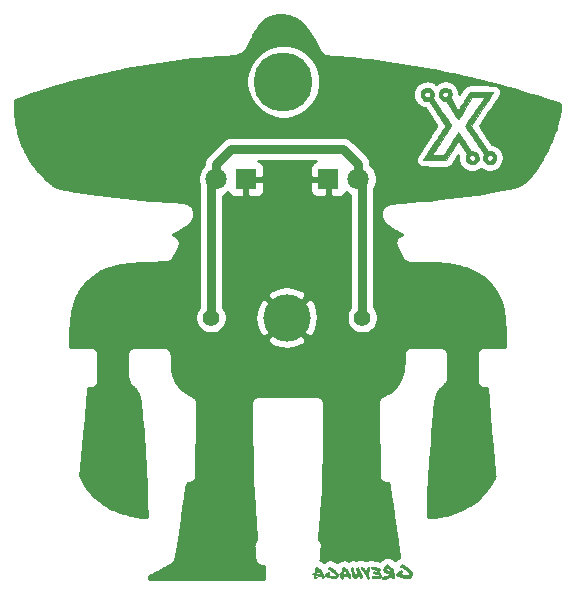
<source format=gbr>
G04 #@! TF.GenerationSoftware,KiCad,Pcbnew,5.1.4-e60b266~84~ubuntu18.04.1*
G04 #@! TF.CreationDate,2019-10-12T11:31:16-06:00*
G04 #@! TF.ProjectId,001,3030312e-6b69-4636-9164-5f7063625858,1*
G04 #@! TF.SameCoordinates,Original*
G04 #@! TF.FileFunction,Copper,L2,Bot*
G04 #@! TF.FilePolarity,Positive*
%FSLAX46Y46*%
G04 Gerber Fmt 4.6, Leading zero omitted, Abs format (unit mm)*
G04 Created by KiCad (PCBNEW 5.1.4-e60b266~84~ubuntu18.04.1) date 2019-10-12 11:31:16*
%MOMM*%
%LPD*%
G04 APERTURE LIST*
%ADD10C,0.152400*%
%ADD11C,0.010000*%
%ADD12R,1.800000X1.800000*%
%ADD13C,1.800000*%
%ADD14C,5.000000*%
%ADD15C,4.000000*%
%ADD16C,1.400000*%
%ADD17C,0.762000*%
%ADD18C,0.254000*%
G04 APERTURE END LIST*
D10*
G36*
X148139399Y-123636371D02*
G01*
X148134199Y-123601921D01*
X148132499Y-123562301D01*
X148011920Y-123352149D01*
X147848278Y-123179894D01*
X147824168Y-123155774D01*
X147805218Y-123129934D01*
X147782828Y-123109264D01*
X147751818Y-123095484D01*
X147648466Y-123004184D01*
X147522720Y-122924944D01*
X147391806Y-122847434D01*
X147271228Y-122761304D01*
X147241948Y-122769904D01*
X147217828Y-122768204D01*
X147178208Y-122814714D01*
X147126528Y-122840554D01*
X147076578Y-122871564D01*
X147040408Y-122919794D01*
X147052468Y-122928394D01*
X147047268Y-122947344D01*
X147043868Y-122966294D01*
X147059368Y-122974894D01*
X147047308Y-122986954D01*
X147035248Y-122999014D01*
X147040448Y-123016234D01*
X147040448Y-123035184D01*
X147133468Y-123088584D01*
X147240266Y-123140264D01*
X147353954Y-123200554D01*
X147467642Y-123272904D01*
X147583053Y-123364204D01*
X147693296Y-123471003D01*
X147793206Y-123586414D01*
X147872446Y-123701825D01*
X147863846Y-123717325D01*
X147853516Y-123732825D01*
X147731215Y-123732825D01*
X147617527Y-123739725D01*
X147608927Y-123725945D01*
X147598587Y-123713885D01*
X147379823Y-123675985D01*
X147173117Y-123620865D01*
X147228237Y-123601915D01*
X147228237Y-123584685D01*
X147209287Y-123567465D01*
X147255797Y-123526125D01*
X147276467Y-123458945D01*
X147264407Y-123434834D01*
X147276467Y-123412444D01*
X147286807Y-123412444D01*
X147290207Y-123419344D01*
X147293607Y-123426244D01*
X147302207Y-123426244D01*
X147293607Y-123395234D01*
X147283267Y-123365954D01*
X147140296Y-123271214D01*
X147085176Y-123307384D01*
X147016276Y-123345284D01*
X146942206Y-123384904D01*
X146871586Y-123422804D01*
X146818186Y-123457255D01*
X146775126Y-123498595D01*
X146733786Y-123539935D01*
X146683836Y-123574384D01*
X146680436Y-123619175D01*
X146677036Y-123660515D01*
X146756276Y-123760425D01*
X146861351Y-123829325D01*
X146983652Y-123879275D01*
X147118011Y-123917175D01*
X147257537Y-123955075D01*
X147393618Y-123999865D01*
X147443568Y-124001565D01*
X147483188Y-124006765D01*
X147521088Y-124013665D01*
X147562428Y-124018865D01*
X147574488Y-124022265D01*
X147581388Y-124030865D01*
X147643398Y-124036065D01*
X147689908Y-124036065D01*
X147739858Y-124042965D01*
X147788088Y-124048165D01*
X148030967Y-123937922D01*
X148127427Y-123653701D01*
X148130827Y-123643371D01*
X148139427Y-123636471D01*
X148139399Y-123636371D01*
X148139399Y-123636371D01*
G37*
G36*
X146604264Y-123904743D02*
G01*
X146180693Y-123295105D01*
X146209973Y-123374345D01*
X146058389Y-123334725D01*
X145908527Y-123272715D01*
X145953317Y-123171085D01*
X146029107Y-123117685D01*
X146029113Y-123117685D01*
X146079063Y-123177975D01*
X146134183Y-123233095D01*
X146180693Y-123295105D01*
X146604264Y-123904743D01*
X146619764Y-123892683D01*
X146635264Y-123863403D01*
X146616314Y-123863403D01*
X146623214Y-123794503D01*
X146607714Y-123732493D01*
X146593934Y-123673923D01*
X146599134Y-123613633D01*
X146587074Y-123610233D01*
X146580174Y-123586113D01*
X146578474Y-123555103D01*
X146580174Y-123527543D01*
X146545724Y-123417299D01*
X146521604Y-123305334D01*
X146499214Y-123196813D01*
X146464764Y-123096903D01*
X146414814Y-123103803D01*
X146378644Y-123126193D01*
X146283904Y-123026283D01*
X146201224Y-122912595D01*
X146104764Y-122812685D01*
X145972127Y-122761005D01*
X145879107Y-122824735D01*
X145794697Y-122907415D01*
X145768857Y-122926365D01*
X145741297Y-122943595D01*
X145741297Y-122969435D01*
X145701677Y-123022835D01*
X145672397Y-123086565D01*
X145646557Y-123153745D01*
X145618997Y-123217475D01*
X145622397Y-123236425D01*
X145618997Y-123251925D01*
X145613797Y-123269145D01*
X145612097Y-123291535D01*
X145672387Y-123439674D01*
X145799856Y-123530975D01*
X145958330Y-123591265D01*
X146111637Y-123644665D01*
X146104737Y-123651565D01*
X146099537Y-123661895D01*
X146020297Y-123711845D01*
X145966897Y-123744575D01*
X145911777Y-123765245D01*
X145827367Y-123785915D01*
X145744687Y-123806585D01*
X145689567Y-123818645D01*
X145637887Y-123825545D01*
X145563817Y-123834145D01*
X145532807Y-123878935D01*
X145515577Y-123930615D01*
X145513877Y-123980565D01*
X145527657Y-124016735D01*
X145519057Y-124023635D01*
X145501837Y-124023635D01*
X145522507Y-124044305D01*
X145539737Y-124068425D01*
X145560407Y-124090815D01*
X145587967Y-124102875D01*
X145746442Y-124104575D01*
X145992766Y-124025335D01*
X146113344Y-123975385D01*
X146194304Y-123932325D01*
X146258034Y-123885815D01*
X146325214Y-123825525D01*
X146332114Y-123832425D01*
X146337314Y-123839325D01*
X146364874Y-123951289D01*
X146416554Y-124039140D01*
X146454454Y-124044340D01*
X146476844Y-124063290D01*
X146502684Y-124061590D01*
X146518184Y-124052990D01*
X146533684Y-124042650D01*
X146561244Y-124039250D01*
X146571584Y-124009970D01*
X146599144Y-123996190D01*
X146595744Y-123970350D01*
X146600944Y-123949679D01*
X146607844Y-123929010D01*
X146604444Y-123904890D01*
X146604264Y-123904743D01*
X146604264Y-123904743D01*
G37*
G36*
X144550986Y-123083087D02*
G01*
X144550986Y-123102037D01*
X144552686Y-123112367D01*
X144552686Y-123124427D01*
X144549286Y-123141657D01*
X144633696Y-123222617D01*
X144735326Y-123253627D01*
X144849014Y-123272577D01*
X144962702Y-123317367D01*
X145004042Y-123317367D01*
X145055722Y-123322567D01*
X145081562Y-123338067D01*
X145112572Y-123346667D01*
X145107372Y-123379398D01*
X145102172Y-123405237D01*
X144969535Y-123403537D01*
X144824841Y-123394937D01*
X144826541Y-123406997D01*
X144828241Y-123415597D01*
X144804121Y-123437987D01*
X144780001Y-123462108D01*
X144755881Y-123482778D01*
X144724871Y-123487978D01*
X144716271Y-123518988D01*
X144719671Y-123551718D01*
X144774791Y-123591338D01*
X144833361Y-123625788D01*
X144897091Y-123651628D01*
X144971161Y-123658528D01*
X144984941Y-123658528D01*
X144995281Y-123653328D01*
X145034901Y-123658528D01*
X145072801Y-123663728D01*
X145119311Y-123656828D01*
X145165821Y-123649928D01*
X145215771Y-123727438D01*
X145255391Y-123815288D01*
X145158931Y-123822188D01*
X145084861Y-123816988D01*
X145014241Y-123808388D01*
X144922941Y-123804988D01*
X144841981Y-123780868D01*
X144754131Y-123760198D01*
X144730011Y-123779148D01*
X144711061Y-123803268D01*
X144690391Y-123822218D01*
X144664551Y-123829118D01*
X144655951Y-123846348D01*
X144650751Y-123863568D01*
X144645551Y-123879068D01*
X144630051Y-123882468D01*
X144690341Y-123970318D01*
X144766131Y-124015108D01*
X144862591Y-124039218D01*
X144978002Y-124059888D01*
X145003842Y-124058188D01*
X145027962Y-124054788D01*
X145122702Y-124070288D01*
X145234668Y-124075488D01*
X145343188Y-124059988D01*
X145427588Y-124015198D01*
X145446538Y-123987638D01*
X145468928Y-123961798D01*
X145475828Y-123911848D01*
X145486158Y-123855008D01*
X145494758Y-123794718D01*
X145491358Y-123741318D01*
X145470688Y-123694808D01*
X145458628Y-123650018D01*
X145448288Y-123641418D01*
X145434508Y-123634518D01*
X145412118Y-123575948D01*
X145387998Y-123522548D01*
X145362158Y-123470868D01*
X145336318Y-123410577D01*
X145372488Y-123362347D01*
X145387988Y-123308947D01*
X145396588Y-123253827D01*
X145408648Y-123195257D01*
X145367308Y-123153917D01*
X145312188Y-123126357D01*
X145248448Y-123109127D01*
X145176098Y-123093627D01*
X145053797Y-123059177D01*
X144946999Y-123040227D01*
X144836756Y-123024727D01*
X144707565Y-123004057D01*
X144678285Y-123019557D01*
X144662785Y-123010957D01*
X144654185Y-123000627D01*
X144611125Y-123050577D01*
X144550835Y-123083307D01*
X144550986Y-123083087D01*
X144550986Y-123083087D01*
G37*
G36*
X144041112Y-123601575D02*
G01*
X144061782Y-123627415D01*
X144079012Y-123656695D01*
X144097962Y-123692865D01*
X144123802Y-123723875D01*
X144141032Y-123765215D01*
X144168592Y-123797945D01*
X144249552Y-123947807D01*
X144259892Y-123978817D01*
X144275392Y-124006377D01*
X144282292Y-124018437D01*
X144287492Y-124027037D01*
X144290892Y-124044267D01*
X144309842Y-124068387D01*
X144328792Y-124087337D01*
X144340852Y-124101117D01*
X144366692Y-124111447D01*
X144519998Y-123977089D01*
X144518298Y-123959859D01*
X144513098Y-123942639D01*
X144506198Y-123921969D01*
X144490698Y-123873739D01*
X144461418Y-123830679D01*
X144445918Y-123792779D01*
X144404578Y-123711819D01*
X144366678Y-123646359D01*
X144344288Y-123608459D01*
X144385628Y-123558509D01*
X144425248Y-123475829D01*
X144449368Y-123405208D01*
X144454568Y-123367308D01*
X144461468Y-123334578D01*
X144470068Y-123296678D01*
X144473468Y-123257058D01*
X144483798Y-123232938D01*
X144480398Y-123215708D01*
X144478698Y-123184698D01*
X144487298Y-123143358D01*
X144495898Y-123105458D01*
X144497598Y-123064118D01*
X144487258Y-123026218D01*
X144454528Y-122993488D01*
X144425248Y-122991788D01*
X144395968Y-123009018D01*
X144366688Y-123024518D01*
X144330518Y-123041748D01*
X144294348Y-123064138D01*
X144282288Y-123088258D01*
X144259898Y-123107208D01*
X144259898Y-123126158D01*
X144258198Y-123145108D01*
X144251298Y-123172668D01*
X144244398Y-123193339D01*
X144239198Y-123239848D01*
X144228868Y-123279468D01*
X144218538Y-123319088D01*
X144216838Y-123363878D01*
X144199608Y-123351818D01*
X144192708Y-123346618D01*
X144185808Y-123341418D01*
X144084178Y-123203614D01*
X144087578Y-123186384D01*
X144051408Y-123151934D01*
X144025568Y-123126094D01*
X144003178Y-123100254D01*
X143984228Y-123086474D01*
X143827476Y-122979676D01*
X143803356Y-122976276D01*
X143796456Y-122998666D01*
X143768896Y-123033116D01*
X143722386Y-123062396D01*
X143706886Y-123072736D01*
X143698286Y-123098576D01*
X143699986Y-123114076D01*
X143693086Y-123131306D01*
X143727536Y-123191596D01*
X143765436Y-123226046D01*
X143794716Y-123251886D01*
X143813666Y-123279446D01*
X143825726Y-123293226D01*
X143872236Y-123348346D01*
X143877436Y-123369016D01*
X143898106Y-123369016D01*
X143906706Y-123375916D01*
X143923936Y-123405196D01*
X143941156Y-123427586D01*
X143949756Y-123436187D01*
X143954956Y-123449967D01*
X143960156Y-123463747D01*
X143987716Y-123498197D01*
X143999776Y-123522317D01*
X144013556Y-123549877D01*
X144032506Y-123575717D01*
X144041112Y-123601575D01*
X144041112Y-123601575D01*
G37*
G36*
X143532960Y-123739379D02*
G01*
X143555350Y-123758329D01*
X143569130Y-123787609D01*
X143581190Y-123816889D01*
X143598420Y-123828949D01*
X143608750Y-123853069D01*
X143622530Y-123875459D01*
X143632860Y-123899579D01*
X143629460Y-123928859D01*
X143646680Y-123958139D01*
X143655280Y-123994309D01*
X143669060Y-124023589D01*
X143706960Y-124033929D01*
X143708660Y-124042529D01*
X143703460Y-124054589D01*
X143732740Y-124056289D01*
X143755130Y-124064889D01*
X143810250Y-124028719D01*
X143848150Y-123971879D01*
X143877430Y-123906419D01*
X143901550Y-123849579D01*
X143899850Y-123813409D01*
X143911910Y-123782399D01*
X143890570Y-123737239D01*
X143868740Y-123691319D01*
X143846430Y-123644649D01*
X143823630Y-123597229D01*
X143800350Y-123549049D01*
X143776580Y-123500119D01*
X143752330Y-123450429D01*
X143727590Y-123399988D01*
X143702770Y-123349248D01*
X143678280Y-123298678D01*
X143654110Y-123248268D01*
X143630260Y-123198018D01*
X143606740Y-123147928D01*
X143583540Y-123097998D01*
X143560660Y-123048228D01*
X143538110Y-122998628D01*
X143460600Y-123034798D01*
X143389980Y-123079588D01*
X143334860Y-123139878D01*
X143305580Y-123213948D01*
X143314180Y-123222548D01*
X143321080Y-123224248D01*
X143314180Y-123236308D01*
X143314180Y-123243208D01*
X143314180Y-123253548D01*
X143308980Y-123269048D01*
X143319310Y-123270748D01*
X143329650Y-123270748D01*
X143326250Y-123301758D01*
X143333150Y-123324148D01*
X143341750Y-123344818D01*
X143340050Y-123372378D01*
X143348650Y-123375778D01*
X143352050Y-123380979D01*
X143357250Y-123386178D01*
X143364150Y-123386178D01*
X143360750Y-123461969D01*
X143364150Y-123539479D01*
X143362450Y-123620439D01*
X143350390Y-123706569D01*
X143252210Y-123613549D01*
X143191920Y-123486080D01*
X143155750Y-123334495D01*
X143129910Y-123169130D01*
X143105790Y-123131230D01*
X143090290Y-123084720D01*
X143076510Y-123034770D01*
X143059280Y-122988260D01*
X143016220Y-123005490D01*
X142981770Y-123033050D01*
X142949040Y-123060610D01*
X142905980Y-123076110D01*
X142868080Y-123132950D01*
X142845690Y-123191520D01*
X142859470Y-123222530D01*
X142868070Y-123256980D01*
X142881850Y-123289710D01*
X142905970Y-123313830D01*
X142919750Y-123396510D01*
X142935250Y-123468861D01*
X142947310Y-123544651D01*
X142950710Y-123629051D01*
X142979990Y-123713451D01*
X143004110Y-123794411D01*
X143047170Y-123847811D01*
X143079900Y-123909821D01*
X143088500Y-123913221D01*
X143100560Y-123908021D01*
X143100560Y-123918361D01*
X143105760Y-123925261D01*
X143109160Y-123932161D01*
X143105760Y-123945941D01*
X143148820Y-123975221D01*
X143190160Y-124009671D01*
X143241840Y-124030341D01*
X143319350Y-124018281D01*
X143445096Y-123899425D01*
X143532946Y-123739228D01*
X143532960Y-123739379D01*
X143532960Y-123739379D01*
G37*
G36*
X141979222Y-123908189D02*
G01*
X142477038Y-123610188D01*
X142384018Y-123603288D01*
X142289278Y-123587788D01*
X142315118Y-123480990D01*
X142344398Y-123369023D01*
X142354728Y-123386253D01*
X142421908Y-123467214D01*
X142475308Y-123551624D01*
X142495978Y-123582634D01*
X142514928Y-123613644D01*
X142495978Y-123611944D01*
X142477028Y-123610244D01*
X142477038Y-123610188D01*
X141979222Y-123908189D01*
X142010232Y-123968479D01*
X142056742Y-124021879D01*
X142115312Y-124059779D01*
X142184212Y-124077009D01*
X142215222Y-124064949D01*
X142230722Y-124054619D01*
X142241062Y-124049419D01*
X142247962Y-124044219D01*
X142268632Y-124035619D01*
X142261732Y-124013229D01*
X142263432Y-123992559D01*
X142284102Y-123970169D01*
X142294442Y-123959829D01*
X142303042Y-123949498D01*
X142332322Y-123916769D01*
X142285812Y-123904709D01*
X142228962Y-123873699D01*
X142216902Y-123809959D01*
X142275472Y-123808259D01*
X142321982Y-123820319D01*
X142385712Y-123835819D01*
X142454612Y-123841019D01*
X142480452Y-123841019D01*
X142506292Y-123837619D01*
X142523512Y-123834219D01*
X142530412Y-123813549D01*
X142537312Y-123806649D01*
X142556262Y-123784259D01*
X142559662Y-123746359D01*
X142569992Y-123715349D01*
X142585492Y-123758409D01*
X142592392Y-123775639D01*
X142609622Y-123779039D01*
X142614822Y-123787639D01*
X142616522Y-123796239D01*
X142625122Y-123825519D01*
X142632022Y-123832419D01*
X142638922Y-123837619D01*
X142647522Y-123868629D01*
X142657862Y-123897909D01*
X142673362Y-123942699D01*
X142676762Y-123984039D01*
X142683662Y-124002989D01*
X142702612Y-124020219D01*
X142723282Y-124030549D01*
X142733622Y-124037449D01*
X142742222Y-124040849D01*
X142747422Y-124059799D01*
X142768092Y-124063199D01*
X142795652Y-124068399D01*
X142812882Y-124070099D01*
X142830112Y-124068399D01*
X142859392Y-124044279D01*
X142883512Y-124025329D01*
X142900732Y-123994319D01*
X142904132Y-123975369D01*
X142907532Y-123958139D01*
X142912732Y-123947809D01*
X142935122Y-123927139D01*
X142916172Y-123911639D01*
X142914472Y-123882359D01*
X142842122Y-123713550D01*
X142761162Y-123548185D01*
X142735322Y-123493065D01*
X142707762Y-123437944D01*
X142709462Y-123425884D01*
X142706062Y-123410384D01*
X142675052Y-123358704D01*
X142650932Y-123310474D01*
X142623372Y-123253634D01*
X142585472Y-123196794D01*
X142557912Y-123184735D01*
X142545852Y-123181334D01*
X142530352Y-123177934D01*
X142504512Y-123181334D01*
X142420112Y-123119324D01*
X142346042Y-123021134D01*
X142328812Y-122997024D01*
X142306422Y-123010804D01*
X142282302Y-123021134D01*
X142249572Y-123029734D01*
X142191002Y-123045234D01*
X142146212Y-123071074D01*
X142134152Y-123112414D01*
X142128952Y-123139974D01*
X142120352Y-123198544D01*
X142113452Y-123264004D01*
X142099672Y-123322574D01*
X142087612Y-123379414D01*
X142070392Y-123460375D01*
X142048002Y-123532725D01*
X142030772Y-123534425D01*
X142013552Y-123529225D01*
X141991162Y-123525825D01*
X141972212Y-123524125D01*
X141965312Y-123541355D01*
X141948082Y-123558585D01*
X141915352Y-123568925D01*
X141896402Y-123584425D01*
X141882622Y-123594765D01*
X141856782Y-123605095D01*
X141870562Y-123630935D01*
X141920512Y-123691225D01*
X141991132Y-123737735D01*
X141989432Y-123758405D01*
X141984232Y-123777355D01*
X141975632Y-123837645D01*
X141975632Y-123901375D01*
X141979222Y-123908189D01*
X141979222Y-123908189D01*
G37*
G36*
X140642524Y-123742824D02*
G01*
X140751045Y-123858235D01*
X140899184Y-123925415D01*
X141069716Y-123971925D01*
X141240249Y-124025325D01*
X141283309Y-124027025D01*
X141317759Y-124032225D01*
X141348769Y-124037425D01*
X141383219Y-124040825D01*
X141391819Y-124044225D01*
X141397019Y-124051125D01*
X141450419Y-124056325D01*
X141488319Y-124056325D01*
X141531379Y-124061525D01*
X141569279Y-124066725D01*
X141772540Y-123975425D01*
X141853500Y-123737713D01*
X141856900Y-123727383D01*
X141863800Y-123722183D01*
X141860400Y-123692903D01*
X141858700Y-123661893D01*
X141757070Y-123486193D01*
X141620989Y-123341498D01*
X141600319Y-123320828D01*
X141584819Y-123300158D01*
X141565869Y-123282928D01*
X141540029Y-123270868D01*
X141453899Y-123195078D01*
X141348824Y-123129618D01*
X141240304Y-123065888D01*
X141140394Y-122993538D01*
X141112834Y-122998738D01*
X141093884Y-122998738D01*
X141061154Y-123034908D01*
X141018094Y-123057298D01*
X140976754Y-123083138D01*
X140947474Y-123124478D01*
X140957814Y-123133078D01*
X140952614Y-123148578D01*
X140950914Y-123164078D01*
X140962974Y-123170978D01*
X140952644Y-123181318D01*
X140942304Y-123189918D01*
X140947504Y-123203698D01*
X140947504Y-123220928D01*
X141025024Y-123263988D01*
X141112874Y-123308778D01*
X141207614Y-123358728D01*
X141302354Y-123419018D01*
X141397094Y-123496539D01*
X141490114Y-123584389D01*
X141574524Y-123680849D01*
X141641704Y-123777309D01*
X141634804Y-123791089D01*
X141626204Y-123803149D01*
X141524574Y-123803149D01*
X141428114Y-123808349D01*
X141421214Y-123798009D01*
X141412614Y-123787669D01*
X141230024Y-123756659D01*
X141057769Y-123710149D01*
X141083609Y-123701549D01*
X141104279Y-123692949D01*
X141104279Y-123679169D01*
X141087049Y-123665389D01*
X141126669Y-123630939D01*
X141143899Y-123575819D01*
X141133569Y-123555149D01*
X141143899Y-123536199D01*
X141152499Y-123536199D01*
X141155899Y-123541399D01*
X141157599Y-123548299D01*
X141166199Y-123546599D01*
X141159299Y-123520759D01*
X141148959Y-123496649D01*
X141030104Y-123417408D01*
X140983594Y-123448419D01*
X140926754Y-123481149D01*
X140864744Y-123513879D01*
X140804454Y-123544889D01*
X140761394Y-123572449D01*
X140725224Y-123608619D01*
X140690774Y-123643069D01*
X140647714Y-123672349D01*
X140646014Y-123708519D01*
X140642614Y-123742969D01*
X140642524Y-123742824D01*
X140642524Y-123742824D01*
G37*
G36*
X139714223Y-123896496D02*
G01*
X140208439Y-123591681D01*
X140115419Y-123584781D01*
X140020679Y-123569280D01*
X140046519Y-123462483D01*
X140075799Y-123350516D01*
X140086139Y-123367746D01*
X140153319Y-123448707D01*
X140206719Y-123533117D01*
X140227389Y-123564127D01*
X140246339Y-123595137D01*
X140227389Y-123593437D01*
X140208439Y-123591737D01*
X140208439Y-123591681D01*
X139714223Y-123896496D01*
X139745233Y-123956786D01*
X139791743Y-124010186D01*
X139850313Y-124048086D01*
X139919213Y-124065316D01*
X139950223Y-124053256D01*
X139965723Y-124042926D01*
X139976063Y-124037726D01*
X139982963Y-124032526D01*
X140003633Y-124023926D01*
X139996733Y-124001536D01*
X139998433Y-123980866D01*
X140019103Y-123958476D01*
X140029443Y-123948135D01*
X140038043Y-123937806D01*
X140067323Y-123905076D01*
X140020813Y-123893016D01*
X139963963Y-123862006D01*
X139951903Y-123798266D01*
X140010473Y-123796566D01*
X140056983Y-123808626D01*
X140120713Y-123824126D01*
X140189613Y-123829326D01*
X140215453Y-123829326D01*
X140241293Y-123825926D01*
X140258513Y-123822526D01*
X140265413Y-123801856D01*
X140272313Y-123794956D01*
X140291263Y-123772566D01*
X140294663Y-123734666D01*
X140304993Y-123703655D01*
X140320493Y-123746716D01*
X140327393Y-123763946D01*
X140344623Y-123767346D01*
X140349823Y-123775946D01*
X140351523Y-123784546D01*
X140360123Y-123813826D01*
X140367023Y-123820726D01*
X140373923Y-123825926D01*
X140382523Y-123856936D01*
X140392863Y-123886216D01*
X140408363Y-123931006D01*
X140411763Y-123972346D01*
X140418663Y-123991296D01*
X140437613Y-124008526D01*
X140458283Y-124018856D01*
X140468623Y-124025756D01*
X140477223Y-124029156D01*
X140482423Y-124048106D01*
X140503093Y-124051506D01*
X140530653Y-124056706D01*
X140547883Y-124058406D01*
X140565113Y-124056706D01*
X140594393Y-124032586D01*
X140618513Y-124013636D01*
X140635733Y-123982626D01*
X140639133Y-123963675D01*
X140642533Y-123946446D01*
X140647733Y-123936116D01*
X140670123Y-123915446D01*
X140651173Y-123899946D01*
X140649473Y-123870666D01*
X140577123Y-123701857D01*
X140496163Y-123536492D01*
X140470323Y-123481372D01*
X140442763Y-123426251D01*
X140444463Y-123414191D01*
X140441063Y-123398691D01*
X140410053Y-123347011D01*
X140385933Y-123298781D01*
X140358373Y-123241941D01*
X140320473Y-123185102D01*
X140292913Y-123173041D01*
X140280853Y-123169641D01*
X140265353Y-123166241D01*
X140239513Y-123169641D01*
X140155113Y-123107631D01*
X140081043Y-123009441D01*
X140063813Y-122985331D01*
X140041423Y-122999111D01*
X140017303Y-123009441D01*
X139984573Y-123018041D01*
X139926003Y-123033541D01*
X139881213Y-123059381D01*
X139869153Y-123100721D01*
X139863953Y-123128281D01*
X139855353Y-123186851D01*
X139848453Y-123252311D01*
X139834673Y-123310881D01*
X139822613Y-123367721D01*
X139805383Y-123448682D01*
X139782993Y-123521032D01*
X139765763Y-123522732D01*
X139748543Y-123517532D01*
X139726153Y-123514132D01*
X139707203Y-123512432D01*
X139700303Y-123529662D01*
X139683073Y-123546892D01*
X139650343Y-123557232D01*
X139631393Y-123572732D01*
X139617613Y-123583072D01*
X139591773Y-123593402D01*
X139605553Y-123619242D01*
X139655503Y-123679532D01*
X139726123Y-123726042D01*
X139724423Y-123746712D01*
X139719223Y-123765662D01*
X139710623Y-123825952D01*
X139710623Y-123889682D01*
X139714223Y-123896496D01*
X139714223Y-123896496D01*
G37*
D11*
G36*
X149486695Y-82472001D02*
G01*
X149617544Y-82530621D01*
X149732153Y-82624035D01*
X149816629Y-82736766D01*
X149847187Y-82794715D01*
X149864839Y-82849135D01*
X149872932Y-82915466D01*
X149874817Y-83005083D01*
X149870184Y-83119148D01*
X149855120Y-83202929D01*
X149836044Y-83252356D01*
X149797272Y-83330296D01*
X150585697Y-84467038D01*
X150721401Y-84663077D01*
X150849717Y-84849186D01*
X150968638Y-85022404D01*
X151076155Y-85179773D01*
X151170262Y-85318331D01*
X151248949Y-85435119D01*
X151310209Y-85527175D01*
X151352034Y-85591541D01*
X151372417Y-85625255D01*
X151374122Y-85629402D01*
X151362805Y-85650995D01*
X151330109Y-85705022D01*
X151277914Y-85788551D01*
X151208102Y-85898646D01*
X151122555Y-86032373D01*
X151023153Y-86186797D01*
X150911777Y-86358984D01*
X150790310Y-86546000D01*
X150660632Y-86744909D01*
X150577364Y-86872259D01*
X150443219Y-87077403D01*
X150315782Y-87272685D01*
X150196974Y-87455139D01*
X150088715Y-87621796D01*
X149992923Y-87769692D01*
X149911518Y-87895858D01*
X149846419Y-87997330D01*
X149799547Y-88071140D01*
X149772820Y-88114321D01*
X149767239Y-88124330D01*
X149766081Y-88135529D01*
X149775564Y-88144052D01*
X149800552Y-88150258D01*
X149845906Y-88154508D01*
X149916491Y-88157160D01*
X150017170Y-88158576D01*
X150152806Y-88159114D01*
X150238147Y-88159167D01*
X150722422Y-88159167D01*
X151318940Y-87201375D01*
X151433181Y-87018070D01*
X151541300Y-86844832D01*
X151641116Y-86685138D01*
X151730448Y-86542465D01*
X151807116Y-86420292D01*
X151868938Y-86322095D01*
X151913733Y-86251352D01*
X151939322Y-86211541D01*
X151943952Y-86204697D01*
X151952320Y-86198208D01*
X151964173Y-86200511D01*
X151981495Y-86214426D01*
X152006269Y-86242774D01*
X152040479Y-86288376D01*
X152086107Y-86354053D01*
X152145137Y-86442626D01*
X152219553Y-86556915D01*
X152311337Y-86699742D01*
X152422474Y-86873928D01*
X152498311Y-86993155D01*
X153024174Y-87820500D01*
X153142829Y-87820965D01*
X153290199Y-87841307D01*
X153422211Y-87897901D01*
X153533643Y-87985894D01*
X153619277Y-88100436D01*
X153673895Y-88236678D01*
X153689839Y-88329330D01*
X153683996Y-88477368D01*
X153642201Y-88611925D01*
X153569786Y-88728888D01*
X153472083Y-88824141D01*
X153354423Y-88893572D01*
X153222139Y-88933066D01*
X153080562Y-88938509D01*
X152940263Y-88907672D01*
X152829796Y-88849687D01*
X152727335Y-88762012D01*
X152645899Y-88656992D01*
X152616670Y-88600765D01*
X152582529Y-88477370D01*
X152578513Y-88393065D01*
X152891067Y-88393065D01*
X152897350Y-88455959D01*
X152922106Y-88506487D01*
X152965676Y-88555509D01*
X153013292Y-88599487D01*
X153052825Y-88619873D01*
X153103226Y-88623272D01*
X153149627Y-88619612D01*
X153225189Y-88606977D01*
X153277700Y-88581233D01*
X153318434Y-88542552D01*
X153366084Y-88460616D01*
X153379730Y-88367916D01*
X153358790Y-88277697D01*
X153332013Y-88233539D01*
X153272916Y-88179308D01*
X153199933Y-88140633D01*
X153128698Y-88124515D01*
X153095888Y-88127814D01*
X152994873Y-88170387D01*
X152929492Y-88233986D01*
X152896570Y-88322720D01*
X152891067Y-88393065D01*
X152578513Y-88393065D01*
X152576076Y-88341937D01*
X152596871Y-88210930D01*
X152629391Y-88126803D01*
X152673844Y-88041522D01*
X152332664Y-87504363D01*
X152246542Y-87369619D01*
X152167213Y-87247120D01*
X152097613Y-87141272D01*
X152040675Y-87056478D01*
X151999335Y-86997144D01*
X151976529Y-86967675D01*
X151973429Y-86965226D01*
X151958855Y-86982214D01*
X151924356Y-87031619D01*
X151872259Y-87109847D01*
X151804890Y-87213302D01*
X151724577Y-87338390D01*
X151633646Y-87481515D01*
X151534425Y-87639082D01*
X151454091Y-87767583D01*
X150952808Y-88571917D01*
X150036310Y-88563585D01*
X149841173Y-88561533D01*
X149657426Y-88559067D01*
X149489766Y-88556291D01*
X149342887Y-88553304D01*
X149221487Y-88550209D01*
X149130261Y-88547108D01*
X149073906Y-88544103D01*
X149058929Y-88542418D01*
X148998045Y-88529583D01*
X149939139Y-87091088D01*
X150084712Y-86868364D01*
X150223398Y-86655764D01*
X150353472Y-86455960D01*
X150473205Y-86271623D01*
X150580873Y-86105425D01*
X150674749Y-85960037D01*
X150753105Y-85838129D01*
X150814216Y-85742374D01*
X150856355Y-85675442D01*
X150877796Y-85640004D01*
X150880233Y-85635012D01*
X150868499Y-85614892D01*
X150834707Y-85563120D01*
X150780968Y-85482796D01*
X150709395Y-85377022D01*
X150622100Y-85248900D01*
X150521197Y-85101531D01*
X150408797Y-84938017D01*
X150287014Y-84761459D01*
X150171219Y-84594093D01*
X149462204Y-83570755D01*
X149327706Y-83569980D01*
X149197031Y-83558526D01*
X149088509Y-83521869D01*
X148986572Y-83454025D01*
X148954871Y-83426625D01*
X148854936Y-83312352D01*
X148793354Y-83182691D01*
X148769128Y-83057170D01*
X148770637Y-83016931D01*
X149080517Y-83016931D01*
X149096428Y-83104160D01*
X149141822Y-83180683D01*
X149212259Y-83234259D01*
X149287135Y-83263193D01*
X149352376Y-83264708D01*
X149426670Y-83240804D01*
X149506013Y-83186818D01*
X149553593Y-83105765D01*
X149567900Y-83010538D01*
X149552075Y-82911213D01*
X149502924Y-82836629D01*
X149440666Y-82793296D01*
X149342967Y-82763926D01*
X149245780Y-82776855D01*
X149210159Y-82792335D01*
X149137334Y-82850886D01*
X149094136Y-82929129D01*
X149080517Y-83016931D01*
X148770637Y-83016931D01*
X148774883Y-82903771D01*
X148819490Y-82764641D01*
X148900679Y-82644005D01*
X149016177Y-82546088D01*
X149056905Y-82521923D01*
X149200358Y-82465950D01*
X149345627Y-82449877D01*
X149486695Y-82472001D01*
X149486695Y-82472001D01*
G37*
X149486695Y-82472001D02*
X149617544Y-82530621D01*
X149732153Y-82624035D01*
X149816629Y-82736766D01*
X149847187Y-82794715D01*
X149864839Y-82849135D01*
X149872932Y-82915466D01*
X149874817Y-83005083D01*
X149870184Y-83119148D01*
X149855120Y-83202929D01*
X149836044Y-83252356D01*
X149797272Y-83330296D01*
X150585697Y-84467038D01*
X150721401Y-84663077D01*
X150849717Y-84849186D01*
X150968638Y-85022404D01*
X151076155Y-85179773D01*
X151170262Y-85318331D01*
X151248949Y-85435119D01*
X151310209Y-85527175D01*
X151352034Y-85591541D01*
X151372417Y-85625255D01*
X151374122Y-85629402D01*
X151362805Y-85650995D01*
X151330109Y-85705022D01*
X151277914Y-85788551D01*
X151208102Y-85898646D01*
X151122555Y-86032373D01*
X151023153Y-86186797D01*
X150911777Y-86358984D01*
X150790310Y-86546000D01*
X150660632Y-86744909D01*
X150577364Y-86872259D01*
X150443219Y-87077403D01*
X150315782Y-87272685D01*
X150196974Y-87455139D01*
X150088715Y-87621796D01*
X149992923Y-87769692D01*
X149911518Y-87895858D01*
X149846419Y-87997330D01*
X149799547Y-88071140D01*
X149772820Y-88114321D01*
X149767239Y-88124330D01*
X149766081Y-88135529D01*
X149775564Y-88144052D01*
X149800552Y-88150258D01*
X149845906Y-88154508D01*
X149916491Y-88157160D01*
X150017170Y-88158576D01*
X150152806Y-88159114D01*
X150238147Y-88159167D01*
X150722422Y-88159167D01*
X151318940Y-87201375D01*
X151433181Y-87018070D01*
X151541300Y-86844832D01*
X151641116Y-86685138D01*
X151730448Y-86542465D01*
X151807116Y-86420292D01*
X151868938Y-86322095D01*
X151913733Y-86251352D01*
X151939322Y-86211541D01*
X151943952Y-86204697D01*
X151952320Y-86198208D01*
X151964173Y-86200511D01*
X151981495Y-86214426D01*
X152006269Y-86242774D01*
X152040479Y-86288376D01*
X152086107Y-86354053D01*
X152145137Y-86442626D01*
X152219553Y-86556915D01*
X152311337Y-86699742D01*
X152422474Y-86873928D01*
X152498311Y-86993155D01*
X153024174Y-87820500D01*
X153142829Y-87820965D01*
X153290199Y-87841307D01*
X153422211Y-87897901D01*
X153533643Y-87985894D01*
X153619277Y-88100436D01*
X153673895Y-88236678D01*
X153689839Y-88329330D01*
X153683996Y-88477368D01*
X153642201Y-88611925D01*
X153569786Y-88728888D01*
X153472083Y-88824141D01*
X153354423Y-88893572D01*
X153222139Y-88933066D01*
X153080562Y-88938509D01*
X152940263Y-88907672D01*
X152829796Y-88849687D01*
X152727335Y-88762012D01*
X152645899Y-88656992D01*
X152616670Y-88600765D01*
X152582529Y-88477370D01*
X152578513Y-88393065D01*
X152891067Y-88393065D01*
X152897350Y-88455959D01*
X152922106Y-88506487D01*
X152965676Y-88555509D01*
X153013292Y-88599487D01*
X153052825Y-88619873D01*
X153103226Y-88623272D01*
X153149627Y-88619612D01*
X153225189Y-88606977D01*
X153277700Y-88581233D01*
X153318434Y-88542552D01*
X153366084Y-88460616D01*
X153379730Y-88367916D01*
X153358790Y-88277697D01*
X153332013Y-88233539D01*
X153272916Y-88179308D01*
X153199933Y-88140633D01*
X153128698Y-88124515D01*
X153095888Y-88127814D01*
X152994873Y-88170387D01*
X152929492Y-88233986D01*
X152896570Y-88322720D01*
X152891067Y-88393065D01*
X152578513Y-88393065D01*
X152576076Y-88341937D01*
X152596871Y-88210930D01*
X152629391Y-88126803D01*
X152673844Y-88041522D01*
X152332664Y-87504363D01*
X152246542Y-87369619D01*
X152167213Y-87247120D01*
X152097613Y-87141272D01*
X152040675Y-87056478D01*
X151999335Y-86997144D01*
X151976529Y-86967675D01*
X151973429Y-86965226D01*
X151958855Y-86982214D01*
X151924356Y-87031619D01*
X151872259Y-87109847D01*
X151804890Y-87213302D01*
X151724577Y-87338390D01*
X151633646Y-87481515D01*
X151534425Y-87639082D01*
X151454091Y-87767583D01*
X150952808Y-88571917D01*
X150036310Y-88563585D01*
X149841173Y-88561533D01*
X149657426Y-88559067D01*
X149489766Y-88556291D01*
X149342887Y-88553304D01*
X149221487Y-88550209D01*
X149130261Y-88547108D01*
X149073906Y-88544103D01*
X149058929Y-88542418D01*
X148998045Y-88529583D01*
X149939139Y-87091088D01*
X150084712Y-86868364D01*
X150223398Y-86655764D01*
X150353472Y-86455960D01*
X150473205Y-86271623D01*
X150580873Y-86105425D01*
X150674749Y-85960037D01*
X150753105Y-85838129D01*
X150814216Y-85742374D01*
X150856355Y-85675442D01*
X150877796Y-85640004D01*
X150880233Y-85635012D01*
X150868499Y-85614892D01*
X150834707Y-85563120D01*
X150780968Y-85482796D01*
X150709395Y-85377022D01*
X150622100Y-85248900D01*
X150521197Y-85101531D01*
X150408797Y-84938017D01*
X150287014Y-84761459D01*
X150171219Y-84594093D01*
X149462204Y-83570755D01*
X149327706Y-83569980D01*
X149197031Y-83558526D01*
X149088509Y-83521869D01*
X148986572Y-83454025D01*
X148954871Y-83426625D01*
X148854936Y-83312352D01*
X148793354Y-83182691D01*
X148769128Y-83057170D01*
X148770637Y-83016931D01*
X149080517Y-83016931D01*
X149096428Y-83104160D01*
X149141822Y-83180683D01*
X149212259Y-83234259D01*
X149287135Y-83263193D01*
X149352376Y-83264708D01*
X149426670Y-83240804D01*
X149506013Y-83186818D01*
X149553593Y-83105765D01*
X149567900Y-83010538D01*
X149552075Y-82911213D01*
X149502924Y-82836629D01*
X149440666Y-82793296D01*
X149342967Y-82763926D01*
X149245780Y-82776855D01*
X149210159Y-82792335D01*
X149137334Y-82850886D01*
X149094136Y-82929129D01*
X149080517Y-83016931D01*
X148770637Y-83016931D01*
X148774883Y-82903771D01*
X148819490Y-82764641D01*
X148900679Y-82644005D01*
X149016177Y-82546088D01*
X149056905Y-82521923D01*
X149200358Y-82465950D01*
X149345627Y-82449877D01*
X149486695Y-82472001D01*
G36*
X150977201Y-82460820D02*
G01*
X151105718Y-82507149D01*
X151220497Y-82584312D01*
X151315009Y-82690904D01*
X151377182Y-82810412D01*
X151403092Y-82923346D01*
X151405519Y-83051015D01*
X151385434Y-83175027D01*
X151353463Y-83259907D01*
X151309518Y-83344219D01*
X151626899Y-83848371D01*
X151722939Y-84000063D01*
X151799420Y-84118654D01*
X151858621Y-84207306D01*
X151902822Y-84269185D01*
X151934302Y-84307455D01*
X151955339Y-84325278D01*
X151968214Y-84325821D01*
X151969787Y-84324387D01*
X151986113Y-84300773D01*
X152022129Y-84245038D01*
X152075361Y-84161125D01*
X152143334Y-84052979D01*
X152223572Y-83924544D01*
X152313599Y-83779766D01*
X152410941Y-83622587D01*
X152455692Y-83550125D01*
X152916090Y-82804000D01*
X153930162Y-82804000D01*
X154132830Y-82804219D01*
X154321997Y-82804848D01*
X154493568Y-82805842D01*
X154643450Y-82807157D01*
X154767547Y-82808751D01*
X154861767Y-82810579D01*
X154922014Y-82812596D01*
X154944196Y-82814760D01*
X154944233Y-82814854D01*
X154932697Y-82833678D01*
X154899259Y-82884978D01*
X154845675Y-82966126D01*
X154773700Y-83074492D01*
X154685090Y-83207447D01*
X154581600Y-83362361D01*
X154464987Y-83536605D01*
X154337004Y-83727550D01*
X154199409Y-83932566D01*
X154053957Y-84149024D01*
X153981700Y-84256461D01*
X153019167Y-85687212D01*
X153153774Y-85880731D01*
X153193059Y-85937415D01*
X153253306Y-86024618D01*
X153331505Y-86137971D01*
X153424643Y-86273103D01*
X153529709Y-86425642D01*
X153643693Y-86591219D01*
X153763581Y-86765462D01*
X153885045Y-86942083D01*
X154481710Y-87809917D01*
X154644222Y-87822533D01*
X154769329Y-87838884D01*
X154866918Y-87869617D01*
X154950957Y-87920682D01*
X155020427Y-87982771D01*
X155107414Y-88092001D01*
X155158032Y-88213040D01*
X155175994Y-88355139D01*
X155176137Y-88370833D01*
X155156786Y-88526770D01*
X155100586Y-88665696D01*
X155010317Y-88782944D01*
X154888759Y-88873845D01*
X154870772Y-88883500D01*
X154777220Y-88915869D01*
X154663107Y-88932872D01*
X154547865Y-88933019D01*
X154453006Y-88915522D01*
X154315880Y-88849281D01*
X154205481Y-88754037D01*
X154124747Y-88635804D01*
X154076615Y-88500594D01*
X154064023Y-88354421D01*
X154066260Y-88341358D01*
X154377200Y-88341358D01*
X154381750Y-88436692D01*
X154404749Y-88498348D01*
X154463041Y-88569134D01*
X154543099Y-88611713D01*
X154633184Y-88623755D01*
X154721559Y-88602929D01*
X154771863Y-88571224D01*
X154836879Y-88494424D01*
X154866713Y-88410006D01*
X154865079Y-88325295D01*
X154835690Y-88247616D01*
X154782259Y-88184293D01*
X154708499Y-88142650D01*
X154618123Y-88130012D01*
X154553498Y-88140467D01*
X154466912Y-88184012D01*
X154406867Y-88254053D01*
X154377200Y-88341358D01*
X154066260Y-88341358D01*
X154089909Y-88203299D01*
X154095932Y-88184552D01*
X154116852Y-88112826D01*
X154127519Y-88055377D01*
X154125909Y-88025802D01*
X154111592Y-88004408D01*
X154075311Y-87951097D01*
X154019092Y-87868827D01*
X153944966Y-87760558D01*
X153854961Y-87629249D01*
X153751105Y-87477860D01*
X153635429Y-87309350D01*
X153509959Y-87126678D01*
X153376726Y-86932803D01*
X153319634Y-86849755D01*
X153179346Y-86645033D01*
X153048250Y-86452406D01*
X152928158Y-86274612D01*
X152820879Y-86114389D01*
X152728225Y-85974476D01*
X152652005Y-85857611D01*
X152594029Y-85766533D01*
X152556108Y-85703982D01*
X152540053Y-85672694D01*
X152539710Y-85669939D01*
X152553158Y-85647857D01*
X152588334Y-85593628D01*
X152643280Y-85510190D01*
X152716036Y-85400483D01*
X152804644Y-85267445D01*
X152907145Y-85114014D01*
X153021579Y-84943129D01*
X153145988Y-84757729D01*
X153278412Y-84560753D01*
X153355982Y-84445532D01*
X153491691Y-84243889D01*
X153620214Y-84052606D01*
X153739628Y-83874563D01*
X153848011Y-83712643D01*
X153943438Y-83569728D01*
X154023988Y-83448700D01*
X154087738Y-83352442D01*
X154132764Y-83283835D01*
X154157144Y-83245762D01*
X154161067Y-83238805D01*
X154140859Y-83235660D01*
X154084074Y-83232920D01*
X153996466Y-83230703D01*
X153883788Y-83229127D01*
X153751795Y-83228310D01*
X153647775Y-83228260D01*
X153134483Y-83229186D01*
X152553030Y-84171808D01*
X152441304Y-84352692D01*
X152336148Y-84522476D01*
X152239672Y-84677785D01*
X152153987Y-84815241D01*
X152081204Y-84931470D01*
X152023435Y-85023095D01*
X151982789Y-85086739D01*
X151961378Y-85119026D01*
X151958689Y-85122395D01*
X151945099Y-85106752D01*
X151911430Y-85058794D01*
X151860029Y-84982113D01*
X151793238Y-84880302D01*
X151713403Y-84756953D01*
X151622868Y-84615658D01*
X151523977Y-84460010D01*
X151453393Y-84348180D01*
X150960984Y-83566000D01*
X150841233Y-83565793D01*
X150696339Y-83546916D01*
X150569877Y-83494677D01*
X150464184Y-83414864D01*
X150381597Y-83313269D01*
X150324451Y-83195684D01*
X150295085Y-83067897D01*
X150295154Y-83055685D01*
X150607658Y-83055685D01*
X150618964Y-83103765D01*
X150649951Y-83150287D01*
X150657461Y-83159353D01*
X150719817Y-83213219D01*
X150793449Y-83247995D01*
X150862694Y-83257041D01*
X150880233Y-83253756D01*
X150923387Y-83239622D01*
X150969160Y-83223209D01*
X151038394Y-83176634D01*
X151084064Y-83104161D01*
X151101572Y-83017738D01*
X151086321Y-82929314D01*
X151084240Y-82924149D01*
X151029359Y-82839138D01*
X150953504Y-82783561D01*
X150865847Y-82759798D01*
X150775558Y-82770230D01*
X150691809Y-82817236D01*
X150687348Y-82821132D01*
X150642501Y-82870833D01*
X150619256Y-82928223D01*
X150610653Y-82986135D01*
X150607658Y-83055685D01*
X150295154Y-83055685D01*
X150295833Y-82935700D01*
X150329032Y-82804884D01*
X150397020Y-82681239D01*
X150456383Y-82612001D01*
X150574538Y-82520917D01*
X150705080Y-82466297D01*
X150841478Y-82446734D01*
X150977201Y-82460820D01*
X150977201Y-82460820D01*
G37*
X150977201Y-82460820D02*
X151105718Y-82507149D01*
X151220497Y-82584312D01*
X151315009Y-82690904D01*
X151377182Y-82810412D01*
X151403092Y-82923346D01*
X151405519Y-83051015D01*
X151385434Y-83175027D01*
X151353463Y-83259907D01*
X151309518Y-83344219D01*
X151626899Y-83848371D01*
X151722939Y-84000063D01*
X151799420Y-84118654D01*
X151858621Y-84207306D01*
X151902822Y-84269185D01*
X151934302Y-84307455D01*
X151955339Y-84325278D01*
X151968214Y-84325821D01*
X151969787Y-84324387D01*
X151986113Y-84300773D01*
X152022129Y-84245038D01*
X152075361Y-84161125D01*
X152143334Y-84052979D01*
X152223572Y-83924544D01*
X152313599Y-83779766D01*
X152410941Y-83622587D01*
X152455692Y-83550125D01*
X152916090Y-82804000D01*
X153930162Y-82804000D01*
X154132830Y-82804219D01*
X154321997Y-82804848D01*
X154493568Y-82805842D01*
X154643450Y-82807157D01*
X154767547Y-82808751D01*
X154861767Y-82810579D01*
X154922014Y-82812596D01*
X154944196Y-82814760D01*
X154944233Y-82814854D01*
X154932697Y-82833678D01*
X154899259Y-82884978D01*
X154845675Y-82966126D01*
X154773700Y-83074492D01*
X154685090Y-83207447D01*
X154581600Y-83362361D01*
X154464987Y-83536605D01*
X154337004Y-83727550D01*
X154199409Y-83932566D01*
X154053957Y-84149024D01*
X153981700Y-84256461D01*
X153019167Y-85687212D01*
X153153774Y-85880731D01*
X153193059Y-85937415D01*
X153253306Y-86024618D01*
X153331505Y-86137971D01*
X153424643Y-86273103D01*
X153529709Y-86425642D01*
X153643693Y-86591219D01*
X153763581Y-86765462D01*
X153885045Y-86942083D01*
X154481710Y-87809917D01*
X154644222Y-87822533D01*
X154769329Y-87838884D01*
X154866918Y-87869617D01*
X154950957Y-87920682D01*
X155020427Y-87982771D01*
X155107414Y-88092001D01*
X155158032Y-88213040D01*
X155175994Y-88355139D01*
X155176137Y-88370833D01*
X155156786Y-88526770D01*
X155100586Y-88665696D01*
X155010317Y-88782944D01*
X154888759Y-88873845D01*
X154870772Y-88883500D01*
X154777220Y-88915869D01*
X154663107Y-88932872D01*
X154547865Y-88933019D01*
X154453006Y-88915522D01*
X154315880Y-88849281D01*
X154205481Y-88754037D01*
X154124747Y-88635804D01*
X154076615Y-88500594D01*
X154064023Y-88354421D01*
X154066260Y-88341358D01*
X154377200Y-88341358D01*
X154381750Y-88436692D01*
X154404749Y-88498348D01*
X154463041Y-88569134D01*
X154543099Y-88611713D01*
X154633184Y-88623755D01*
X154721559Y-88602929D01*
X154771863Y-88571224D01*
X154836879Y-88494424D01*
X154866713Y-88410006D01*
X154865079Y-88325295D01*
X154835690Y-88247616D01*
X154782259Y-88184293D01*
X154708499Y-88142650D01*
X154618123Y-88130012D01*
X154553498Y-88140467D01*
X154466912Y-88184012D01*
X154406867Y-88254053D01*
X154377200Y-88341358D01*
X154066260Y-88341358D01*
X154089909Y-88203299D01*
X154095932Y-88184552D01*
X154116852Y-88112826D01*
X154127519Y-88055377D01*
X154125909Y-88025802D01*
X154111592Y-88004408D01*
X154075311Y-87951097D01*
X154019092Y-87868827D01*
X153944966Y-87760558D01*
X153854961Y-87629249D01*
X153751105Y-87477860D01*
X153635429Y-87309350D01*
X153509959Y-87126678D01*
X153376726Y-86932803D01*
X153319634Y-86849755D01*
X153179346Y-86645033D01*
X153048250Y-86452406D01*
X152928158Y-86274612D01*
X152820879Y-86114389D01*
X152728225Y-85974476D01*
X152652005Y-85857611D01*
X152594029Y-85766533D01*
X152556108Y-85703982D01*
X152540053Y-85672694D01*
X152539710Y-85669939D01*
X152553158Y-85647857D01*
X152588334Y-85593628D01*
X152643280Y-85510190D01*
X152716036Y-85400483D01*
X152804644Y-85267445D01*
X152907145Y-85114014D01*
X153021579Y-84943129D01*
X153145988Y-84757729D01*
X153278412Y-84560753D01*
X153355982Y-84445532D01*
X153491691Y-84243889D01*
X153620214Y-84052606D01*
X153739628Y-83874563D01*
X153848011Y-83712643D01*
X153943438Y-83569728D01*
X154023988Y-83448700D01*
X154087738Y-83352442D01*
X154132764Y-83283835D01*
X154157144Y-83245762D01*
X154161067Y-83238805D01*
X154140859Y-83235660D01*
X154084074Y-83232920D01*
X153996466Y-83230703D01*
X153883788Y-83229127D01*
X153751795Y-83228310D01*
X153647775Y-83228260D01*
X153134483Y-83229186D01*
X152553030Y-84171808D01*
X152441304Y-84352692D01*
X152336148Y-84522476D01*
X152239672Y-84677785D01*
X152153987Y-84815241D01*
X152081204Y-84931470D01*
X152023435Y-85023095D01*
X151982789Y-85086739D01*
X151961378Y-85119026D01*
X151958689Y-85122395D01*
X151945099Y-85106752D01*
X151911430Y-85058794D01*
X151860029Y-84982113D01*
X151793238Y-84880302D01*
X151713403Y-84756953D01*
X151622868Y-84615658D01*
X151523977Y-84460010D01*
X151453393Y-84348180D01*
X150960984Y-83566000D01*
X150841233Y-83565793D01*
X150696339Y-83546916D01*
X150569877Y-83494677D01*
X150464184Y-83414864D01*
X150381597Y-83313269D01*
X150324451Y-83195684D01*
X150295085Y-83067897D01*
X150295154Y-83055685D01*
X150607658Y-83055685D01*
X150618964Y-83103765D01*
X150649951Y-83150287D01*
X150657461Y-83159353D01*
X150719817Y-83213219D01*
X150793449Y-83247995D01*
X150862694Y-83257041D01*
X150880233Y-83253756D01*
X150923387Y-83239622D01*
X150969160Y-83223209D01*
X151038394Y-83176634D01*
X151084064Y-83104161D01*
X151101572Y-83017738D01*
X151086321Y-82929314D01*
X151084240Y-82924149D01*
X151029359Y-82839138D01*
X150953504Y-82783561D01*
X150865847Y-82759798D01*
X150775558Y-82770230D01*
X150691809Y-82817236D01*
X150687348Y-82821132D01*
X150642501Y-82870833D01*
X150619256Y-82928223D01*
X150610653Y-82986135D01*
X150607658Y-83055685D01*
X150295154Y-83055685D01*
X150295833Y-82935700D01*
X150329032Y-82804884D01*
X150397020Y-82681239D01*
X150456383Y-82612001D01*
X150574538Y-82520917D01*
X150705080Y-82466297D01*
X150841478Y-82446734D01*
X150977201Y-82460820D01*
D12*
X133985000Y-90170000D03*
D13*
X131445000Y-90170000D03*
X143510000Y-90170000D03*
D12*
X140970000Y-90170000D03*
D14*
X137160000Y-81915000D03*
D15*
X137438600Y-101904800D03*
D16*
X131038600Y-101904800D03*
X143838600Y-101904800D03*
D17*
X143838600Y-90498600D02*
X143510000Y-90170000D01*
X143838600Y-101904800D02*
X143838600Y-90498600D01*
X131038600Y-90576400D02*
X131445000Y-90170000D01*
X131038600Y-101904800D02*
X131038600Y-90576400D01*
X142240000Y-87630000D02*
X132715000Y-87630000D01*
X131445000Y-88900000D02*
X131445000Y-90170000D01*
X132715000Y-87630000D02*
X131445000Y-88900000D01*
X143510000Y-90170000D02*
X143510000Y-88900000D01*
X143510000Y-88900000D02*
X142240000Y-87630000D01*
D18*
G36*
X137016720Y-76302568D02*
G01*
X137121616Y-76309145D01*
X137225162Y-76319822D01*
X137327416Y-76334560D01*
X137428454Y-76353335D01*
X137528378Y-76376142D01*
X137627268Y-76402984D01*
X137725197Y-76433880D01*
X137822234Y-76468855D01*
X137918426Y-76507941D01*
X138013852Y-76551197D01*
X138108582Y-76598688D01*
X138202567Y-76650435D01*
X138295899Y-76706539D01*
X138388539Y-76767034D01*
X138480512Y-76832000D01*
X138571780Y-76901484D01*
X138662331Y-76975550D01*
X138752136Y-77054255D01*
X138841129Y-77137628D01*
X138929285Y-77225730D01*
X139016514Y-77318561D01*
X139102819Y-77416221D01*
X139188084Y-77518659D01*
X139272266Y-77625929D01*
X139355299Y-77738045D01*
X139437099Y-77854988D01*
X139517620Y-77976796D01*
X139596781Y-78103442D01*
X139674504Y-78234916D01*
X139750772Y-78371266D01*
X139827212Y-78515714D01*
X139955070Y-78764089D01*
X139955074Y-78764094D01*
X140038477Y-78926113D01*
X140038478Y-78926115D01*
X140182474Y-79205840D01*
X140271330Y-79378449D01*
X140288479Y-79418405D01*
X140321203Y-79466054D01*
X140352573Y-79514612D01*
X140359353Y-79521605D01*
X140364867Y-79529634D01*
X140406268Y-79569995D01*
X140446498Y-79611489D01*
X140454508Y-79617022D01*
X140461485Y-79623824D01*
X140509963Y-79655330D01*
X140557518Y-79688181D01*
X140566459Y-79692048D01*
X140574624Y-79697354D01*
X140628303Y-79718792D01*
X140681366Y-79741739D01*
X140690888Y-79743787D01*
X140699933Y-79747399D01*
X140756769Y-79757954D01*
X140813282Y-79770107D01*
X140856757Y-79770780D01*
X141282990Y-79807287D01*
X141282992Y-79807287D01*
X141632538Y-79837226D01*
X141632543Y-79837227D01*
X141657910Y-79839399D01*
X141699576Y-79842968D01*
X141699584Y-79842968D01*
X141907882Y-79860805D01*
X141907889Y-79860805D01*
X142116177Y-79878641D01*
X142116182Y-79878641D01*
X142324468Y-79896477D01*
X142324475Y-79896477D01*
X142497733Y-79911313D01*
X142989663Y-79955703D01*
X143486810Y-80004987D01*
X143990022Y-80059196D01*
X144499079Y-80118252D01*
X145013371Y-80182053D01*
X145532292Y-80250492D01*
X146055432Y-80323481D01*
X146582419Y-80400936D01*
X147112612Y-80482736D01*
X147645410Y-80568767D01*
X148180446Y-80658945D01*
X148717246Y-80753178D01*
X149255345Y-80851369D01*
X149794154Y-80953402D01*
X150333118Y-81059161D01*
X150871939Y-81168583D01*
X151410004Y-81281544D01*
X151946859Y-81397951D01*
X152481951Y-81517686D01*
X153014797Y-81640650D01*
X153544864Y-81766729D01*
X154071910Y-81895881D01*
X154595196Y-82027946D01*
X155114169Y-82162798D01*
X155628554Y-82300393D01*
X156137666Y-82440573D01*
X156641256Y-82583302D01*
X157138460Y-82728369D01*
X157629003Y-82875726D01*
X158112505Y-83025305D01*
X158588201Y-83176911D01*
X159057290Y-83330990D01*
X159309031Y-83414949D01*
X159601679Y-83512552D01*
X159601689Y-83512554D01*
X160115733Y-83683993D01*
X160115736Y-83683994D01*
X160611950Y-83849487D01*
X160607696Y-83917030D01*
X160599353Y-84031546D01*
X160589071Y-84141245D01*
X160560043Y-84377516D01*
X160521737Y-84618275D01*
X160473981Y-84865903D01*
X160417120Y-85119289D01*
X160351486Y-85377426D01*
X160277470Y-85639224D01*
X160195472Y-85903744D01*
X160105888Y-86170052D01*
X160009166Y-86437123D01*
X159905750Y-86704007D01*
X159796050Y-86969874D01*
X159680558Y-87233711D01*
X159559668Y-87494761D01*
X159433942Y-87751925D01*
X159303803Y-88004416D01*
X159169734Y-88251345D01*
X159032289Y-88491719D01*
X158891979Y-88724659D01*
X158749307Y-88949314D01*
X158604889Y-89164692D01*
X158459342Y-89369847D01*
X158313270Y-89563905D01*
X158167426Y-89745851D01*
X158022561Y-89914768D01*
X157879583Y-90069656D01*
X157736612Y-90212447D01*
X157670716Y-90273982D01*
X157603228Y-90334009D01*
X157537162Y-90389798D01*
X157472639Y-90441301D01*
X157409868Y-90488453D01*
X157349118Y-90531146D01*
X157290589Y-90569384D01*
X157234625Y-90603095D01*
X157181489Y-90632311D01*
X157135122Y-90655290D01*
X157064161Y-90685486D01*
X156965932Y-90721201D01*
X156839098Y-90761870D01*
X156687055Y-90805803D01*
X156512198Y-90852053D01*
X156316195Y-90900067D01*
X156100636Y-90949425D01*
X155866600Y-90999867D01*
X155615414Y-91051116D01*
X155349197Y-91102756D01*
X154767543Y-91208081D01*
X154133563Y-91313764D01*
X153452355Y-91419030D01*
X152730721Y-91522829D01*
X151975338Y-91624145D01*
X151192582Y-91722017D01*
X150389070Y-91815464D01*
X149571276Y-91903520D01*
X148745859Y-91985203D01*
X147918770Y-92059626D01*
X147094087Y-92126020D01*
X146793362Y-92149785D01*
X146787456Y-92149773D01*
X146759816Y-92152436D01*
X146732160Y-92154622D01*
X146726352Y-92155661D01*
X146525964Y-92174971D01*
X146516102Y-92175234D01*
X146492507Y-92178195D01*
X146468815Y-92180478D01*
X146459127Y-92182384D01*
X146404902Y-92189189D01*
X146393728Y-92189852D01*
X146371537Y-92193376D01*
X146349246Y-92196173D01*
X146338331Y-92198648D01*
X146292586Y-92205912D01*
X146275994Y-92207711D01*
X146259393Y-92211183D01*
X146242628Y-92213845D01*
X146226468Y-92218069D01*
X146181133Y-92227550D01*
X146156621Y-92232027D01*
X146148201Y-92234438D01*
X146139645Y-92236227D01*
X146127059Y-92240180D01*
X146125671Y-92240307D01*
X146063820Y-92258595D01*
X146034326Y-92267039D01*
X146031564Y-92268133D01*
X146028698Y-92268980D01*
X146000159Y-92280567D01*
X145996534Y-92282002D01*
X145978696Y-92286430D01*
X145943281Y-92303087D01*
X145940304Y-92304266D01*
X145939041Y-92305082D01*
X145934381Y-92307274D01*
X145920338Y-92312975D01*
X145903955Y-92321584D01*
X145887189Y-92329470D01*
X145874162Y-92337240D01*
X145830822Y-92360015D01*
X145828417Y-92361960D01*
X145817690Y-92367077D01*
X145765190Y-92406281D01*
X145712334Y-92445307D01*
X145692728Y-92466846D01*
X145664200Y-92489859D01*
X145629171Y-92531816D01*
X145592597Y-92572436D01*
X145572019Y-92607024D01*
X145548798Y-92636372D01*
X145522159Y-92688424D01*
X145494167Y-92739749D01*
X145487231Y-92761938D01*
X145480208Y-92774985D01*
X145468205Y-92814135D01*
X145465590Y-92820782D01*
X145458345Y-92846297D01*
X145450567Y-92871666D01*
X145449152Y-92878669D01*
X145448488Y-92881007D01*
X145446844Y-92885127D01*
X145445949Y-92889949D01*
X145437967Y-92918060D01*
X145435846Y-92944408D01*
X145435536Y-92946080D01*
X145429943Y-92973768D01*
X145429392Y-92979194D01*
X145428398Y-92984554D01*
X145425993Y-93012690D01*
X145419734Y-93074374D01*
X145420141Y-93078636D01*
X145420082Y-93081862D01*
X145419168Y-93092553D01*
X145419464Y-93115471D01*
X145418957Y-93143018D01*
X145418390Y-93156672D01*
X145417132Y-93166285D01*
X145418226Y-93182776D01*
X145418193Y-93184592D01*
X145419098Y-93195911D01*
X145421377Y-93230248D01*
X145423097Y-93260599D01*
X145423608Y-93263876D01*
X145423828Y-93267185D01*
X145424949Y-93273938D01*
X145425122Y-93288929D01*
X145434328Y-93332570D01*
X145438688Y-93360512D01*
X145441676Y-93368670D01*
X145442914Y-93373272D01*
X145445994Y-93387875D01*
X145451654Y-93405786D01*
X145459644Y-93435508D01*
X145461208Y-93444905D01*
X145464542Y-93453729D01*
X145465297Y-93456537D01*
X145466598Y-93459169D01*
X145478365Y-93490313D01*
X145482811Y-93504381D01*
X145490258Y-93521787D01*
X145496951Y-93539501D01*
X145503495Y-93552727D01*
X145522587Y-93597353D01*
X145531327Y-93610111D01*
X145542065Y-93630684D01*
X145553723Y-93654246D01*
X145557656Y-93660553D01*
X145561091Y-93667133D01*
X145575463Y-93689105D01*
X145607235Y-93740050D01*
X145612347Y-93745494D01*
X145615613Y-93750487D01*
X145633168Y-93777555D01*
X145634002Y-93778600D01*
X145634728Y-93779710D01*
X145654830Y-93804700D01*
X145695461Y-93855614D01*
X145711117Y-93876174D01*
X145716428Y-93881886D01*
X145721293Y-93887983D01*
X145739316Y-93906506D01*
X145780476Y-93950779D01*
X145794261Y-93966742D01*
X145803372Y-93975407D01*
X145811927Y-93984609D01*
X145827723Y-93998566D01*
X145870304Y-94039062D01*
X145882440Y-94051741D01*
X145894658Y-94062224D01*
X145906333Y-94073327D01*
X145920183Y-94084123D01*
X145964832Y-94122431D01*
X145975560Y-94132708D01*
X145990350Y-94144324D01*
X146004623Y-94156570D01*
X146016790Y-94165091D01*
X146064086Y-94202237D01*
X146073714Y-94210791D01*
X146090512Y-94222992D01*
X146106862Y-94235834D01*
X146117734Y-94242766D01*
X146168026Y-94279296D01*
X146176738Y-94286536D01*
X146195240Y-94299064D01*
X146213310Y-94312189D01*
X146223079Y-94317913D01*
X146276517Y-94354095D01*
X146284489Y-94360332D01*
X146304361Y-94372949D01*
X146323851Y-94386145D01*
X146332748Y-94390971D01*
X146389348Y-94426906D01*
X146396712Y-94432356D01*
X146417734Y-94444928D01*
X146438420Y-94458061D01*
X146446601Y-94462191D01*
X146506304Y-94497895D01*
X146513230Y-94502761D01*
X146535157Y-94515150D01*
X146556787Y-94528085D01*
X146564448Y-94531699D01*
X146627155Y-94567129D01*
X146633769Y-94571550D01*
X146656468Y-94583690D01*
X146678829Y-94596324D01*
X146686090Y-94599533D01*
X146751569Y-94634553D01*
X146757889Y-94638581D01*
X146781196Y-94650398D01*
X146804285Y-94662747D01*
X146811221Y-94665622D01*
X146879158Y-94700068D01*
X146885326Y-94703819D01*
X146909151Y-94715275D01*
X146932735Y-94727233D01*
X146939465Y-94729852D01*
X147009634Y-94763592D01*
X147015719Y-94767124D01*
X147039932Y-94778161D01*
X147063931Y-94789701D01*
X147070545Y-94792116D01*
X147142593Y-94824958D01*
X147148655Y-94828314D01*
X147173204Y-94838911D01*
X147197522Y-94849996D01*
X147204074Y-94852237D01*
X147215094Y-94856993D01*
X147205051Y-94860622D01*
X147196836Y-94862926D01*
X147173418Y-94872052D01*
X147149789Y-94880590D01*
X147142090Y-94884261D01*
X147090488Y-94904370D01*
X147039180Y-94922130D01*
X146998640Y-94945859D01*
X146956747Y-94967128D01*
X146940533Y-94979872D01*
X146922729Y-94990293D01*
X146887588Y-95021485D01*
X146882976Y-95025110D01*
X146879597Y-95027452D01*
X146878337Y-95028755D01*
X146850660Y-95050509D01*
X146837242Y-95066173D01*
X146821815Y-95079866D01*
X146795892Y-95114070D01*
X146785831Y-95124482D01*
X146781411Y-95131347D01*
X146762877Y-95152984D01*
X146752770Y-95170969D01*
X146740314Y-95187405D01*
X146724907Y-95219124D01*
X146712795Y-95237939D01*
X146707287Y-95251908D01*
X146696774Y-95270616D01*
X146681662Y-95316894D01*
X146663298Y-95363467D01*
X146659364Y-95385181D01*
X146654889Y-95398884D01*
X146652855Y-95415855D01*
X146645515Y-95443918D01*
X146643946Y-95470272D01*
X146639241Y-95496238D01*
X146639738Y-95525307D01*
X146638833Y-95532859D01*
X146639616Y-95542994D01*
X146637495Y-95578611D01*
X146641542Y-95607991D01*
X146641617Y-95631169D01*
X146649263Y-95668965D01*
X146649810Y-95673692D01*
X146651954Y-95683583D01*
X146655907Y-95712283D01*
X146661004Y-95727010D01*
X146661667Y-95730285D01*
X146662530Y-95733097D01*
X146662797Y-95735547D01*
X146664147Y-95739835D01*
X146671231Y-95772520D01*
X146682807Y-95799168D01*
X146691470Y-95827397D01*
X146692415Y-95829657D01*
X146693154Y-95832006D01*
X146705441Y-95860819D01*
X146730471Y-95920697D01*
X146731848Y-95922743D01*
X146748187Y-95961060D01*
X146754278Y-95977444D01*
X146761374Y-95991983D01*
X146767721Y-96006866D01*
X146776121Y-96022197D01*
X146837921Y-96148813D01*
X146841839Y-96158447D01*
X146852672Y-96179033D01*
X146862875Y-96199938D01*
X146868330Y-96208791D01*
X146946094Y-96356573D01*
X146947845Y-96360722D01*
X146961774Y-96386370D01*
X146975338Y-96412148D01*
X146977810Y-96415901D01*
X147047290Y-96543841D01*
X147047293Y-96543846D01*
X147082505Y-96608683D01*
X147082508Y-96608691D01*
X147149834Y-96732662D01*
X147149835Y-96732664D01*
X147231780Y-96883558D01*
X147261868Y-96940208D01*
X147285256Y-96968859D01*
X147306017Y-96999489D01*
X147327829Y-97021013D01*
X147347194Y-97044737D01*
X147375721Y-97068275D01*
X147402060Y-97094267D01*
X147427646Y-97111119D01*
X147451272Y-97130613D01*
X147483847Y-97148135D01*
X147514747Y-97168487D01*
X147543132Y-97180024D01*
X147570105Y-97194533D01*
X147605476Y-97205365D01*
X147639749Y-97219295D01*
X147669833Y-97225072D01*
X147699124Y-97234042D01*
X147735926Y-97237765D01*
X147772259Y-97244742D01*
X147836545Y-97244316D01*
X148180478Y-97245223D01*
X148180484Y-97245222D01*
X148493930Y-97246049D01*
X148493936Y-97246048D01*
X148740089Y-97246698D01*
X148740093Y-97246698D01*
X149084453Y-97247604D01*
X149366807Y-97250615D01*
X149640009Y-97257914D01*
X149906387Y-97269562D01*
X150166213Y-97285550D01*
X150419364Y-97305851D01*
X150665846Y-97330447D01*
X150905788Y-97359321D01*
X151139159Y-97392437D01*
X151365971Y-97429758D01*
X151586299Y-97471267D01*
X151800125Y-97516915D01*
X152007520Y-97566674D01*
X152208539Y-97620494D01*
X152403244Y-97678353D01*
X152591670Y-97740188D01*
X152773922Y-97805977D01*
X152950082Y-97875680D01*
X153120236Y-97949258D01*
X153284458Y-98026676D01*
X153442919Y-98107937D01*
X153595682Y-98192998D01*
X153742912Y-98281878D01*
X153884740Y-98374584D01*
X154021324Y-98471151D01*
X154152779Y-98571597D01*
X154279297Y-98676009D01*
X154400986Y-98784432D01*
X154517974Y-98896935D01*
X154630440Y-99013663D01*
X154738477Y-99134696D01*
X154842179Y-99260134D01*
X154942020Y-99390592D01*
X155067024Y-99566497D01*
X155181031Y-99740568D01*
X155230288Y-99821353D01*
X155278396Y-99904535D01*
X155323710Y-99987505D01*
X155366426Y-100070664D01*
X155406771Y-100154510D01*
X155444868Y-100239368D01*
X155480870Y-100325669D01*
X155514970Y-100413998D01*
X155547260Y-100504723D01*
X155577849Y-100598315D01*
X155606827Y-100695214D01*
X155634270Y-100795851D01*
X155660234Y-100900661D01*
X155684731Y-101009874D01*
X155707818Y-101124010D01*
X155729005Y-101240490D01*
X155768896Y-101499297D01*
X155803090Y-101779190D01*
X155832355Y-102085564D01*
X155857040Y-102420520D01*
X155877559Y-102785989D01*
X155894441Y-103185527D01*
X155910297Y-103620230D01*
X155910297Y-103620231D01*
X155928108Y-104108518D01*
X155937072Y-104354421D01*
X154257461Y-104354421D01*
X154223814Y-104351107D01*
X154190167Y-104354421D01*
X154089531Y-104364333D01*
X153960408Y-104403502D01*
X153841407Y-104467109D01*
X153737103Y-104552710D01*
X153651502Y-104657014D01*
X153587895Y-104776015D01*
X153548726Y-104905138D01*
X153535500Y-105039421D01*
X153538814Y-105073068D01*
X153538814Y-107155159D01*
X153535500Y-107188806D01*
X153548726Y-107323089D01*
X153587895Y-107452212D01*
X153651502Y-107571213D01*
X153737103Y-107675517D01*
X153841407Y-107761118D01*
X153960408Y-107824725D01*
X154089531Y-107863894D01*
X154190167Y-107873806D01*
X154223814Y-107877120D01*
X154257461Y-107873806D01*
X154399828Y-107873806D01*
X154399976Y-107876145D01*
X154399889Y-107879679D01*
X154402099Y-107909676D01*
X154404004Y-107939768D01*
X154404573Y-107943265D01*
X154468221Y-108807211D01*
X154468184Y-108809143D01*
X154470693Y-108840775D01*
X154473023Y-108872397D01*
X154473353Y-108874299D01*
X154565763Y-110039163D01*
X154565745Y-110040274D01*
X154568417Y-110072622D01*
X154570996Y-110105133D01*
X154571193Y-110106232D01*
X154679399Y-111416272D01*
X154679387Y-111417223D01*
X154682177Y-111449901D01*
X154684861Y-111482395D01*
X154685031Y-111483325D01*
X154795949Y-112782430D01*
X154795938Y-112783582D01*
X154798814Y-112815985D01*
X154801576Y-112848333D01*
X154801786Y-112849464D01*
X154902273Y-113981585D01*
X154902266Y-113983684D01*
X154905252Y-114015140D01*
X154908038Y-114046530D01*
X154908427Y-114048587D01*
X154985308Y-114858543D01*
X154985345Y-114862780D01*
X154988483Y-114891993D01*
X154991265Y-114921305D01*
X154992079Y-114925473D01*
X155014958Y-115138483D01*
X155015447Y-115150003D01*
X155018547Y-115171901D01*
X155020911Y-115193911D01*
X155023262Y-115205209D01*
X155034064Y-115281512D01*
X155034555Y-115289099D01*
X155035172Y-115292858D01*
X155035025Y-115293537D01*
X155027253Y-115321711D01*
X155015120Y-115358886D01*
X155000360Y-115398691D01*
X154951848Y-115511929D01*
X154889680Y-115637805D01*
X154812841Y-115777417D01*
X154722995Y-115926860D01*
X154621746Y-116082947D01*
X154510696Y-116242820D01*
X154391402Y-116403892D01*
X154265475Y-116563647D01*
X154134515Y-116719702D01*
X154000260Y-116869635D01*
X153864488Y-117011114D01*
X153727485Y-117143411D01*
X153631416Y-117229726D01*
X153529280Y-117316162D01*
X153422584Y-117401376D01*
X153311494Y-117485236D01*
X153196301Y-117567532D01*
X153077099Y-117648190D01*
X152954164Y-117727047D01*
X152827754Y-117803940D01*
X152698031Y-117878775D01*
X152565240Y-117951435D01*
X152429630Y-118021769D01*
X152291400Y-118089694D01*
X152150787Y-118155103D01*
X152007949Y-118217911D01*
X151863228Y-118277983D01*
X151716801Y-118335242D01*
X151568939Y-118389575D01*
X151419760Y-118440932D01*
X151269664Y-118489172D01*
X151118689Y-118534282D01*
X150967238Y-118576125D01*
X150815423Y-118614654D01*
X150663587Y-118649775D01*
X150511847Y-118681449D01*
X150360539Y-118709585D01*
X150209924Y-118734114D01*
X150060145Y-118755001D01*
X149911511Y-118772176D01*
X149764195Y-118785605D01*
X149618607Y-118795228D01*
X149474809Y-118801008D01*
X149415841Y-118801818D01*
X149415841Y-117569797D01*
X149418110Y-117167256D01*
X149424708Y-116749866D01*
X149435126Y-116328630D01*
X149448913Y-115916255D01*
X149465562Y-115525913D01*
X149484530Y-115170860D01*
X149505148Y-114865356D01*
X149527343Y-114615041D01*
X149578874Y-114065921D01*
X149579552Y-114062213D01*
X149582010Y-114032505D01*
X149584808Y-114002693D01*
X149584791Y-113998907D01*
X149643591Y-113288327D01*
X149644007Y-113285955D01*
X149646367Y-113254776D01*
X149648942Y-113223659D01*
X149648904Y-113221255D01*
X149709412Y-112421894D01*
X149709797Y-112419608D01*
X149711952Y-112388338D01*
X149714316Y-112357104D01*
X149714264Y-112354788D01*
X149768518Y-111567447D01*
X149768640Y-111566712D01*
X149770842Y-111533711D01*
X149773093Y-111501050D01*
X149773071Y-111500312D01*
X149805575Y-111013269D01*
X149838874Y-110549710D01*
X149871600Y-110137635D01*
X149904399Y-109774295D01*
X149937901Y-109456549D01*
X149972569Y-109181866D01*
X150008722Y-108947515D01*
X150047195Y-108746672D01*
X150065686Y-108665243D01*
X150085216Y-108588622D01*
X150104890Y-108519956D01*
X150124631Y-108458648D01*
X150144353Y-108404141D01*
X150164072Y-108355566D01*
X150183810Y-108312117D01*
X150203738Y-108272815D01*
X150224183Y-108236529D01*
X150245537Y-108202252D01*
X150268402Y-108168866D01*
X150293409Y-108135403D01*
X150321208Y-108101060D01*
X150349450Y-108068559D01*
X150432689Y-107980909D01*
X150565692Y-107847592D01*
X150565694Y-107847589D01*
X150633348Y-107779776D01*
X150633351Y-107779773D01*
X150796065Y-107616674D01*
X150796068Y-107616670D01*
X150863439Y-107549140D01*
X150889257Y-107527951D01*
X150910963Y-107501502D01*
X150911251Y-107501214D01*
X150932141Y-107475698D01*
X150974859Y-107423647D01*
X150975055Y-107423281D01*
X150975310Y-107422969D01*
X151006682Y-107364110D01*
X151038466Y-107304646D01*
X151038585Y-107304253D01*
X151038777Y-107303893D01*
X151058075Y-107240002D01*
X151077635Y-107175523D01*
X151077675Y-107175114D01*
X151077793Y-107174724D01*
X151084250Y-107108360D01*
X151087547Y-107074887D01*
X151087547Y-107074468D01*
X151090859Y-107040426D01*
X151087547Y-107007200D01*
X151087547Y-105073015D01*
X151090861Y-105039368D01*
X151077635Y-104905085D01*
X151038466Y-104775962D01*
X150974859Y-104656961D01*
X150889258Y-104552657D01*
X150784954Y-104467056D01*
X150665953Y-104403449D01*
X150536830Y-104364280D01*
X150436194Y-104354368D01*
X150402547Y-104351054D01*
X150368900Y-104354368D01*
X148047980Y-104354368D01*
X148014333Y-104351054D01*
X147980686Y-104354368D01*
X147880050Y-104364280D01*
X147750927Y-104403449D01*
X147631926Y-104467056D01*
X147527622Y-104552657D01*
X147442021Y-104656961D01*
X147378414Y-104775962D01*
X147339245Y-104905085D01*
X147326019Y-105039368D01*
X147329333Y-105073015D01*
X147329333Y-105729236D01*
X147327649Y-105845149D01*
X147322904Y-105954865D01*
X147315068Y-106062864D01*
X147304144Y-106169445D01*
X147290229Y-106274496D01*
X147273379Y-106377886D01*
X147253663Y-106479510D01*
X147231131Y-106579327D01*
X147205860Y-106677239D01*
X147177905Y-106773183D01*
X147147346Y-106867019D01*
X147114227Y-106958754D01*
X147078619Y-107048305D01*
X147040621Y-107135539D01*
X147000259Y-107220452D01*
X146957623Y-107302963D01*
X146912755Y-107383060D01*
X146865787Y-107460568D01*
X146816750Y-107535497D01*
X146765669Y-107607851D01*
X146712679Y-107677499D01*
X146657816Y-107744422D01*
X146601112Y-107808624D01*
X146542678Y-107870003D01*
X146482549Y-107928547D01*
X146420726Y-107984272D01*
X146357296Y-108037113D01*
X146292256Y-108087078D01*
X146225636Y-108134147D01*
X146157480Y-108178279D01*
X146087782Y-108219467D01*
X146010202Y-108261089D01*
X145929774Y-108302122D01*
X145753124Y-108392244D01*
X145753120Y-108392246D01*
X145696367Y-108421200D01*
X145696362Y-108421202D01*
X145600690Y-108470011D01*
X145590966Y-108473072D01*
X145540712Y-108500610D01*
X145519712Y-108511324D01*
X145511165Y-108516802D01*
X145472634Y-108537916D01*
X145454500Y-108553117D01*
X145434573Y-108565888D01*
X145402902Y-108596370D01*
X145369227Y-108624599D01*
X145354409Y-108643043D01*
X145337354Y-108659458D01*
X145312238Y-108695534D01*
X145284718Y-108729789D01*
X145273781Y-108750774D01*
X145260258Y-108770198D01*
X145242666Y-108810474D01*
X145222354Y-108849446D01*
X145215720Y-108872164D01*
X145206248Y-108893850D01*
X145196852Y-108936780D01*
X145184532Y-108978970D01*
X145182458Y-109002544D01*
X145177398Y-109025662D01*
X145176558Y-109069599D01*
X145175669Y-109079704D01*
X145175914Y-109103265D01*
X145174819Y-109160570D01*
X145176616Y-109170603D01*
X145184033Y-109882440D01*
X145191669Y-110615386D01*
X145200081Y-111422726D01*
X145207771Y-112160891D01*
X145215669Y-112918910D01*
X145223829Y-113702124D01*
X145232209Y-114506376D01*
X145239984Y-115252691D01*
X145239996Y-115316532D01*
X145247283Y-115353134D01*
X145251330Y-115390250D01*
X145260428Y-115419155D01*
X145266344Y-115448868D01*
X145280634Y-115483349D01*
X145291842Y-115518958D01*
X145306403Y-115545529D01*
X145318003Y-115573521D01*
X145338747Y-115604554D01*
X145356686Y-115637290D01*
X145376153Y-115660513D01*
X145392989Y-115685699D01*
X145419388Y-115712089D01*
X145443369Y-115740696D01*
X145466988Y-115759671D01*
X145488418Y-115781094D01*
X145519456Y-115801824D01*
X145548559Y-115825206D01*
X145575436Y-115839214D01*
X145600625Y-115856038D01*
X145635104Y-115870312D01*
X145668216Y-115887570D01*
X145697308Y-115896065D01*
X145725296Y-115907652D01*
X145761903Y-115914927D01*
X145797740Y-115925391D01*
X145861438Y-115930995D01*
X145983000Y-115942946D01*
X145983002Y-115942946D01*
X146056200Y-115950142D01*
X146087651Y-116167762D01*
X146087651Y-116167768D01*
X146200689Y-116949909D01*
X146200689Y-116949914D01*
X146313728Y-117732058D01*
X146313728Y-117732062D01*
X146426813Y-118514527D01*
X146426828Y-118514860D01*
X146431702Y-118548360D01*
X146436392Y-118580810D01*
X146436469Y-118581123D01*
X146607552Y-119756968D01*
X146607586Y-119757672D01*
X146612342Y-119789891D01*
X146617138Y-119822853D01*
X146617310Y-119823547D01*
X146765285Y-120826021D01*
X146765340Y-120827085D01*
X146770207Y-120859365D01*
X146774957Y-120891544D01*
X146775214Y-120892574D01*
X146883340Y-121609699D01*
X146883533Y-121612880D01*
X146888359Y-121642992D01*
X146892898Y-121673094D01*
X146893678Y-121676178D01*
X146947576Y-122012454D01*
X146950301Y-122034190D01*
X146952894Y-122045633D01*
X146954753Y-122057229D01*
X146960327Y-122078430D01*
X146968530Y-122114625D01*
X146974561Y-122143006D01*
X146975963Y-122147418D01*
X146976985Y-122151930D01*
X146980740Y-122163221D01*
X146986022Y-122179650D01*
X146977204Y-122183570D01*
X146935746Y-122199297D01*
X146920692Y-122208694D01*
X146904479Y-122215902D01*
X146868236Y-122241439D01*
X146830617Y-122264922D01*
X146817674Y-122277065D01*
X146803171Y-122287284D01*
X146787762Y-122303448D01*
X146741652Y-122332074D01*
X146700775Y-122363364D01*
X146658877Y-122393284D01*
X146651632Y-122400981D01*
X146643242Y-122407403D01*
X146620771Y-122432921D01*
X146561595Y-122371629D01*
X146555164Y-122366154D01*
X146549744Y-122359675D01*
X146508039Y-122326038D01*
X146467227Y-122291296D01*
X146459851Y-122287173D01*
X146453279Y-122281872D01*
X146405845Y-122256982D01*
X146359052Y-122230823D01*
X146351016Y-122228211D01*
X146343540Y-122224288D01*
X146335301Y-122221011D01*
X146202664Y-122169331D01*
X146148789Y-122154200D01*
X146095293Y-122138065D01*
X146089229Y-122137472D01*
X146083350Y-122135821D01*
X146027560Y-122131442D01*
X145971951Y-122126005D01*
X145965884Y-122126602D01*
X145959799Y-122126124D01*
X145904229Y-122132664D01*
X145848615Y-122138133D01*
X145842779Y-122139897D01*
X145836718Y-122140610D01*
X145783514Y-122157807D01*
X145729984Y-122173985D01*
X145724596Y-122176852D01*
X145718795Y-122178727D01*
X145669941Y-122205932D01*
X145620577Y-122232198D01*
X145613227Y-122237158D01*
X145520208Y-122300887D01*
X145481229Y-122333612D01*
X145441144Y-122364938D01*
X145434767Y-122371097D01*
X145388902Y-122416022D01*
X145350432Y-122446954D01*
X145316150Y-122473366D01*
X145225965Y-122447963D01*
X145199371Y-122443211D01*
X145173456Y-122435553D01*
X145164737Y-122433943D01*
X145057939Y-122414993D01*
X145050956Y-122414448D01*
X145044180Y-122412708D01*
X145035409Y-122411412D01*
X144931131Y-122396751D01*
X144807886Y-122377032D01*
X144793551Y-122376158D01*
X144779499Y-122373144D01*
X144743878Y-122372582D01*
X144737765Y-122371152D01*
X144725870Y-122370744D01*
X144714183Y-122368468D01*
X144664029Y-122368624D01*
X144613908Y-122366906D01*
X144602157Y-122368817D01*
X144590253Y-122368854D01*
X144579687Y-122370980D01*
X144539929Y-122366942D01*
X144500181Y-122360131D01*
X144491334Y-122359556D01*
X144462054Y-122357856D01*
X144403412Y-122360187D01*
X144344837Y-122361900D01*
X144341574Y-122362646D01*
X144338222Y-122362779D01*
X144281162Y-122376454D01*
X144224022Y-122389514D01*
X144220962Y-122390881D01*
X144217704Y-122391662D01*
X144164384Y-122416161D01*
X144138257Y-122427835D01*
X144115914Y-122417119D01*
X144076277Y-122395447D01*
X144060147Y-122390371D01*
X144044905Y-122383061D01*
X144001158Y-122371809D01*
X143958061Y-122358248D01*
X143941255Y-122356402D01*
X143924881Y-122352191D01*
X143916110Y-122350892D01*
X143891991Y-122347492D01*
X143882568Y-122347093D01*
X143873345Y-122345145D01*
X143820750Y-122344477D01*
X143768171Y-122342251D01*
X143758851Y-122343690D01*
X143749425Y-122343570D01*
X143697706Y-122353130D01*
X143645692Y-122361160D01*
X143636826Y-122364383D01*
X143627558Y-122366096D01*
X143616559Y-122370467D01*
X143580675Y-122368093D01*
X143519844Y-122363891D01*
X143518919Y-122364009D01*
X143517986Y-122363947D01*
X143457418Y-122371831D01*
X143396904Y-122379527D01*
X143396018Y-122379822D01*
X143395092Y-122379943D01*
X143337355Y-122399392D01*
X143314656Y-122406964D01*
X143262264Y-122389747D01*
X143209375Y-122371254D01*
X143203421Y-122370410D01*
X143197711Y-122368533D01*
X143142126Y-122361716D01*
X143086673Y-122353851D01*
X143080671Y-122354179D01*
X143074702Y-122353447D01*
X143018817Y-122357559D01*
X142962927Y-122360613D01*
X142957107Y-122362099D01*
X142951106Y-122362541D01*
X142897101Y-122377426D01*
X142842852Y-122391281D01*
X142837425Y-122393873D01*
X142831630Y-122395470D01*
X142823376Y-122398706D01*
X142780316Y-122415936D01*
X142756421Y-122428326D01*
X142731301Y-122437999D01*
X142701543Y-122456782D01*
X142678585Y-122468686D01*
X142665770Y-122458800D01*
X142631730Y-122441867D01*
X142599078Y-122422410D01*
X142576384Y-122414334D01*
X142554811Y-122403602D01*
X142518130Y-122393602D01*
X142482321Y-122380859D01*
X142458489Y-122377344D01*
X142435243Y-122371007D01*
X142397329Y-122368323D01*
X142359717Y-122362776D01*
X142335649Y-122363958D01*
X142311622Y-122362257D01*
X142273908Y-122366989D01*
X142235936Y-122368853D01*
X142212559Y-122374686D01*
X142188656Y-122377685D01*
X142152580Y-122389652D01*
X142115692Y-122398856D01*
X142093892Y-122409119D01*
X142071029Y-122416703D01*
X142059714Y-122423118D01*
X142028548Y-122431366D01*
X142012107Y-122437488D01*
X141994973Y-122441249D01*
X141954153Y-122459067D01*
X141912407Y-122474611D01*
X141897468Y-122483810D01*
X141881392Y-122490827D01*
X141873682Y-122495204D01*
X141828892Y-122521044D01*
X141786764Y-122551184D01*
X141743701Y-122579943D01*
X141736442Y-122587186D01*
X141728100Y-122593154D01*
X141713518Y-122608672D01*
X141684591Y-122590651D01*
X141681110Y-122588929D01*
X141678001Y-122586601D01*
X141670387Y-122582058D01*
X141588102Y-122533735D01*
X141512832Y-122479228D01*
X141508048Y-122476431D01*
X141503843Y-122472838D01*
X141454656Y-122445218D01*
X141405843Y-122416682D01*
X141400605Y-122414867D01*
X141395784Y-122412160D01*
X141342153Y-122394615D01*
X141288742Y-122376109D01*
X141283256Y-122375347D01*
X141277996Y-122373626D01*
X141221938Y-122366827D01*
X141165991Y-122359054D01*
X141160464Y-122359372D01*
X141154967Y-122358705D01*
X141098645Y-122362925D01*
X141072359Y-122364436D01*
X141068862Y-122364232D01*
X141063831Y-122364926D01*
X141042265Y-122366166D01*
X141036904Y-122367551D01*
X141031384Y-122367965D01*
X141022660Y-122369548D01*
X141009714Y-122371991D01*
X140970545Y-122375831D01*
X140958522Y-122379461D01*
X140946096Y-122381176D01*
X140899316Y-122397336D01*
X140851904Y-122411651D01*
X140840822Y-122417544D01*
X140828958Y-122421642D01*
X140786190Y-122446592D01*
X140742480Y-122469833D01*
X140732755Y-122477764D01*
X140721912Y-122484090D01*
X140685024Y-122516678D01*
X140681521Y-122518834D01*
X140640181Y-122544674D01*
X140593334Y-122580761D01*
X140567693Y-122600147D01*
X140565737Y-122599291D01*
X140555433Y-122587500D01*
X140532655Y-122557064D01*
X140514749Y-122540947D01*
X140498895Y-122522806D01*
X140468795Y-122499585D01*
X140440542Y-122474155D01*
X140419847Y-122461824D01*
X140400771Y-122447107D01*
X140366731Y-122430174D01*
X140334079Y-122410717D01*
X140311385Y-122402641D01*
X140294287Y-122394135D01*
X140301979Y-122368779D01*
X140305465Y-122333386D01*
X140305798Y-122331666D01*
X140308769Y-122299841D01*
X140315205Y-122234496D01*
X140315033Y-122232745D01*
X140335553Y-122012928D01*
X140335553Y-122012926D01*
X140359053Y-121761192D01*
X140359053Y-121761189D01*
X140382553Y-121509455D01*
X140382553Y-121509452D01*
X140406053Y-121257718D01*
X140409196Y-121224068D01*
X140405710Y-121190416D01*
X140405537Y-121156596D01*
X140398775Y-121123482D01*
X140395291Y-121089854D01*
X140385308Y-121057535D01*
X140378540Y-121024391D01*
X140365443Y-120993223D01*
X140355469Y-120960931D01*
X140339376Y-120931185D01*
X140326269Y-120899993D01*
X140307345Y-120871982D01*
X140291261Y-120842253D01*
X140269666Y-120816209D01*
X140250733Y-120788185D01*
X140226711Y-120764406D01*
X140205133Y-120738383D01*
X140178881Y-120717060D01*
X140177523Y-120715715D01*
X140206922Y-120340498D01*
X140251118Y-119816233D01*
X140251172Y-119815940D01*
X140253964Y-119782472D01*
X140256746Y-119749476D01*
X140256742Y-119749176D01*
X140289100Y-119361300D01*
X140289731Y-119357637D01*
X140291900Y-119327734D01*
X140294386Y-119297937D01*
X140294331Y-119294230D01*
X140316574Y-118987606D01*
X140317252Y-118983348D01*
X140319006Y-118954072D01*
X140321130Y-118924794D01*
X140321019Y-118920481D01*
X140335873Y-118672562D01*
X140352737Y-118394735D01*
X140380453Y-118018870D01*
X140400912Y-117745863D01*
X140401354Y-117743212D01*
X140403425Y-117712330D01*
X140405740Y-117681441D01*
X140405677Y-117678752D01*
X140425508Y-117383060D01*
X140425981Y-117380059D01*
X140427754Y-117349570D01*
X140429807Y-117318963D01*
X140429712Y-117315914D01*
X140473097Y-116569963D01*
X140473521Y-116567120D01*
X140475052Y-116536359D01*
X140476838Y-116505650D01*
X140476723Y-116502782D01*
X140494374Y-116148123D01*
X140494693Y-116145878D01*
X140496047Y-116114497D01*
X140497606Y-116083175D01*
X140497496Y-116080914D01*
X140512218Y-115739762D01*
X140512602Y-115736888D01*
X140513668Y-115706152D01*
X140514994Y-115675430D01*
X140514834Y-115672535D01*
X140525685Y-115359774D01*
X140526181Y-115355686D01*
X140526852Y-115326124D01*
X140527875Y-115296631D01*
X140527614Y-115292530D01*
X140533649Y-115026620D01*
X140533980Y-115023680D01*
X140534411Y-114993025D01*
X140535108Y-114962310D01*
X140534884Y-114959353D01*
X140555176Y-113516008D01*
X140555176Y-113516002D01*
X140575416Y-112075615D01*
X140595666Y-110635233D01*
X140615038Y-109257309D01*
X140618825Y-109218858D01*
X140612680Y-109156465D01*
X140607419Y-109094079D01*
X140606076Y-109089416D01*
X140605599Y-109084575D01*
X140587389Y-109024545D01*
X140570069Y-108964418D01*
X140567842Y-108960107D01*
X140566430Y-108955452D01*
X140536870Y-108900148D01*
X140508142Y-108844535D01*
X140505115Y-108840739D01*
X140502823Y-108836451D01*
X140463030Y-108787963D01*
X140424015Y-108739038D01*
X140420309Y-108735908D01*
X140417222Y-108732147D01*
X140368735Y-108692355D01*
X140320925Y-108651979D01*
X140316677Y-108649631D01*
X140312918Y-108646546D01*
X140257620Y-108616989D01*
X140202830Y-108586705D01*
X140198204Y-108585230D01*
X140193917Y-108582939D01*
X140133919Y-108564739D01*
X140074270Y-108545725D01*
X140069447Y-108545181D01*
X140064794Y-108543770D01*
X140002381Y-108537623D01*
X139940186Y-108530613D01*
X139901701Y-108533858D01*
X135111031Y-108533858D01*
X135072536Y-108530613D01*
X135010335Y-108537625D01*
X134947943Y-108543770D01*
X134943284Y-108545183D01*
X134938452Y-108545728D01*
X134878811Y-108564741D01*
X134818820Y-108582939D01*
X134814525Y-108585235D01*
X134809894Y-108586711D01*
X134755117Y-108616989D01*
X134699819Y-108646546D01*
X134696055Y-108649635D01*
X134691800Y-108651987D01*
X134643967Y-108692383D01*
X134595515Y-108732147D01*
X134592427Y-108735910D01*
X134588711Y-108739048D01*
X134549676Y-108788002D01*
X134509914Y-108836451D01*
X134507619Y-108840744D01*
X134504587Y-108844547D01*
X134475856Y-108900170D01*
X134446307Y-108955452D01*
X134444893Y-108960112D01*
X134442662Y-108964432D01*
X134425336Y-109024583D01*
X134407138Y-109084575D01*
X134406661Y-109089421D01*
X134405315Y-109094093D01*
X134400058Y-109156459D01*
X134393912Y-109218858D01*
X134397700Y-109257322D01*
X134417418Y-110657734D01*
X134436999Y-112048366D01*
X134456680Y-113446224D01*
X134475453Y-114779545D01*
X134475273Y-114781874D01*
X134475928Y-114813237D01*
X134476368Y-114844503D01*
X134476629Y-114846817D01*
X134481364Y-115073631D01*
X134481084Y-115077958D01*
X134482066Y-115107227D01*
X134482678Y-115136563D01*
X134483194Y-115140877D01*
X134490810Y-115367973D01*
X134490608Y-115371725D01*
X134491936Y-115401574D01*
X134492939Y-115431468D01*
X134493433Y-115435197D01*
X134503422Y-115659630D01*
X134503279Y-115662856D01*
X134504916Y-115693192D01*
X134506270Y-115723621D01*
X134506730Y-115726826D01*
X134518731Y-115949268D01*
X134518606Y-115953033D01*
X134520544Y-115982869D01*
X134522154Y-116012705D01*
X134522724Y-116016427D01*
X134555036Y-116513801D01*
X134554959Y-116517039D01*
X134557218Y-116547389D01*
X134559189Y-116577723D01*
X134559714Y-116580915D01*
X134595552Y-117062324D01*
X134595531Y-117063314D01*
X134598067Y-117096117D01*
X134600475Y-117128457D01*
X134600643Y-117129419D01*
X134638824Y-117623190D01*
X134675480Y-118124921D01*
X134704258Y-118599482D01*
X134714318Y-118821403D01*
X134720581Y-119022605D01*
X134720226Y-119037365D01*
X134721627Y-119056225D01*
X134722215Y-119075111D01*
X134724117Y-119089741D01*
X134760354Y-119577498D01*
X134760316Y-119579616D01*
X134762843Y-119611000D01*
X134765182Y-119642487D01*
X134765546Y-119644580D01*
X134814406Y-120251456D01*
X134850295Y-120714915D01*
X134827772Y-120732760D01*
X134805777Y-120758639D01*
X134781366Y-120782245D01*
X134762197Y-120809917D01*
X134740389Y-120835576D01*
X134723866Y-120865250D01*
X134704529Y-120893163D01*
X134691124Y-120924049D01*
X134674744Y-120953465D01*
X134664329Y-120985785D01*
X134650807Y-121016941D01*
X134643685Y-121049852D01*
X134633359Y-121081895D01*
X134629449Y-121115631D01*
X134622266Y-121148821D01*
X134621701Y-121182479D01*
X134617824Y-121215930D01*
X134620571Y-121249786D01*
X134620569Y-121249929D01*
X134623292Y-121283309D01*
X134628738Y-121350420D01*
X134628778Y-121350559D01*
X134646155Y-121563586D01*
X134666587Y-121814066D01*
X134686749Y-122061230D01*
X134700411Y-122228716D01*
X134699842Y-122234489D01*
X134705893Y-122295925D01*
X134708160Y-122323716D01*
X134709188Y-122329380D01*
X134713068Y-122368772D01*
X134721212Y-122395620D01*
X134726221Y-122423213D01*
X134740747Y-122460016D01*
X134752237Y-122497895D01*
X134765462Y-122522638D01*
X134775758Y-122548724D01*
X134797184Y-122581986D01*
X134815844Y-122616896D01*
X134833643Y-122638584D01*
X134848830Y-122662160D01*
X134876336Y-122690605D01*
X134901445Y-122721200D01*
X134923131Y-122738997D01*
X134942627Y-122759159D01*
X134975149Y-122781688D01*
X135005749Y-122806801D01*
X135030495Y-122820028D01*
X135053546Y-122835996D01*
X135089840Y-122851748D01*
X135124750Y-122870408D01*
X135151597Y-122878552D01*
X135177324Y-122889718D01*
X135215997Y-122898088D01*
X135253873Y-122909577D01*
X135281794Y-122912327D01*
X135309204Y-122918259D01*
X135348764Y-122918923D01*
X135354509Y-122919489D01*
X135382468Y-122919489D01*
X135444117Y-122920524D01*
X135449819Y-122919489D01*
X135507622Y-122919489D01*
X135507622Y-124057106D01*
X125772915Y-124057106D01*
X125774789Y-124010065D01*
X125772647Y-123996491D01*
X125772647Y-123785488D01*
X125946578Y-123700272D01*
X126173563Y-123589064D01*
X126193624Y-123579235D01*
X126233717Y-123559592D01*
X126233718Y-123559591D01*
X126446670Y-123455257D01*
X126448655Y-123454502D01*
X126477012Y-123440392D01*
X126505210Y-123426576D01*
X126507001Y-123425469D01*
X126672105Y-123343312D01*
X126676072Y-123341746D01*
X126702285Y-123328294D01*
X126728547Y-123315226D01*
X126732146Y-123312970D01*
X126887873Y-123233054D01*
X126892035Y-123231348D01*
X126917810Y-123217691D01*
X126943743Y-123204383D01*
X126947521Y-123201949D01*
X127087824Y-123127610D01*
X127092592Y-123125571D01*
X127117549Y-123111861D01*
X127142703Y-123098533D01*
X127147024Y-123095668D01*
X127268303Y-123029043D01*
X127274390Y-123026298D01*
X127297770Y-123012855D01*
X127321425Y-122999860D01*
X127326937Y-122996085D01*
X127426717Y-122938714D01*
X127435603Y-122934394D01*
X127455847Y-122921964D01*
X127476473Y-122910105D01*
X127484525Y-122904356D01*
X127564110Y-122855493D01*
X127580135Y-122846615D01*
X127592762Y-122837900D01*
X127605835Y-122829874D01*
X127620431Y-122818805D01*
X127682980Y-122775638D01*
X127708617Y-122758233D01*
X127710631Y-122756555D01*
X127712780Y-122755072D01*
X127721565Y-122747638D01*
X127736463Y-122738463D01*
X127772401Y-122705093D01*
X127784108Y-122695339D01*
X127787792Y-122691600D01*
X127789976Y-122689752D01*
X127791501Y-122687836D01*
X127797046Y-122682208D01*
X127810566Y-122669654D01*
X127820669Y-122658233D01*
X127830183Y-122648578D01*
X127850178Y-122629869D01*
X127854359Y-122624041D01*
X127855082Y-122623307D01*
X127857244Y-122620018D01*
X127888838Y-122575976D01*
X127927517Y-122522488D01*
X127928063Y-122521297D01*
X127928829Y-122520229D01*
X127956233Y-122459829D01*
X127969045Y-122431873D01*
X127969828Y-122430517D01*
X127970291Y-122429154D01*
X127983733Y-122399823D01*
X127991851Y-122365672D01*
X128002274Y-122335019D01*
X128002305Y-122334884D01*
X128002346Y-122334765D01*
X128010209Y-122301064D01*
X128020062Y-122258902D01*
X128023774Y-122246397D01*
X128027621Y-122226435D01*
X128032246Y-122206611D01*
X128033988Y-122193396D01*
X128066963Y-122022279D01*
X128068679Y-122016074D01*
X128073327Y-121989256D01*
X128078478Y-121962526D01*
X128079071Y-121956115D01*
X128126300Y-121683611D01*
X128127110Y-121680572D01*
X128132028Y-121650559D01*
X128137251Y-121620423D01*
X128137483Y-121617269D01*
X128197487Y-121251085D01*
X128198192Y-121248350D01*
X128202928Y-121217878D01*
X128207912Y-121187463D01*
X128208093Y-121184646D01*
X128367794Y-120157141D01*
X128368421Y-120154630D01*
X128372967Y-120123856D01*
X128377732Y-120093198D01*
X128377877Y-120090621D01*
X128561759Y-118845829D01*
X128562030Y-118844727D01*
X128566679Y-118812517D01*
X128571425Y-118780392D01*
X128571481Y-118779247D01*
X128692292Y-117942184D01*
X128692292Y-117942181D01*
X128812941Y-117106244D01*
X128812941Y-117106243D01*
X128933591Y-116270304D01*
X128933591Y-116270300D01*
X128978277Y-115960687D01*
X128991516Y-115958415D01*
X128991520Y-115958415D01*
X129081076Y-115943045D01*
X129081080Y-115943045D01*
X129176032Y-115926749D01*
X129215158Y-115923308D01*
X129274690Y-115905927D01*
X129334473Y-115889501D01*
X129339395Y-115887035D01*
X129344683Y-115885491D01*
X129399683Y-115856828D01*
X129455111Y-115829056D01*
X129459459Y-115825676D01*
X129464342Y-115823131D01*
X129512673Y-115784304D01*
X129561638Y-115746237D01*
X129565244Y-115742072D01*
X129569535Y-115738625D01*
X129609379Y-115691097D01*
X129649961Y-115644227D01*
X129652682Y-115639445D01*
X129656222Y-115635222D01*
X129686026Y-115580836D01*
X129716686Y-115526947D01*
X129718424Y-115521719D01*
X129721069Y-115516892D01*
X129739688Y-115457746D01*
X129759248Y-115398902D01*
X129759932Y-115393441D01*
X129761586Y-115388186D01*
X129768314Y-115326495D01*
X129776012Y-115265015D01*
X129773195Y-115225841D01*
X129781253Y-114455073D01*
X129781253Y-114455068D01*
X129789253Y-113689777D01*
X129789253Y-113689772D01*
X129797253Y-112924481D01*
X129797253Y-112924476D01*
X129805253Y-112159185D01*
X129805253Y-112159180D01*
X129813253Y-111393889D01*
X129813253Y-111393884D01*
X129821253Y-110628593D01*
X129821253Y-110628588D01*
X129829253Y-109863296D01*
X129829253Y-109863291D01*
X129836799Y-109141459D01*
X129839056Y-109083925D01*
X129832221Y-109040785D01*
X129828393Y-108997267D01*
X129821685Y-108974292D01*
X129817940Y-108950656D01*
X129802820Y-108909677D01*
X129790576Y-108867742D01*
X129779515Y-108846518D01*
X129771231Y-108824066D01*
X129748408Y-108786826D01*
X129728217Y-108748083D01*
X129713226Y-108729423D01*
X129700722Y-108709020D01*
X129671068Y-108676944D01*
X129643710Y-108642889D01*
X129625371Y-108627515D01*
X129609124Y-108609941D01*
X129573783Y-108584267D01*
X129540307Y-108556203D01*
X129489800Y-108528524D01*
X129336615Y-108438752D01*
X129336613Y-108438751D01*
X129262039Y-108395048D01*
X129262037Y-108395046D01*
X129207552Y-108363116D01*
X129203981Y-108361023D01*
X129203980Y-108361023D01*
X129071342Y-108283292D01*
X129071340Y-108283291D01*
X128972406Y-108225311D01*
X128887788Y-108173903D01*
X128810809Y-108123666D01*
X128736776Y-108071800D01*
X128665606Y-108018309D01*
X128597286Y-107963225D01*
X128531710Y-107906530D01*
X128468874Y-107848255D01*
X128408670Y-107788339D01*
X128350974Y-107726699D01*
X128295850Y-107663434D01*
X128243179Y-107598417D01*
X128192928Y-107531621D01*
X128145009Y-107462935D01*
X128099404Y-107392330D01*
X128056156Y-107319839D01*
X128015163Y-107245259D01*
X127976462Y-107168617D01*
X127940057Y-107089853D01*
X127905918Y-107008826D01*
X127874069Y-106925506D01*
X127844535Y-106839840D01*
X127817362Y-106751851D01*
X127792579Y-106661453D01*
X127770213Y-106568568D01*
X127750285Y-106473120D01*
X127732874Y-106375239D01*
X127718020Y-106274829D01*
X127705759Y-106171849D01*
X127696138Y-106066250D01*
X127689212Y-105958295D01*
X127685076Y-105847714D01*
X127683633Y-105730151D01*
X127683633Y-105073113D01*
X127686947Y-105039466D01*
X127673721Y-104905183D01*
X127634552Y-104776060D01*
X127570945Y-104657059D01*
X127485344Y-104552755D01*
X127381040Y-104467154D01*
X127262039Y-104403547D01*
X127132916Y-104364378D01*
X127032280Y-104354466D01*
X126998633Y-104351152D01*
X126964986Y-104354466D01*
X124643648Y-104354466D01*
X124610001Y-104351152D01*
X124576354Y-104354466D01*
X124475718Y-104364378D01*
X124346595Y-104403547D01*
X124227594Y-104467154D01*
X124123290Y-104552755D01*
X124037689Y-104657059D01*
X123974082Y-104776060D01*
X123934913Y-104905183D01*
X123921687Y-105039466D01*
X123925001Y-105073113D01*
X123925001Y-106029787D01*
X123924883Y-106031032D01*
X123925001Y-106063159D01*
X123925001Y-106095809D01*
X123925126Y-106097074D01*
X123926109Y-106364710D01*
X123925590Y-106371697D01*
X123926232Y-106398355D01*
X123926330Y-106424999D01*
X123927042Y-106431963D01*
X123931970Y-106636552D01*
X123931503Y-106648188D01*
X123932779Y-106670160D01*
X123933310Y-106692185D01*
X123934731Y-106703747D01*
X123938223Y-106763854D01*
X123938173Y-106776258D01*
X123940173Y-106797433D01*
X123941406Y-106818651D01*
X123943334Y-106830896D01*
X123948347Y-106883956D01*
X123949198Y-106901718D01*
X123951509Y-106917425D01*
X123953002Y-106933234D01*
X123956402Y-106950690D01*
X123964184Y-107003594D01*
X123966956Y-107027153D01*
X123969077Y-107036852D01*
X123970522Y-107046676D01*
X123976257Y-107069690D01*
X123988389Y-107125170D01*
X123994528Y-107154670D01*
X123995561Y-107157971D01*
X123996301Y-107161354D01*
X124003922Y-107184867D01*
X124004121Y-107186617D01*
X124024037Y-107248942D01*
X124033481Y-107279111D01*
X124034278Y-107280987D01*
X124034902Y-107282941D01*
X124046590Y-107310019D01*
X124047669Y-107314732D01*
X124065360Y-107354190D01*
X124073003Y-107372191D01*
X124074155Y-107373883D01*
X124084740Y-107398406D01*
X124087072Y-107402619D01*
X124089039Y-107407005D01*
X124101935Y-107429547D01*
X124103095Y-107432894D01*
X124116587Y-107455926D01*
X124133722Y-107486874D01*
X124136844Y-107490566D01*
X124150386Y-107514236D01*
X124152428Y-107517110D01*
X124154208Y-107520148D01*
X124171928Y-107544549D01*
X124208963Y-107596665D01*
X124211349Y-107598918D01*
X124224610Y-107617386D01*
X124225821Y-107618765D01*
X124226900Y-107620250D01*
X124247956Y-107643956D01*
X124279309Y-107679640D01*
X124294690Y-107698165D01*
X124301512Y-107704909D01*
X124307837Y-107712108D01*
X124325410Y-107728535D01*
X124354418Y-107757214D01*
X124368667Y-107772396D01*
X124378322Y-107780846D01*
X124387446Y-107789866D01*
X124403619Y-107802985D01*
X124496590Y-107884351D01*
X124543590Y-107927890D01*
X124587677Y-107975380D01*
X124639339Y-108038068D01*
X124692824Y-108110123D01*
X124743822Y-108186136D01*
X124788604Y-108260478D01*
X124823712Y-108326688D01*
X124846261Y-108377044D01*
X124856718Y-108407061D01*
X124874657Y-108471382D01*
X124896949Y-108566497D01*
X124921515Y-108687350D01*
X124947378Y-108830818D01*
X124973724Y-108992973D01*
X125028679Y-109379661D01*
X125083860Y-109831045D01*
X125138776Y-110342354D01*
X125192749Y-110906675D01*
X125245244Y-111518089D01*
X125295729Y-112170382D01*
X125343694Y-112857396D01*
X125388672Y-113573549D01*
X125430185Y-114313005D01*
X125467754Y-115069756D01*
X125500907Y-115838032D01*
X125529178Y-116612180D01*
X125552138Y-117387529D01*
X125565024Y-117882657D01*
X125565024Y-117882660D01*
X125578814Y-118412540D01*
X125578814Y-118412543D01*
X125588924Y-118800995D01*
X125523127Y-118799634D01*
X125350073Y-118789609D01*
X125167163Y-118772900D01*
X124976176Y-118749662D01*
X124778898Y-118720106D01*
X124576964Y-118684499D01*
X124371929Y-118643115D01*
X124165361Y-118596284D01*
X123958806Y-118544352D01*
X123753717Y-118487667D01*
X123551566Y-118426602D01*
X123353974Y-118361608D01*
X123162327Y-118293088D01*
X122978256Y-118221577D01*
X122803336Y-118147629D01*
X122637650Y-118071193D01*
X122557151Y-118030993D01*
X122473444Y-117986485D01*
X122388037Y-117938403D01*
X122304084Y-117888556D01*
X122123270Y-117773422D01*
X121942945Y-117648482D01*
X121761730Y-117513017D01*
X121581415Y-117368435D01*
X121403709Y-117216172D01*
X121230258Y-117057690D01*
X121062697Y-116894514D01*
X120902564Y-116728148D01*
X120751440Y-116560227D01*
X120610885Y-116392471D01*
X120480103Y-116223703D01*
X120422875Y-116144939D01*
X120367215Y-116064654D01*
X120315298Y-115985894D01*
X120267340Y-115909024D01*
X120223496Y-115834371D01*
X120181300Y-115757525D01*
X120099907Y-115603797D01*
X120010522Y-115434972D01*
X120010520Y-115434970D01*
X119963897Y-115346911D01*
X120033443Y-114575458D01*
X120033443Y-114575457D01*
X120118215Y-113635103D01*
X120118215Y-113635102D01*
X120202987Y-112694746D01*
X120202987Y-112694745D01*
X120281765Y-111820881D01*
X120281862Y-111820366D01*
X120284765Y-111787605D01*
X120287759Y-111754389D01*
X120287755Y-111753858D01*
X120414075Y-110328114D01*
X120414285Y-110326981D01*
X120417056Y-110294469D01*
X120419913Y-110262223D01*
X120419902Y-110261080D01*
X120523475Y-109045863D01*
X120523783Y-109044154D01*
X120526337Y-109012291D01*
X120529043Y-108980538D01*
X120529020Y-108978807D01*
X120598679Y-108109659D01*
X120599182Y-108106717D01*
X120601366Y-108076129D01*
X120603816Y-108045558D01*
X120603762Y-108042573D01*
X120615809Y-107873830D01*
X120755209Y-107873830D01*
X120788856Y-107877144D01*
X120822503Y-107873830D01*
X120923139Y-107863918D01*
X121052262Y-107824749D01*
X121171263Y-107761142D01*
X121275567Y-107675541D01*
X121361168Y-107571237D01*
X121424775Y-107452236D01*
X121463944Y-107323113D01*
X121472814Y-107233056D01*
X121473856Y-107222477D01*
X121473856Y-107222476D01*
X121477170Y-107188830D01*
X121473856Y-107155183D01*
X121473856Y-105073083D01*
X121477170Y-105039436D01*
X121463944Y-104905153D01*
X121424775Y-104776030D01*
X121361168Y-104657029D01*
X121275567Y-104552725D01*
X121171263Y-104467124D01*
X121052262Y-104403517D01*
X120923139Y-104364348D01*
X120822503Y-104354436D01*
X120788856Y-104351122D01*
X120755209Y-104354436D01*
X119086995Y-104354436D01*
X119087251Y-104223499D01*
X119087251Y-104223498D01*
X119087694Y-103997743D01*
X119089401Y-103752299D01*
X135770706Y-103752299D01*
X135986828Y-104119058D01*
X136446705Y-104359738D01*
X136944698Y-104506075D01*
X137461671Y-104552448D01*
X137977759Y-104497073D01*
X138473126Y-104342079D01*
X138890372Y-104119058D01*
X139106494Y-103752299D01*
X137438600Y-102084405D01*
X135770706Y-103752299D01*
X119089401Y-103752299D01*
X119089527Y-103734284D01*
X119093900Y-103481057D01*
X119100808Y-103236130D01*
X119110380Y-102999523D01*
X119122615Y-102770988D01*
X119137540Y-102550368D01*
X119155180Y-102337440D01*
X119175549Y-102132086D01*
X119198664Y-101934163D01*
X119220488Y-101773314D01*
X129703600Y-101773314D01*
X129703600Y-102036286D01*
X129754904Y-102294205D01*
X129855539Y-102537159D01*
X130001638Y-102755813D01*
X130187587Y-102941762D01*
X130406241Y-103087861D01*
X130649195Y-103188496D01*
X130907114Y-103239800D01*
X131170086Y-103239800D01*
X131428005Y-103188496D01*
X131670959Y-103087861D01*
X131889613Y-102941762D01*
X132075562Y-102755813D01*
X132221661Y-102537159D01*
X132322296Y-102294205D01*
X132373600Y-102036286D01*
X132373600Y-101927871D01*
X134790952Y-101927871D01*
X134846327Y-102443959D01*
X135001321Y-102939326D01*
X135224342Y-103356572D01*
X135591101Y-103572694D01*
X137258995Y-101904800D01*
X137618205Y-101904800D01*
X139286099Y-103572694D01*
X139652858Y-103356572D01*
X139893538Y-102896695D01*
X140039875Y-102398702D01*
X140086248Y-101881729D01*
X140030873Y-101365641D01*
X139875879Y-100870274D01*
X139652858Y-100453028D01*
X139286099Y-100236906D01*
X137618205Y-101904800D01*
X137258995Y-101904800D01*
X135591101Y-100236906D01*
X135224342Y-100453028D01*
X134983662Y-100912905D01*
X134837325Y-101410898D01*
X134790952Y-101927871D01*
X132373600Y-101927871D01*
X132373600Y-101773314D01*
X132322296Y-101515395D01*
X132221661Y-101272441D01*
X132075562Y-101053787D01*
X132054600Y-101032825D01*
X132054600Y-100057301D01*
X135770706Y-100057301D01*
X137438600Y-101725195D01*
X139106494Y-100057301D01*
X138890372Y-99690542D01*
X138430495Y-99449862D01*
X137932502Y-99303525D01*
X137415529Y-99257152D01*
X136899441Y-99312527D01*
X136404074Y-99467521D01*
X135986828Y-99690542D01*
X135770706Y-100057301D01*
X132054600Y-100057301D01*
X132054600Y-91578967D01*
X132172095Y-91530299D01*
X132423505Y-91362312D01*
X132489944Y-91295873D01*
X132495498Y-91314180D01*
X132554463Y-91424494D01*
X132633815Y-91521185D01*
X132730506Y-91600537D01*
X132840820Y-91659502D01*
X132960518Y-91695812D01*
X133085000Y-91708072D01*
X133699250Y-91705000D01*
X133858000Y-91546250D01*
X133858000Y-90297000D01*
X134112000Y-90297000D01*
X134112000Y-91546250D01*
X134270750Y-91705000D01*
X134885000Y-91708072D01*
X135009482Y-91695812D01*
X135129180Y-91659502D01*
X135239494Y-91600537D01*
X135336185Y-91521185D01*
X135415537Y-91424494D01*
X135474502Y-91314180D01*
X135510812Y-91194482D01*
X135523072Y-91070000D01*
X139431928Y-91070000D01*
X139444188Y-91194482D01*
X139480498Y-91314180D01*
X139539463Y-91424494D01*
X139618815Y-91521185D01*
X139715506Y-91600537D01*
X139825820Y-91659502D01*
X139945518Y-91695812D01*
X140070000Y-91708072D01*
X140684250Y-91705000D01*
X140843000Y-91546250D01*
X140843000Y-90297000D01*
X139593750Y-90297000D01*
X139435000Y-90455750D01*
X139431928Y-91070000D01*
X135523072Y-91070000D01*
X135520000Y-90455750D01*
X135361250Y-90297000D01*
X134112000Y-90297000D01*
X133858000Y-90297000D01*
X133838000Y-90297000D01*
X133838000Y-90043000D01*
X133858000Y-90043000D01*
X133858000Y-90023000D01*
X134112000Y-90023000D01*
X134112000Y-90043000D01*
X135361250Y-90043000D01*
X135520000Y-89884250D01*
X135523072Y-89270000D01*
X135510812Y-89145518D01*
X135474502Y-89025820D01*
X135415537Y-88915506D01*
X135336185Y-88818815D01*
X135239494Y-88739463D01*
X135129180Y-88680498D01*
X135015455Y-88646000D01*
X139939545Y-88646000D01*
X139825820Y-88680498D01*
X139715506Y-88739463D01*
X139618815Y-88818815D01*
X139539463Y-88915506D01*
X139480498Y-89025820D01*
X139444188Y-89145518D01*
X139431928Y-89270000D01*
X139435000Y-89884250D01*
X139593750Y-90043000D01*
X140843000Y-90043000D01*
X140843000Y-90023000D01*
X141097000Y-90023000D01*
X141097000Y-90043000D01*
X141117000Y-90043000D01*
X141117000Y-90297000D01*
X141097000Y-90297000D01*
X141097000Y-91546250D01*
X141255750Y-91705000D01*
X141870000Y-91708072D01*
X141994482Y-91695812D01*
X142114180Y-91659502D01*
X142224494Y-91600537D01*
X142321185Y-91521185D01*
X142400537Y-91424494D01*
X142459502Y-91314180D01*
X142465056Y-91295873D01*
X142531495Y-91362312D01*
X142782905Y-91530299D01*
X142822601Y-91546742D01*
X142822600Y-101032825D01*
X142801638Y-101053787D01*
X142655539Y-101272441D01*
X142554904Y-101515395D01*
X142503600Y-101773314D01*
X142503600Y-102036286D01*
X142554904Y-102294205D01*
X142655539Y-102537159D01*
X142801638Y-102755813D01*
X142987587Y-102941762D01*
X143206241Y-103087861D01*
X143449195Y-103188496D01*
X143707114Y-103239800D01*
X143970086Y-103239800D01*
X144228005Y-103188496D01*
X144470959Y-103087861D01*
X144689613Y-102941762D01*
X144875562Y-102755813D01*
X145021661Y-102537159D01*
X145122296Y-102294205D01*
X145173600Y-102036286D01*
X145173600Y-101773314D01*
X145122296Y-101515395D01*
X145021661Y-101272441D01*
X144875562Y-101053787D01*
X144854600Y-101032825D01*
X144854600Y-90920590D01*
X144870299Y-90897095D01*
X144986011Y-90617743D01*
X145045000Y-90321184D01*
X145045000Y-90018816D01*
X144986011Y-89722257D01*
X144870299Y-89442905D01*
X144702312Y-89191495D01*
X144526000Y-89015183D01*
X144526000Y-88949893D01*
X144530914Y-88899999D01*
X144526000Y-88850105D01*
X144526000Y-88850098D01*
X144511298Y-88700829D01*
X144453202Y-88509313D01*
X144358860Y-88332810D01*
X144231896Y-88178104D01*
X144193133Y-88146292D01*
X142993712Y-86946872D01*
X142961896Y-86908104D01*
X142807190Y-86781140D01*
X142630687Y-86686798D01*
X142439171Y-86628702D01*
X142289902Y-86614000D01*
X142240000Y-86609085D01*
X142190098Y-86614000D01*
X132764893Y-86614000D01*
X132714999Y-86609086D01*
X132665105Y-86614000D01*
X132665098Y-86614000D01*
X132515829Y-86628702D01*
X132324313Y-86686798D01*
X132147810Y-86781140D01*
X131993104Y-86908104D01*
X131961292Y-86946867D01*
X130761872Y-88146288D01*
X130723104Y-88178104D01*
X130596140Y-88332810D01*
X130501798Y-88509314D01*
X130444525Y-88698118D01*
X130443702Y-88700830D01*
X130424085Y-88900000D01*
X130429000Y-88949902D01*
X130429000Y-89015183D01*
X130252688Y-89191495D01*
X130084701Y-89442905D01*
X129968989Y-89722257D01*
X129910000Y-90018816D01*
X129910000Y-90321184D01*
X129968989Y-90617743D01*
X130022601Y-90747173D01*
X130022600Y-101032825D01*
X130001638Y-101053787D01*
X129855539Y-101272441D01*
X129754904Y-101515395D01*
X129703600Y-101773314D01*
X119220488Y-101773314D01*
X119224540Y-101743450D01*
X119253183Y-101559737D01*
X119284579Y-101382943D01*
X119318756Y-101212725D01*
X119355690Y-101048991D01*
X119395384Y-100891462D01*
X119437844Y-100739882D01*
X119483062Y-100594038D01*
X119531059Y-100453624D01*
X119581842Y-100318378D01*
X119635470Y-100187942D01*
X119691965Y-100062045D01*
X119751393Y-99940338D01*
X119813864Y-99822457D01*
X119879451Y-99708105D01*
X119948304Y-99596902D01*
X120020558Y-99488534D01*
X120096379Y-99382663D01*
X120175925Y-99279003D01*
X120259418Y-99177211D01*
X120346984Y-99077089D01*
X120438873Y-98978313D01*
X120535583Y-98880338D01*
X120638510Y-98781522D01*
X120742738Y-98686480D01*
X120847974Y-98595533D01*
X120954407Y-98508547D01*
X121062226Y-98425391D01*
X121171680Y-98345907D01*
X121283052Y-98269917D01*
X121396537Y-98197323D01*
X121512453Y-98127963D01*
X121631031Y-98061743D01*
X121752621Y-97998509D01*
X121877407Y-97938214D01*
X122005786Y-97880718D01*
X122137929Y-97826003D01*
X122274136Y-97773997D01*
X122414692Y-97724653D01*
X122559863Y-97677919D01*
X122709819Y-97633795D01*
X122864832Y-97592242D01*
X123025114Y-97553253D01*
X123190912Y-97516800D01*
X123362311Y-97482881D01*
X123539600Y-97451478D01*
X123722878Y-97422586D01*
X123912438Y-97396170D01*
X124108305Y-97372228D01*
X124310696Y-97350726D01*
X124519739Y-97331652D01*
X124735630Y-97314969D01*
X124958491Y-97300648D01*
X125188434Y-97288666D01*
X125427434Y-97278897D01*
X125843551Y-97264126D01*
X125843554Y-97264126D01*
X125857933Y-97263615D01*
X125910789Y-97261739D01*
X125910801Y-97261737D01*
X126295128Y-97248086D01*
X126295130Y-97248086D01*
X126762526Y-97231484D01*
X127226323Y-97215020D01*
X127288093Y-97213843D01*
X127326629Y-97205411D01*
X127365735Y-97200153D01*
X127392390Y-97191023D01*
X127419907Y-97185002D01*
X127456058Y-97169214D01*
X127493387Y-97156428D01*
X127517746Y-97142275D01*
X127543563Y-97131000D01*
X127575946Y-97108458D01*
X127610056Y-97088639D01*
X127631184Y-97070007D01*
X127654307Y-97053911D01*
X127681670Y-97025485D01*
X127711258Y-96999392D01*
X127728346Y-96976995D01*
X127747884Y-96956698D01*
X127769174Y-96923483D01*
X127793105Y-96892117D01*
X127820275Y-96836635D01*
X127888179Y-96703558D01*
X127888179Y-96703557D01*
X127914089Y-96652781D01*
X127936720Y-96608428D01*
X127943319Y-96595495D01*
X127943319Y-96595494D01*
X127974921Y-96533561D01*
X128038642Y-96408682D01*
X128126718Y-96236256D01*
X128203682Y-96085937D01*
X128261725Y-95972935D01*
X128286754Y-95924628D01*
X128313932Y-95876425D01*
X128328256Y-95832769D01*
X128345291Y-95790103D01*
X128349245Y-95768802D01*
X128355999Y-95748217D01*
X128358262Y-95729559D01*
X128358912Y-95727443D01*
X128360982Y-95707140D01*
X128361531Y-95702610D01*
X128369916Y-95657437D01*
X128369484Y-95623737D01*
X128372596Y-95593205D01*
X128368545Y-95550592D01*
X128368185Y-95522514D01*
X128364895Y-95507014D01*
X128362227Y-95471821D01*
X128360453Y-95465459D01*
X128359827Y-95458878D01*
X128342331Y-95400486D01*
X128342116Y-95399715D01*
X128340165Y-95390523D01*
X128338417Y-95386452D01*
X128325977Y-95341848D01*
X128322995Y-95335952D01*
X128321098Y-95329623D01*
X128292555Y-95275783D01*
X128283781Y-95258439D01*
X128274873Y-95238626D01*
X128271025Y-95233223D01*
X128265066Y-95221444D01*
X128240169Y-95189674D01*
X128230037Y-95174398D01*
X128222825Y-95165548D01*
X128196594Y-95128720D01*
X128180296Y-95113367D01*
X128166151Y-95096011D01*
X128131293Y-95067205D01*
X128122987Y-95059380D01*
X128105353Y-95045768D01*
X128103084Y-95043893D01*
X128091133Y-95031540D01*
X128072656Y-95018747D01*
X128062139Y-95010056D01*
X128052954Y-95005106D01*
X128050272Y-95003250D01*
X128037668Y-94993520D01*
X128022593Y-94984085D01*
X128007993Y-94973977D01*
X127994095Y-94966250D01*
X127951948Y-94939873D01*
X127935242Y-94933530D01*
X127932045Y-94931753D01*
X127911575Y-94919590D01*
X127902653Y-94915412D01*
X127894048Y-94910628D01*
X127872217Y-94901160D01*
X127822680Y-94877962D01*
X127809813Y-94871041D01*
X127792223Y-94863700D01*
X127784096Y-94859895D01*
X127854632Y-94827412D01*
X127863055Y-94824245D01*
X127885187Y-94813341D01*
X127907585Y-94803026D01*
X127915347Y-94798481D01*
X128027032Y-94743454D01*
X128035065Y-94740200D01*
X128057207Y-94728587D01*
X128079622Y-94717543D01*
X128086979Y-94712972D01*
X128199978Y-94653705D01*
X128207660Y-94650373D01*
X128229743Y-94638094D01*
X128252146Y-94626344D01*
X128259151Y-94621742D01*
X128373328Y-94558256D01*
X128380705Y-94554846D01*
X128402732Y-94541906D01*
X128425042Y-94529501D01*
X128431718Y-94524878D01*
X128547410Y-94456915D01*
X128554949Y-94453203D01*
X128576396Y-94439887D01*
X128598179Y-94427090D01*
X128604978Y-94422140D01*
X128747644Y-94333558D01*
X128758719Y-94327592D01*
X128776225Y-94315812D01*
X128794133Y-94304693D01*
X128804108Y-94297049D01*
X128919606Y-94219330D01*
X128931573Y-94212244D01*
X128947534Y-94200537D01*
X128963916Y-94189514D01*
X128974614Y-94180676D01*
X129004620Y-94158668D01*
X129014831Y-94152123D01*
X129031720Y-94138792D01*
X129049086Y-94126055D01*
X129058124Y-94117950D01*
X129082680Y-94098568D01*
X129094945Y-94089926D01*
X129109064Y-94077742D01*
X129123713Y-94066179D01*
X129134529Y-94055767D01*
X129158002Y-94035510D01*
X129172409Y-94024161D01*
X129183473Y-94013531D01*
X129195072Y-94003521D01*
X129207697Y-93990255D01*
X129231056Y-93967811D01*
X129247537Y-93953005D01*
X129255285Y-93944531D01*
X129263574Y-93936567D01*
X129277983Y-93919707D01*
X129301741Y-93893724D01*
X129319910Y-93874686D01*
X129324418Y-93868924D01*
X129329358Y-93863521D01*
X129345136Y-93842440D01*
X129369351Y-93811487D01*
X129388420Y-93787545D01*
X129390043Y-93785037D01*
X129391884Y-93782684D01*
X129399343Y-93770935D01*
X129431914Y-93720342D01*
X129449913Y-93692531D01*
X129450297Y-93691786D01*
X129450746Y-93691089D01*
X129456604Y-93679665D01*
X129458776Y-93676866D01*
X129483340Y-93627728D01*
X129496271Y-93602659D01*
X129496500Y-93601863D01*
X129501122Y-93592849D01*
X129502416Y-93589567D01*
X129503992Y-93586415D01*
X129508297Y-93575162D01*
X129510694Y-93571238D01*
X129524976Y-93532360D01*
X129538220Y-93498777D01*
X129538852Y-93495291D01*
X129542776Y-93485033D01*
X129543985Y-93480615D01*
X129545564Y-93476318D01*
X129547963Y-93467071D01*
X129549261Y-93464325D01*
X129557900Y-93429787D01*
X129569476Y-93387499D01*
X129569802Y-93382910D01*
X129572596Y-93372141D01*
X129573064Y-93369157D01*
X129573798Y-93366224D01*
X129574873Y-93358960D01*
X129575156Y-93358162D01*
X129579777Y-93326393D01*
X129588278Y-93272241D01*
X129588155Y-93269208D01*
X129589549Y-93259785D01*
X129589590Y-93258934D01*
X129589713Y-93258092D01*
X129591244Y-93225021D01*
X129592930Y-93190470D01*
X129594492Y-93169778D01*
X129594316Y-93162050D01*
X129594475Y-93158783D01*
X129594351Y-93157947D01*
X129594726Y-93149841D01*
X129593498Y-93126193D01*
X129592425Y-93079169D01*
X129592137Y-93049996D01*
X129591658Y-93045582D01*
X129591557Y-93041142D01*
X129588041Y-93012221D01*
X129588703Y-92995154D01*
X129580781Y-92945290D01*
X129578981Y-92928696D01*
X129575502Y-92912065D01*
X129572836Y-92895284D01*
X129568614Y-92879134D01*
X129562633Y-92850542D01*
X129561550Y-92841300D01*
X129559144Y-92833865D01*
X129558276Y-92829715D01*
X129556298Y-92825070D01*
X129546821Y-92795782D01*
X129543264Y-92782178D01*
X129536456Y-92763752D01*
X129532500Y-92751527D01*
X129529978Y-92741000D01*
X129520220Y-92719808D01*
X129508218Y-92687323D01*
X129497897Y-92670499D01*
X129494023Y-92661613D01*
X129490612Y-92655505D01*
X129488063Y-92649970D01*
X129484413Y-92640321D01*
X129462764Y-92605638D01*
X129444718Y-92573324D01*
X129437598Y-92564967D01*
X129436020Y-92562793D01*
X129431082Y-92554883D01*
X129426500Y-92546240D01*
X129403698Y-92518264D01*
X129382331Y-92488827D01*
X129375152Y-92482185D01*
X129375110Y-92482130D01*
X129368608Y-92475212D01*
X129365000Y-92470785D01*
X129359833Y-92463326D01*
X129333570Y-92437929D01*
X129305857Y-92408442D01*
X129298089Y-92402896D01*
X129297449Y-92402251D01*
X129292830Y-92398434D01*
X129288586Y-92393517D01*
X129258157Y-92369783D01*
X129219496Y-92337836D01*
X129213374Y-92334537D01*
X129213351Y-92334519D01*
X129211027Y-92333022D01*
X129208850Y-92331324D01*
X129182676Y-92314759D01*
X129128339Y-92279758D01*
X129123875Y-92277996D01*
X129099345Y-92265657D01*
X129079237Y-92255374D01*
X129055974Y-92242852D01*
X129049305Y-92240067D01*
X129042876Y-92236779D01*
X129038566Y-92235085D01*
X129036998Y-92234296D01*
X129035521Y-92233888D01*
X129018293Y-92227115D01*
X128994252Y-92217075D01*
X128965404Y-92204806D01*
X128963276Y-92204139D01*
X128961218Y-92203279D01*
X128931244Y-92194091D01*
X128858147Y-92171162D01*
X128830005Y-92161976D01*
X128826142Y-92161123D01*
X128822355Y-92159935D01*
X128793296Y-92153870D01*
X128711958Y-92135908D01*
X128692830Y-92130864D01*
X128679128Y-92128658D01*
X128665575Y-92125665D01*
X128645931Y-92123313D01*
X128559027Y-92109321D01*
X128546177Y-92106455D01*
X128525822Y-92103975D01*
X128505589Y-92100717D01*
X128492456Y-92099909D01*
X128392412Y-92087718D01*
X128383850Y-92086036D01*
X128359046Y-92083652D01*
X128334285Y-92080635D01*
X128325554Y-92080434D01*
X128204608Y-92068810D01*
X128197049Y-92067500D01*
X128171162Y-92065596D01*
X128145276Y-92063108D01*
X128137591Y-92063126D01*
X127760986Y-92035423D01*
X127756454Y-92034700D01*
X127727426Y-92032955D01*
X127698449Y-92030823D01*
X127693864Y-92030936D01*
X127160537Y-91998868D01*
X126515846Y-91957156D01*
X125834845Y-91904589D01*
X125123928Y-91842188D01*
X124393318Y-91771286D01*
X123653506Y-91693240D01*
X122914290Y-91609355D01*
X122185783Y-91520979D01*
X121478084Y-91429452D01*
X120801378Y-91336145D01*
X120165857Y-91242433D01*
X119581931Y-91149763D01*
X119058731Y-91059370D01*
X118826272Y-91016078D01*
X118612500Y-90973874D01*
X118420633Y-90933364D01*
X118252661Y-90894981D01*
X118111401Y-90859480D01*
X118000825Y-90828176D01*
X117927836Y-90804048D01*
X117892448Y-90789544D01*
X117858226Y-90772091D01*
X117806875Y-90742510D01*
X117746700Y-90704373D01*
X117679369Y-90658248D01*
X117606068Y-90604653D01*
X117527836Y-90544167D01*
X117445383Y-90477242D01*
X117361745Y-90406366D01*
X117179101Y-90242599D01*
X116991794Y-90063203D01*
X116800518Y-89869091D01*
X116608517Y-89663576D01*
X116418925Y-89449982D01*
X116234704Y-89231565D01*
X116058801Y-89011653D01*
X115894143Y-88793674D01*
X115741839Y-88578663D01*
X115674415Y-88478082D01*
X115610073Y-88378041D01*
X115550802Y-88281518D01*
X115497030Y-88189246D01*
X115449081Y-88101860D01*
X115406512Y-88018603D01*
X115283001Y-87759509D01*
X115167691Y-87501740D01*
X115061198Y-87246695D01*
X114963459Y-86994341D01*
X114874459Y-86744778D01*
X114794131Y-86497982D01*
X114722391Y-86253863D01*
X114659207Y-86012503D01*
X114604494Y-85773837D01*
X114558209Y-85537895D01*
X114520262Y-85304563D01*
X114490596Y-85073828D01*
X114469147Y-84845621D01*
X114455854Y-84619859D01*
X114450645Y-84396431D01*
X114453547Y-84169054D01*
X114463050Y-83864607D01*
X114463050Y-83864601D01*
X114471700Y-83587464D01*
X114471700Y-83587458D01*
X114474048Y-83512236D01*
X114595140Y-83463020D01*
X114713979Y-83414726D01*
X114713980Y-83414725D01*
X114768802Y-83392447D01*
X115167166Y-83234588D01*
X115579834Y-83078803D01*
X116008898Y-82924158D01*
X116453389Y-82770910D01*
X116912444Y-82619269D01*
X117385099Y-82469476D01*
X117870393Y-82321763D01*
X118367350Y-82176360D01*
X118875167Y-82033442D01*
X119393070Y-81893178D01*
X119919878Y-81755846D01*
X120454988Y-81621562D01*
X120518470Y-81606229D01*
X134025000Y-81606229D01*
X134025000Y-82223771D01*
X134145476Y-82829446D01*
X134381799Y-83399979D01*
X134724886Y-83913446D01*
X135161554Y-84350114D01*
X135675021Y-84693201D01*
X136245554Y-84929524D01*
X136851229Y-85050000D01*
X137468771Y-85050000D01*
X138074446Y-84929524D01*
X138644979Y-84693201D01*
X139158446Y-84350114D01*
X139595114Y-83913446D01*
X139938201Y-83399979D01*
X140085175Y-83045152D01*
X148129241Y-83045152D01*
X148133700Y-83101501D01*
X148137100Y-83157866D01*
X148138619Y-83163675D01*
X148139093Y-83169668D01*
X148140725Y-83178454D01*
X148164951Y-83303975D01*
X148168906Y-83317304D01*
X148170792Y-83331066D01*
X148186636Y-83377068D01*
X148200477Y-83423722D01*
X148206940Y-83436019D01*
X148211467Y-83449164D01*
X148215244Y-83457262D01*
X148276826Y-83586923D01*
X148287683Y-83604988D01*
X148296107Y-83624296D01*
X148319784Y-83658400D01*
X148341168Y-83693982D01*
X148355317Y-83709583D01*
X148367338Y-83726899D01*
X148373174Y-83733666D01*
X148473109Y-83847939D01*
X148502374Y-83875449D01*
X148529643Y-83904936D01*
X148536363Y-83910826D01*
X148568064Y-83938226D01*
X148597230Y-83958829D01*
X148624572Y-83981809D01*
X148631976Y-83986812D01*
X148733914Y-84054656D01*
X148748647Y-84062505D01*
X148762107Y-84072379D01*
X148803663Y-84091814D01*
X148844153Y-84113384D01*
X148860129Y-84118221D01*
X148875250Y-84125293D01*
X148883696Y-84128212D01*
X148992218Y-84164869D01*
X149001257Y-84166966D01*
X149009814Y-84170530D01*
X149062000Y-84181062D01*
X149113892Y-84193103D01*
X149114812Y-84193133D01*
X149644907Y-84958231D01*
X149760379Y-85125129D01*
X149881523Y-85300760D01*
X149993492Y-85463646D01*
X150093368Y-85609515D01*
X150116930Y-85644096D01*
X150043438Y-85757914D01*
X149936487Y-85923005D01*
X149936486Y-85923007D01*
X149817123Y-86106776D01*
X149817115Y-86106788D01*
X149687176Y-86306384D01*
X149548686Y-86518684D01*
X149403589Y-86740680D01*
X149403571Y-86740707D01*
X148462476Y-88179203D01*
X148437436Y-88227113D01*
X148411146Y-88274340D01*
X148408542Y-88282399D01*
X148404621Y-88289902D01*
X148389369Y-88341745D01*
X148372746Y-88393197D01*
X148371757Y-88401609D01*
X148369368Y-88409730D01*
X148364475Y-88463561D01*
X148358164Y-88517249D01*
X148358828Y-88525689D01*
X148358061Y-88534123D01*
X148363717Y-88587879D01*
X148367954Y-88641771D01*
X148370245Y-88649924D01*
X148371131Y-88658344D01*
X148387124Y-88709986D01*
X148401746Y-88762019D01*
X148405576Y-88769570D01*
X148408081Y-88777659D01*
X148433787Y-88825189D01*
X148458248Y-88873415D01*
X148463475Y-88880083D01*
X148467501Y-88887526D01*
X148501947Y-88929155D01*
X148535313Y-88971714D01*
X148541734Y-88977238D01*
X148547130Y-88983759D01*
X148588995Y-89017895D01*
X148630002Y-89053172D01*
X148637379Y-89057346D01*
X148643935Y-89062692D01*
X148691651Y-89088057D01*
X148738711Y-89114686D01*
X148746747Y-89117344D01*
X148754226Y-89121320D01*
X148805978Y-89136938D01*
X148857297Y-89153915D01*
X148866028Y-89155819D01*
X148926912Y-89168654D01*
X148952953Y-89171531D01*
X148978504Y-89177345D01*
X148987377Y-89178406D01*
X149002353Y-89180091D01*
X149016730Y-89180296D01*
X149030908Y-89182657D01*
X149039828Y-89183195D01*
X149096183Y-89186200D01*
X149097893Y-89186124D01*
X149099590Y-89186373D01*
X149108518Y-89186739D01*
X149199745Y-89189840D01*
X149199904Y-89189830D01*
X149205176Y-89190001D01*
X149326576Y-89193096D01*
X149326717Y-89193086D01*
X149329874Y-89193172D01*
X149476753Y-89196159D01*
X149476880Y-89196149D01*
X149479171Y-89196203D01*
X149646831Y-89198979D01*
X149646938Y-89198970D01*
X149648838Y-89199009D01*
X149832585Y-89201475D01*
X149832678Y-89201467D01*
X149834443Y-89201498D01*
X150029581Y-89203550D01*
X150029636Y-89203545D01*
X150030492Y-89203559D01*
X150946990Y-89211891D01*
X150956977Y-89211003D01*
X150966967Y-89211760D01*
X151019103Y-89205481D01*
X151071406Y-89200832D01*
X151081022Y-89198024D01*
X151090977Y-89196825D01*
X151140912Y-89180535D01*
X151191304Y-89165819D01*
X151200196Y-89161194D01*
X151209724Y-89158086D01*
X151255528Y-89132416D01*
X151302118Y-89108185D01*
X151309942Y-89101921D01*
X151318686Y-89097021D01*
X151358627Y-89062946D01*
X151399627Y-89030123D01*
X151406089Y-89022454D01*
X151413710Y-89015953D01*
X151446269Y-88974775D01*
X151480117Y-88934609D01*
X151484963Y-88925837D01*
X151491180Y-88917975D01*
X151495959Y-88910424D01*
X151954652Y-88174427D01*
X151943989Y-88241605D01*
X151940357Y-88302402D01*
X151936438Y-88363479D01*
X151936547Y-88366164D01*
X151936540Y-88366288D01*
X151936558Y-88366419D01*
X151936802Y-88372408D01*
X151939237Y-88423498D01*
X151939238Y-88423518D01*
X151943254Y-88507823D01*
X151943854Y-88511923D01*
X151943700Y-88516059D01*
X151952895Y-88573691D01*
X151961344Y-88631412D01*
X151962727Y-88635311D01*
X151963380Y-88639405D01*
X151965703Y-88648034D01*
X151999844Y-88771429D01*
X151999848Y-88771440D01*
X151999849Y-88771444D01*
X152030147Y-88850099D01*
X152044564Y-88887526D01*
X152044747Y-88888002D01*
X152048814Y-88895959D01*
X152078043Y-88952186D01*
X152107044Y-88996729D01*
X152134713Y-89042075D01*
X152140139Y-89049175D01*
X152221576Y-89154195D01*
X152263133Y-89198155D01*
X152304486Y-89242428D01*
X152307276Y-89244849D01*
X152307383Y-89244962D01*
X152307512Y-89245054D01*
X152311236Y-89248285D01*
X152413696Y-89335960D01*
X152417643Y-89338719D01*
X152421025Y-89342136D01*
X152468798Y-89374475D01*
X152516072Y-89407519D01*
X152520472Y-89409455D01*
X152524460Y-89412155D01*
X152532343Y-89416363D01*
X152642811Y-89474348D01*
X152659919Y-89481293D01*
X152675915Y-89490527D01*
X152717687Y-89504745D01*
X152758544Y-89521331D01*
X152776667Y-89524819D01*
X152794159Y-89530773D01*
X152802874Y-89532751D01*
X152943173Y-89563588D01*
X152957619Y-89565310D01*
X152971647Y-89569173D01*
X153019539Y-89572689D01*
X153067201Y-89578369D01*
X153081701Y-89577252D01*
X153096217Y-89578318D01*
X153105149Y-89578037D01*
X153246726Y-89572594D01*
X153260169Y-89570752D01*
X153273725Y-89570983D01*
X153321930Y-89562290D01*
X153370476Y-89555638D01*
X153383298Y-89551222D01*
X153396648Y-89548815D01*
X153405228Y-89546318D01*
X153537513Y-89506824D01*
X153547479Y-89502752D01*
X153557973Y-89500340D01*
X153605235Y-89479155D01*
X153653140Y-89459582D01*
X153662119Y-89453656D01*
X153671951Y-89449249D01*
X153679679Y-89444761D01*
X153797338Y-89375330D01*
X153805159Y-89369617D01*
X153813809Y-89365272D01*
X153855531Y-89332825D01*
X153877776Y-89316577D01*
X153897816Y-89333866D01*
X153911554Y-89343552D01*
X153923765Y-89355092D01*
X153962503Y-89379472D01*
X153999902Y-89405839D01*
X154015247Y-89412667D01*
X154029477Y-89421622D01*
X154037497Y-89425565D01*
X154174622Y-89491805D01*
X154192135Y-89498243D01*
X154208596Y-89507014D01*
X154250627Y-89519745D01*
X154291858Y-89534902D01*
X154310283Y-89537815D01*
X154328138Y-89543223D01*
X154336915Y-89544905D01*
X154431773Y-89562402D01*
X154485828Y-89566989D01*
X154539745Y-89572968D01*
X154548681Y-89573018D01*
X154663923Y-89572871D01*
X154706159Y-89568675D01*
X154748579Y-89567139D01*
X154757427Y-89565884D01*
X154871540Y-89548881D01*
X154924632Y-89535570D01*
X154978023Y-89523552D01*
X154986488Y-89520689D01*
X155080040Y-89488320D01*
X155122342Y-89468876D01*
X155165556Y-89451569D01*
X155173459Y-89447398D01*
X155191446Y-89437743D01*
X155227452Y-89413615D01*
X155264843Y-89391688D01*
X155272037Y-89386386D01*
X155393595Y-89295485D01*
X155408554Y-89281831D01*
X155425177Y-89270274D01*
X155454578Y-89239821D01*
X155485848Y-89211278D01*
X155497867Y-89194982D01*
X155511932Y-89180414D01*
X155517433Y-89173371D01*
X155607702Y-89056123D01*
X155618283Y-89039185D01*
X155631014Y-89023809D01*
X155651299Y-88986332D01*
X155673878Y-88950188D01*
X155680964Y-88931528D01*
X155690471Y-88913963D01*
X155693879Y-88905702D01*
X155750079Y-88766776D01*
X155754751Y-88750928D01*
X155761648Y-88735914D01*
X155772379Y-88691129D01*
X155785397Y-88646967D01*
X155786901Y-88630519D01*
X155790752Y-88614447D01*
X155791914Y-88605586D01*
X155811265Y-88449649D01*
X155812086Y-88417730D01*
X155813753Y-88408645D01*
X155813610Y-88398417D01*
X155816130Y-88373938D01*
X155816110Y-88365002D01*
X155815967Y-88349308D01*
X155814257Y-88333367D01*
X155814478Y-88324785D01*
X155812407Y-88312703D01*
X155812001Y-88283752D01*
X155810941Y-88274879D01*
X155792979Y-88132780D01*
X155788650Y-88113732D01*
X155786915Y-88094274D01*
X155774835Y-88052948D01*
X155765297Y-88010980D01*
X155757354Y-87993144D01*
X155751871Y-87974385D01*
X155748480Y-87966117D01*
X155697862Y-87845078D01*
X155687682Y-87826168D01*
X155680009Y-87806108D01*
X155658142Y-87771292D01*
X155638656Y-87735095D01*
X155624999Y-87718525D01*
X155613575Y-87700336D01*
X155608056Y-87693307D01*
X155521069Y-87584077D01*
X155486582Y-87548530D01*
X155453537Y-87511585D01*
X155446915Y-87505584D01*
X155377445Y-87443494D01*
X155333745Y-87411524D01*
X155290904Y-87378431D01*
X155283299Y-87373737D01*
X155199260Y-87322672D01*
X155190148Y-87318290D01*
X155181878Y-87312482D01*
X155133936Y-87291256D01*
X155086695Y-87268537D01*
X155076913Y-87266010D01*
X155067666Y-87261916D01*
X155059161Y-87259172D01*
X154961572Y-87228439D01*
X154911143Y-87217830D01*
X154861122Y-87205501D01*
X154852269Y-87204281D01*
X154840972Y-87202804D01*
X154412424Y-86579493D01*
X154412421Y-86579489D01*
X154412380Y-86579429D01*
X154290916Y-86402808D01*
X154290911Y-86402802D01*
X154290833Y-86402687D01*
X154170944Y-86228443D01*
X154170936Y-86228434D01*
X154170857Y-86228317D01*
X154056873Y-86062740D01*
X154056867Y-86062733D01*
X154056781Y-86062606D01*
X153951714Y-85910066D01*
X153951707Y-85910058D01*
X153951602Y-85909903D01*
X153858464Y-85774771D01*
X153858452Y-85774756D01*
X153858308Y-85774545D01*
X153794240Y-85681676D01*
X154512717Y-84613701D01*
X154512719Y-84613698D01*
X154512765Y-84613630D01*
X154585022Y-84506193D01*
X154585028Y-84506181D01*
X154585167Y-84505978D01*
X154730619Y-84289520D01*
X154730631Y-84289499D01*
X154730821Y-84289219D01*
X154868416Y-84084203D01*
X154868426Y-84084184D01*
X154868633Y-84083880D01*
X154996616Y-83892935D01*
X154996631Y-83892907D01*
X154996864Y-83892564D01*
X155113477Y-83718321D01*
X155113494Y-83718290D01*
X155113773Y-83717878D01*
X155217263Y-83562964D01*
X155217287Y-83562919D01*
X155217651Y-83562381D01*
X155306261Y-83429426D01*
X155306289Y-83429374D01*
X155306822Y-83428583D01*
X155378797Y-83320217D01*
X155378840Y-83320136D01*
X155379745Y-83318786D01*
X155433329Y-83237638D01*
X155433400Y-83237504D01*
X155435418Y-83234454D01*
X155468857Y-83183153D01*
X155470917Y-83179195D01*
X155473656Y-83175677D01*
X155478378Y-83168091D01*
X155489915Y-83149266D01*
X155497829Y-83132968D01*
X155507319Y-83118884D01*
X155516281Y-83097534D01*
X155528381Y-83076334D01*
X155535159Y-83056094D01*
X155544476Y-83036907D01*
X155549050Y-83019475D01*
X155555666Y-83003714D01*
X155560334Y-82980916D01*
X155568044Y-82957893D01*
X155570761Y-82936723D01*
X155576175Y-82916090D01*
X155577269Y-82898210D01*
X155580722Y-82881347D01*
X155580874Y-82857943D01*
X155583947Y-82834003D01*
X155582501Y-82812713D01*
X155583804Y-82791417D01*
X155581420Y-82773785D01*
X155581533Y-82756443D01*
X155577106Y-82733298D01*
X155575482Y-82709384D01*
X155569930Y-82688786D01*
X155567071Y-82667637D01*
X155561352Y-82650933D01*
X155558068Y-82633761D01*
X155549172Y-82611774D01*
X155542975Y-82588782D01*
X155539760Y-82580444D01*
X155539723Y-82580351D01*
X155532058Y-82565363D01*
X155526615Y-82549464D01*
X155517830Y-82534309D01*
X155511221Y-82517973D01*
X155495723Y-82494315D01*
X155482850Y-82469143D01*
X155472337Y-82455824D01*
X155463976Y-82441400D01*
X155452509Y-82428347D01*
X155442776Y-82413489D01*
X155422977Y-82393291D01*
X155405461Y-82371100D01*
X155392455Y-82359986D01*
X155381540Y-82347561D01*
X155367864Y-82337066D01*
X155355340Y-82324290D01*
X155332002Y-82308327D01*
X155310503Y-82289955D01*
X155295473Y-82281515D01*
X155282447Y-82271520D01*
X155267105Y-82263937D01*
X155252244Y-82253772D01*
X155226246Y-82242645D01*
X155201591Y-82228801D01*
X155185108Y-82223409D01*
X155170472Y-82216175D01*
X155154042Y-82211741D01*
X155137413Y-82204624D01*
X155109755Y-82198759D01*
X155082876Y-82189966D01*
X155065572Y-82187868D01*
X155049880Y-82183633D01*
X155032997Y-82182482D01*
X155015225Y-82178713D01*
X155006337Y-82177784D01*
X154984155Y-82175620D01*
X154968177Y-82175628D01*
X154952358Y-82173315D01*
X154943429Y-82172954D01*
X154883181Y-82170937D01*
X154883147Y-82170939D01*
X154883115Y-82170935D01*
X154874182Y-82170699D01*
X154779962Y-82168871D01*
X154779798Y-82168884D01*
X154775767Y-82168804D01*
X154651670Y-82167210D01*
X154651543Y-82167221D01*
X154649065Y-82167182D01*
X154499183Y-82165867D01*
X154499082Y-82165876D01*
X154497276Y-82165853D01*
X154325705Y-82164859D01*
X154325616Y-82164867D01*
X154324125Y-82164852D01*
X154134958Y-82164223D01*
X154134884Y-82164230D01*
X154133521Y-82164219D01*
X153930854Y-82164000D01*
X153930808Y-82164004D01*
X153930162Y-82164000D01*
X152916090Y-82164000D01*
X152907595Y-82164833D01*
X152899078Y-82164226D01*
X152845484Y-82170923D01*
X152791780Y-82176189D01*
X152783614Y-82178654D01*
X152775135Y-82179714D01*
X152723842Y-82196701D01*
X152672205Y-82212291D01*
X152664672Y-82216296D01*
X152656562Y-82218982D01*
X152609570Y-82245594D01*
X152561919Y-82270930D01*
X152555303Y-82276326D01*
X152547874Y-82280533D01*
X152506958Y-82315755D01*
X152465124Y-82349875D01*
X152459682Y-82356453D01*
X152453212Y-82362023D01*
X152419914Y-82404525D01*
X152385506Y-82446117D01*
X152381447Y-82453625D01*
X152376180Y-82460347D01*
X152371435Y-82467919D01*
X152044618Y-82997560D01*
X152042976Y-82911182D01*
X152035823Y-82850192D01*
X152028823Y-82788955D01*
X152028439Y-82787224D01*
X152028427Y-82787126D01*
X152028394Y-82787024D01*
X152026885Y-82780231D01*
X152000975Y-82667298D01*
X151996415Y-82653685D01*
X151993949Y-82639537D01*
X151976603Y-82594548D01*
X151961297Y-82548861D01*
X151954182Y-82536398D01*
X151949014Y-82522994D01*
X151944945Y-82515038D01*
X151882772Y-82395530D01*
X151876416Y-82385774D01*
X151871692Y-82375146D01*
X151842382Y-82333537D01*
X151814587Y-82290877D01*
X151806464Y-82282549D01*
X151799760Y-82273032D01*
X151793878Y-82266305D01*
X151699366Y-82159713D01*
X151688991Y-82150093D01*
X151680190Y-82139024D01*
X151643269Y-82107698D01*
X151607774Y-82074787D01*
X151595738Y-82067372D01*
X151584946Y-82058215D01*
X151577564Y-82053178D01*
X151462786Y-81976016D01*
X151452482Y-81970465D01*
X151443194Y-81963358D01*
X151397594Y-81940896D01*
X151352821Y-81916776D01*
X151341640Y-81913334D01*
X151331145Y-81908164D01*
X151322760Y-81905075D01*
X151194242Y-81858746D01*
X151183927Y-81856131D01*
X151174177Y-81851887D01*
X151123470Y-81840807D01*
X151073165Y-81828056D01*
X151062549Y-81827495D01*
X151052150Y-81825223D01*
X151043268Y-81824239D01*
X150907545Y-81810153D01*
X150895847Y-81810087D01*
X150884316Y-81808170D01*
X150833492Y-81809733D01*
X150782641Y-81809445D01*
X150771161Y-81811650D01*
X150759470Y-81812010D01*
X150750615Y-81813217D01*
X150614217Y-81832780D01*
X150600380Y-81836169D01*
X150586199Y-81837436D01*
X150539832Y-81850999D01*
X150492897Y-81862494D01*
X150479988Y-81868503D01*
X150466317Y-81872502D01*
X150458050Y-81875894D01*
X150327508Y-81930514D01*
X150313096Y-81938275D01*
X150297719Y-81943881D01*
X150258208Y-81967836D01*
X150217536Y-81989740D01*
X150204911Y-82000149D01*
X150190911Y-82008637D01*
X150183796Y-82014044D01*
X150087669Y-82088146D01*
X150021890Y-82034532D01*
X150007662Y-82025085D01*
X149994920Y-82013720D01*
X149955731Y-81990605D01*
X149917831Y-81965442D01*
X149902047Y-81958942D01*
X149887334Y-81950264D01*
X149879204Y-81946554D01*
X149748355Y-81887934D01*
X149731266Y-81882205D01*
X149715144Y-81874163D01*
X149672166Y-81862395D01*
X149629926Y-81848235D01*
X149612062Y-81845936D01*
X149594674Y-81841175D01*
X149585855Y-81839729D01*
X149444788Y-81817606D01*
X149426752Y-81816562D01*
X149409038Y-81813027D01*
X149364529Y-81812960D01*
X149320090Y-81810387D01*
X149302199Y-81812865D01*
X149284133Y-81812838D01*
X149275244Y-81813759D01*
X149129976Y-81829832D01*
X149113532Y-81833301D01*
X149096767Y-81834390D01*
X149052550Y-81846167D01*
X149007760Y-81855617D01*
X148992305Y-81862213D01*
X148976069Y-81866538D01*
X148967722Y-81869728D01*
X148824269Y-81925701D01*
X148781638Y-81947343D01*
X148738049Y-81967007D01*
X148730332Y-81971514D01*
X148689605Y-81995679D01*
X148649983Y-82024765D01*
X148609167Y-82052182D01*
X148602311Y-82057913D01*
X148486813Y-82155830D01*
X148472135Y-82170972D01*
X148455623Y-82184087D01*
X148428762Y-82215715D01*
X148399875Y-82245514D01*
X148388418Y-82263218D01*
X148374767Y-82279291D01*
X148369726Y-82286669D01*
X148288537Y-82407305D01*
X148277478Y-82427809D01*
X148263990Y-82446805D01*
X148247897Y-82482654D01*
X148229242Y-82517240D01*
X148222376Y-82539502D01*
X148212835Y-82560755D01*
X148210047Y-82569245D01*
X148165440Y-82708375D01*
X148161157Y-82728225D01*
X148154299Y-82747328D01*
X148148013Y-82789138D01*
X148139095Y-82830471D01*
X148138749Y-82850764D01*
X148135730Y-82870846D01*
X148135333Y-82879773D01*
X148131087Y-82992934D01*
X148131087Y-82992948D01*
X148129578Y-83033186D01*
X148129940Y-83039179D01*
X148129241Y-83045152D01*
X140085175Y-83045152D01*
X140174524Y-82829446D01*
X140295000Y-82223771D01*
X140295000Y-81606229D01*
X140174524Y-81000554D01*
X139938201Y-80430021D01*
X139595114Y-79916554D01*
X139158446Y-79479886D01*
X138644979Y-79136799D01*
X138074446Y-78900476D01*
X137468771Y-78780000D01*
X136851229Y-78780000D01*
X136245554Y-78900476D01*
X135675021Y-79136799D01*
X135161554Y-79479886D01*
X134724886Y-79916554D01*
X134381799Y-80430021D01*
X134145476Y-81000554D01*
X134025000Y-81606229D01*
X120518470Y-81606229D01*
X120997241Y-81490591D01*
X121546154Y-81363027D01*
X122100344Y-81239177D01*
X122659327Y-81119139D01*
X123221989Y-81003150D01*
X123787638Y-80891359D01*
X124355220Y-80783984D01*
X124923754Y-80681227D01*
X125492932Y-80583170D01*
X126061263Y-80490102D01*
X126628113Y-80402163D01*
X127192669Y-80319525D01*
X127753897Y-80242387D01*
X128310936Y-80170932D01*
X128862996Y-80105314D01*
X129409199Y-80045719D01*
X129948552Y-79992333D01*
X130480251Y-79945320D01*
X131003227Y-79904864D01*
X131518524Y-79871011D01*
X132138142Y-79834504D01*
X132140794Y-79834588D01*
X132171652Y-79832530D01*
X132202659Y-79830703D01*
X132205291Y-79830286D01*
X132408035Y-79816764D01*
X132413839Y-79816849D01*
X132441558Y-79814528D01*
X132469374Y-79812673D01*
X132475111Y-79811719D01*
X132648003Y-79797244D01*
X132658705Y-79797066D01*
X132681479Y-79794441D01*
X132704373Y-79792524D01*
X132714921Y-79790586D01*
X132860568Y-79773797D01*
X132872991Y-79773140D01*
X132893989Y-79769945D01*
X132915066Y-79767515D01*
X132927213Y-79764889D01*
X132967296Y-79758789D01*
X132978407Y-79757838D01*
X133000529Y-79753731D01*
X133022789Y-79750344D01*
X133033603Y-79747592D01*
X133068186Y-79741172D01*
X133081802Y-79739456D01*
X133101235Y-79735037D01*
X133120841Y-79731398D01*
X133134032Y-79727580D01*
X133167883Y-79719884D01*
X133184343Y-79716988D01*
X133200673Y-79712428D01*
X133217201Y-79708670D01*
X133233053Y-79703386D01*
X133267286Y-79693827D01*
X133286631Y-79689254D01*
X133299663Y-79684786D01*
X133312938Y-79681079D01*
X133331472Y-79673880D01*
X133366775Y-79661776D01*
X133388841Y-79654963D01*
X133398586Y-79650870D01*
X133408578Y-79647444D01*
X133429573Y-79637854D01*
X133466272Y-79622440D01*
X133490570Y-79612854D01*
X133497252Y-79609427D01*
X133504184Y-79606515D01*
X133527183Y-79594075D01*
X133564706Y-79574829D01*
X133590252Y-79562209D01*
X133594651Y-79559469D01*
X133599247Y-79557112D01*
X133623152Y-79541719D01*
X133660398Y-79518523D01*
X133685804Y-79503095D01*
X133688892Y-79500777D01*
X133692174Y-79498733D01*
X133715774Y-79480598D01*
X133750985Y-79454168D01*
X133774953Y-79436596D01*
X133777835Y-79434013D01*
X133780932Y-79431688D01*
X133802862Y-79411579D01*
X133834445Y-79383270D01*
X133855872Y-79364647D01*
X133859470Y-79360839D01*
X133863373Y-79357341D01*
X133882560Y-79336406D01*
X133909568Y-79307825D01*
X133927813Y-79289362D01*
X133932639Y-79283410D01*
X133937912Y-79277830D01*
X133953829Y-79257277D01*
X133975912Y-79230040D01*
X133990752Y-79212892D01*
X133997096Y-79203914D01*
X134004015Y-79195381D01*
X134016491Y-79176468D01*
X134034074Y-79151585D01*
X134045720Y-79136511D01*
X134053477Y-79124127D01*
X134061907Y-79112198D01*
X134071319Y-79095644D01*
X134088499Y-79068217D01*
X134100576Y-79050370D01*
X134106339Y-79039738D01*
X134112764Y-79029481D01*
X134122364Y-79010174D01*
X134170726Y-78920951D01*
X134179939Y-78905681D01*
X134186742Y-78891404D01*
X134194284Y-78877490D01*
X134201209Y-78861044D01*
X134247195Y-78764535D01*
X134251356Y-78757241D01*
X134261657Y-78734186D01*
X134272526Y-78711376D01*
X134275380Y-78703473D01*
X134412664Y-78396212D01*
X134480937Y-78248200D01*
X134548902Y-78108352D01*
X134617524Y-77974515D01*
X134686795Y-77846612D01*
X134756682Y-77724596D01*
X134827118Y-77608494D01*
X134898115Y-77498187D01*
X134969580Y-77393683D01*
X135041504Y-77294863D01*
X135113818Y-77201686D01*
X135186469Y-77114082D01*
X135259499Y-77031846D01*
X135332824Y-76954932D01*
X135406455Y-76883173D01*
X135480393Y-76816427D01*
X135554708Y-76754491D01*
X135629432Y-76697208D01*
X135704641Y-76644399D01*
X135780477Y-76595859D01*
X135857077Y-76551415D01*
X135934585Y-76510912D01*
X136013227Y-76474186D01*
X136093205Y-76441111D01*
X136174758Y-76411582D01*
X136258110Y-76385531D01*
X136343520Y-76362907D01*
X136431186Y-76343705D01*
X136521360Y-76327930D01*
X136614183Y-76315625D01*
X136709917Y-76306836D01*
X136808629Y-76301641D01*
X136909872Y-76300119D01*
X137016720Y-76302568D01*
X137016720Y-76302568D01*
G37*
X137016720Y-76302568D02*
X137121616Y-76309145D01*
X137225162Y-76319822D01*
X137327416Y-76334560D01*
X137428454Y-76353335D01*
X137528378Y-76376142D01*
X137627268Y-76402984D01*
X137725197Y-76433880D01*
X137822234Y-76468855D01*
X137918426Y-76507941D01*
X138013852Y-76551197D01*
X138108582Y-76598688D01*
X138202567Y-76650435D01*
X138295899Y-76706539D01*
X138388539Y-76767034D01*
X138480512Y-76832000D01*
X138571780Y-76901484D01*
X138662331Y-76975550D01*
X138752136Y-77054255D01*
X138841129Y-77137628D01*
X138929285Y-77225730D01*
X139016514Y-77318561D01*
X139102819Y-77416221D01*
X139188084Y-77518659D01*
X139272266Y-77625929D01*
X139355299Y-77738045D01*
X139437099Y-77854988D01*
X139517620Y-77976796D01*
X139596781Y-78103442D01*
X139674504Y-78234916D01*
X139750772Y-78371266D01*
X139827212Y-78515714D01*
X139955070Y-78764089D01*
X139955074Y-78764094D01*
X140038477Y-78926113D01*
X140038478Y-78926115D01*
X140182474Y-79205840D01*
X140271330Y-79378449D01*
X140288479Y-79418405D01*
X140321203Y-79466054D01*
X140352573Y-79514612D01*
X140359353Y-79521605D01*
X140364867Y-79529634D01*
X140406268Y-79569995D01*
X140446498Y-79611489D01*
X140454508Y-79617022D01*
X140461485Y-79623824D01*
X140509963Y-79655330D01*
X140557518Y-79688181D01*
X140566459Y-79692048D01*
X140574624Y-79697354D01*
X140628303Y-79718792D01*
X140681366Y-79741739D01*
X140690888Y-79743787D01*
X140699933Y-79747399D01*
X140756769Y-79757954D01*
X140813282Y-79770107D01*
X140856757Y-79770780D01*
X141282990Y-79807287D01*
X141282992Y-79807287D01*
X141632538Y-79837226D01*
X141632543Y-79837227D01*
X141657910Y-79839399D01*
X141699576Y-79842968D01*
X141699584Y-79842968D01*
X141907882Y-79860805D01*
X141907889Y-79860805D01*
X142116177Y-79878641D01*
X142116182Y-79878641D01*
X142324468Y-79896477D01*
X142324475Y-79896477D01*
X142497733Y-79911313D01*
X142989663Y-79955703D01*
X143486810Y-80004987D01*
X143990022Y-80059196D01*
X144499079Y-80118252D01*
X145013371Y-80182053D01*
X145532292Y-80250492D01*
X146055432Y-80323481D01*
X146582419Y-80400936D01*
X147112612Y-80482736D01*
X147645410Y-80568767D01*
X148180446Y-80658945D01*
X148717246Y-80753178D01*
X149255345Y-80851369D01*
X149794154Y-80953402D01*
X150333118Y-81059161D01*
X150871939Y-81168583D01*
X151410004Y-81281544D01*
X151946859Y-81397951D01*
X152481951Y-81517686D01*
X153014797Y-81640650D01*
X153544864Y-81766729D01*
X154071910Y-81895881D01*
X154595196Y-82027946D01*
X155114169Y-82162798D01*
X155628554Y-82300393D01*
X156137666Y-82440573D01*
X156641256Y-82583302D01*
X157138460Y-82728369D01*
X157629003Y-82875726D01*
X158112505Y-83025305D01*
X158588201Y-83176911D01*
X159057290Y-83330990D01*
X159309031Y-83414949D01*
X159601679Y-83512552D01*
X159601689Y-83512554D01*
X160115733Y-83683993D01*
X160115736Y-83683994D01*
X160611950Y-83849487D01*
X160607696Y-83917030D01*
X160599353Y-84031546D01*
X160589071Y-84141245D01*
X160560043Y-84377516D01*
X160521737Y-84618275D01*
X160473981Y-84865903D01*
X160417120Y-85119289D01*
X160351486Y-85377426D01*
X160277470Y-85639224D01*
X160195472Y-85903744D01*
X160105888Y-86170052D01*
X160009166Y-86437123D01*
X159905750Y-86704007D01*
X159796050Y-86969874D01*
X159680558Y-87233711D01*
X159559668Y-87494761D01*
X159433942Y-87751925D01*
X159303803Y-88004416D01*
X159169734Y-88251345D01*
X159032289Y-88491719D01*
X158891979Y-88724659D01*
X158749307Y-88949314D01*
X158604889Y-89164692D01*
X158459342Y-89369847D01*
X158313270Y-89563905D01*
X158167426Y-89745851D01*
X158022561Y-89914768D01*
X157879583Y-90069656D01*
X157736612Y-90212447D01*
X157670716Y-90273982D01*
X157603228Y-90334009D01*
X157537162Y-90389798D01*
X157472639Y-90441301D01*
X157409868Y-90488453D01*
X157349118Y-90531146D01*
X157290589Y-90569384D01*
X157234625Y-90603095D01*
X157181489Y-90632311D01*
X157135122Y-90655290D01*
X157064161Y-90685486D01*
X156965932Y-90721201D01*
X156839098Y-90761870D01*
X156687055Y-90805803D01*
X156512198Y-90852053D01*
X156316195Y-90900067D01*
X156100636Y-90949425D01*
X155866600Y-90999867D01*
X155615414Y-91051116D01*
X155349197Y-91102756D01*
X154767543Y-91208081D01*
X154133563Y-91313764D01*
X153452355Y-91419030D01*
X152730721Y-91522829D01*
X151975338Y-91624145D01*
X151192582Y-91722017D01*
X150389070Y-91815464D01*
X149571276Y-91903520D01*
X148745859Y-91985203D01*
X147918770Y-92059626D01*
X147094087Y-92126020D01*
X146793362Y-92149785D01*
X146787456Y-92149773D01*
X146759816Y-92152436D01*
X146732160Y-92154622D01*
X146726352Y-92155661D01*
X146525964Y-92174971D01*
X146516102Y-92175234D01*
X146492507Y-92178195D01*
X146468815Y-92180478D01*
X146459127Y-92182384D01*
X146404902Y-92189189D01*
X146393728Y-92189852D01*
X146371537Y-92193376D01*
X146349246Y-92196173D01*
X146338331Y-92198648D01*
X146292586Y-92205912D01*
X146275994Y-92207711D01*
X146259393Y-92211183D01*
X146242628Y-92213845D01*
X146226468Y-92218069D01*
X146181133Y-92227550D01*
X146156621Y-92232027D01*
X146148201Y-92234438D01*
X146139645Y-92236227D01*
X146127059Y-92240180D01*
X146125671Y-92240307D01*
X146063820Y-92258595D01*
X146034326Y-92267039D01*
X146031564Y-92268133D01*
X146028698Y-92268980D01*
X146000159Y-92280567D01*
X145996534Y-92282002D01*
X145978696Y-92286430D01*
X145943281Y-92303087D01*
X145940304Y-92304266D01*
X145939041Y-92305082D01*
X145934381Y-92307274D01*
X145920338Y-92312975D01*
X145903955Y-92321584D01*
X145887189Y-92329470D01*
X145874162Y-92337240D01*
X145830822Y-92360015D01*
X145828417Y-92361960D01*
X145817690Y-92367077D01*
X145765190Y-92406281D01*
X145712334Y-92445307D01*
X145692728Y-92466846D01*
X145664200Y-92489859D01*
X145629171Y-92531816D01*
X145592597Y-92572436D01*
X145572019Y-92607024D01*
X145548798Y-92636372D01*
X145522159Y-92688424D01*
X145494167Y-92739749D01*
X145487231Y-92761938D01*
X145480208Y-92774985D01*
X145468205Y-92814135D01*
X145465590Y-92820782D01*
X145458345Y-92846297D01*
X145450567Y-92871666D01*
X145449152Y-92878669D01*
X145448488Y-92881007D01*
X145446844Y-92885127D01*
X145445949Y-92889949D01*
X145437967Y-92918060D01*
X145435846Y-92944408D01*
X145435536Y-92946080D01*
X145429943Y-92973768D01*
X145429392Y-92979194D01*
X145428398Y-92984554D01*
X145425993Y-93012690D01*
X145419734Y-93074374D01*
X145420141Y-93078636D01*
X145420082Y-93081862D01*
X145419168Y-93092553D01*
X145419464Y-93115471D01*
X145418957Y-93143018D01*
X145418390Y-93156672D01*
X145417132Y-93166285D01*
X145418226Y-93182776D01*
X145418193Y-93184592D01*
X145419098Y-93195911D01*
X145421377Y-93230248D01*
X145423097Y-93260599D01*
X145423608Y-93263876D01*
X145423828Y-93267185D01*
X145424949Y-93273938D01*
X145425122Y-93288929D01*
X145434328Y-93332570D01*
X145438688Y-93360512D01*
X145441676Y-93368670D01*
X145442914Y-93373272D01*
X145445994Y-93387875D01*
X145451654Y-93405786D01*
X145459644Y-93435508D01*
X145461208Y-93444905D01*
X145464542Y-93453729D01*
X145465297Y-93456537D01*
X145466598Y-93459169D01*
X145478365Y-93490313D01*
X145482811Y-93504381D01*
X145490258Y-93521787D01*
X145496951Y-93539501D01*
X145503495Y-93552727D01*
X145522587Y-93597353D01*
X145531327Y-93610111D01*
X145542065Y-93630684D01*
X145553723Y-93654246D01*
X145557656Y-93660553D01*
X145561091Y-93667133D01*
X145575463Y-93689105D01*
X145607235Y-93740050D01*
X145612347Y-93745494D01*
X145615613Y-93750487D01*
X145633168Y-93777555D01*
X145634002Y-93778600D01*
X145634728Y-93779710D01*
X145654830Y-93804700D01*
X145695461Y-93855614D01*
X145711117Y-93876174D01*
X145716428Y-93881886D01*
X145721293Y-93887983D01*
X145739316Y-93906506D01*
X145780476Y-93950779D01*
X145794261Y-93966742D01*
X145803372Y-93975407D01*
X145811927Y-93984609D01*
X145827723Y-93998566D01*
X145870304Y-94039062D01*
X145882440Y-94051741D01*
X145894658Y-94062224D01*
X145906333Y-94073327D01*
X145920183Y-94084123D01*
X145964832Y-94122431D01*
X145975560Y-94132708D01*
X145990350Y-94144324D01*
X146004623Y-94156570D01*
X146016790Y-94165091D01*
X146064086Y-94202237D01*
X146073714Y-94210791D01*
X146090512Y-94222992D01*
X146106862Y-94235834D01*
X146117734Y-94242766D01*
X146168026Y-94279296D01*
X146176738Y-94286536D01*
X146195240Y-94299064D01*
X146213310Y-94312189D01*
X146223079Y-94317913D01*
X146276517Y-94354095D01*
X146284489Y-94360332D01*
X146304361Y-94372949D01*
X146323851Y-94386145D01*
X146332748Y-94390971D01*
X146389348Y-94426906D01*
X146396712Y-94432356D01*
X146417734Y-94444928D01*
X146438420Y-94458061D01*
X146446601Y-94462191D01*
X146506304Y-94497895D01*
X146513230Y-94502761D01*
X146535157Y-94515150D01*
X146556787Y-94528085D01*
X146564448Y-94531699D01*
X146627155Y-94567129D01*
X146633769Y-94571550D01*
X146656468Y-94583690D01*
X146678829Y-94596324D01*
X146686090Y-94599533D01*
X146751569Y-94634553D01*
X146757889Y-94638581D01*
X146781196Y-94650398D01*
X146804285Y-94662747D01*
X146811221Y-94665622D01*
X146879158Y-94700068D01*
X146885326Y-94703819D01*
X146909151Y-94715275D01*
X146932735Y-94727233D01*
X146939465Y-94729852D01*
X147009634Y-94763592D01*
X147015719Y-94767124D01*
X147039932Y-94778161D01*
X147063931Y-94789701D01*
X147070545Y-94792116D01*
X147142593Y-94824958D01*
X147148655Y-94828314D01*
X147173204Y-94838911D01*
X147197522Y-94849996D01*
X147204074Y-94852237D01*
X147215094Y-94856993D01*
X147205051Y-94860622D01*
X147196836Y-94862926D01*
X147173418Y-94872052D01*
X147149789Y-94880590D01*
X147142090Y-94884261D01*
X147090488Y-94904370D01*
X147039180Y-94922130D01*
X146998640Y-94945859D01*
X146956747Y-94967128D01*
X146940533Y-94979872D01*
X146922729Y-94990293D01*
X146887588Y-95021485D01*
X146882976Y-95025110D01*
X146879597Y-95027452D01*
X146878337Y-95028755D01*
X146850660Y-95050509D01*
X146837242Y-95066173D01*
X146821815Y-95079866D01*
X146795892Y-95114070D01*
X146785831Y-95124482D01*
X146781411Y-95131347D01*
X146762877Y-95152984D01*
X146752770Y-95170969D01*
X146740314Y-95187405D01*
X146724907Y-95219124D01*
X146712795Y-95237939D01*
X146707287Y-95251908D01*
X146696774Y-95270616D01*
X146681662Y-95316894D01*
X146663298Y-95363467D01*
X146659364Y-95385181D01*
X146654889Y-95398884D01*
X146652855Y-95415855D01*
X146645515Y-95443918D01*
X146643946Y-95470272D01*
X146639241Y-95496238D01*
X146639738Y-95525307D01*
X146638833Y-95532859D01*
X146639616Y-95542994D01*
X146637495Y-95578611D01*
X146641542Y-95607991D01*
X146641617Y-95631169D01*
X146649263Y-95668965D01*
X146649810Y-95673692D01*
X146651954Y-95683583D01*
X146655907Y-95712283D01*
X146661004Y-95727010D01*
X146661667Y-95730285D01*
X146662530Y-95733097D01*
X146662797Y-95735547D01*
X146664147Y-95739835D01*
X146671231Y-95772520D01*
X146682807Y-95799168D01*
X146691470Y-95827397D01*
X146692415Y-95829657D01*
X146693154Y-95832006D01*
X146705441Y-95860819D01*
X146730471Y-95920697D01*
X146731848Y-95922743D01*
X146748187Y-95961060D01*
X146754278Y-95977444D01*
X146761374Y-95991983D01*
X146767721Y-96006866D01*
X146776121Y-96022197D01*
X146837921Y-96148813D01*
X146841839Y-96158447D01*
X146852672Y-96179033D01*
X146862875Y-96199938D01*
X146868330Y-96208791D01*
X146946094Y-96356573D01*
X146947845Y-96360722D01*
X146961774Y-96386370D01*
X146975338Y-96412148D01*
X146977810Y-96415901D01*
X147047290Y-96543841D01*
X147047293Y-96543846D01*
X147082505Y-96608683D01*
X147082508Y-96608691D01*
X147149834Y-96732662D01*
X147149835Y-96732664D01*
X147231780Y-96883558D01*
X147261868Y-96940208D01*
X147285256Y-96968859D01*
X147306017Y-96999489D01*
X147327829Y-97021013D01*
X147347194Y-97044737D01*
X147375721Y-97068275D01*
X147402060Y-97094267D01*
X147427646Y-97111119D01*
X147451272Y-97130613D01*
X147483847Y-97148135D01*
X147514747Y-97168487D01*
X147543132Y-97180024D01*
X147570105Y-97194533D01*
X147605476Y-97205365D01*
X147639749Y-97219295D01*
X147669833Y-97225072D01*
X147699124Y-97234042D01*
X147735926Y-97237765D01*
X147772259Y-97244742D01*
X147836545Y-97244316D01*
X148180478Y-97245223D01*
X148180484Y-97245222D01*
X148493930Y-97246049D01*
X148493936Y-97246048D01*
X148740089Y-97246698D01*
X148740093Y-97246698D01*
X149084453Y-97247604D01*
X149366807Y-97250615D01*
X149640009Y-97257914D01*
X149906387Y-97269562D01*
X150166213Y-97285550D01*
X150419364Y-97305851D01*
X150665846Y-97330447D01*
X150905788Y-97359321D01*
X151139159Y-97392437D01*
X151365971Y-97429758D01*
X151586299Y-97471267D01*
X151800125Y-97516915D01*
X152007520Y-97566674D01*
X152208539Y-97620494D01*
X152403244Y-97678353D01*
X152591670Y-97740188D01*
X152773922Y-97805977D01*
X152950082Y-97875680D01*
X153120236Y-97949258D01*
X153284458Y-98026676D01*
X153442919Y-98107937D01*
X153595682Y-98192998D01*
X153742912Y-98281878D01*
X153884740Y-98374584D01*
X154021324Y-98471151D01*
X154152779Y-98571597D01*
X154279297Y-98676009D01*
X154400986Y-98784432D01*
X154517974Y-98896935D01*
X154630440Y-99013663D01*
X154738477Y-99134696D01*
X154842179Y-99260134D01*
X154942020Y-99390592D01*
X155067024Y-99566497D01*
X155181031Y-99740568D01*
X155230288Y-99821353D01*
X155278396Y-99904535D01*
X155323710Y-99987505D01*
X155366426Y-100070664D01*
X155406771Y-100154510D01*
X155444868Y-100239368D01*
X155480870Y-100325669D01*
X155514970Y-100413998D01*
X155547260Y-100504723D01*
X155577849Y-100598315D01*
X155606827Y-100695214D01*
X155634270Y-100795851D01*
X155660234Y-100900661D01*
X155684731Y-101009874D01*
X155707818Y-101124010D01*
X155729005Y-101240490D01*
X155768896Y-101499297D01*
X155803090Y-101779190D01*
X155832355Y-102085564D01*
X155857040Y-102420520D01*
X155877559Y-102785989D01*
X155894441Y-103185527D01*
X155910297Y-103620230D01*
X155910297Y-103620231D01*
X155928108Y-104108518D01*
X155937072Y-104354421D01*
X154257461Y-104354421D01*
X154223814Y-104351107D01*
X154190167Y-104354421D01*
X154089531Y-104364333D01*
X153960408Y-104403502D01*
X153841407Y-104467109D01*
X153737103Y-104552710D01*
X153651502Y-104657014D01*
X153587895Y-104776015D01*
X153548726Y-104905138D01*
X153535500Y-105039421D01*
X153538814Y-105073068D01*
X153538814Y-107155159D01*
X153535500Y-107188806D01*
X153548726Y-107323089D01*
X153587895Y-107452212D01*
X153651502Y-107571213D01*
X153737103Y-107675517D01*
X153841407Y-107761118D01*
X153960408Y-107824725D01*
X154089531Y-107863894D01*
X154190167Y-107873806D01*
X154223814Y-107877120D01*
X154257461Y-107873806D01*
X154399828Y-107873806D01*
X154399976Y-107876145D01*
X154399889Y-107879679D01*
X154402099Y-107909676D01*
X154404004Y-107939768D01*
X154404573Y-107943265D01*
X154468221Y-108807211D01*
X154468184Y-108809143D01*
X154470693Y-108840775D01*
X154473023Y-108872397D01*
X154473353Y-108874299D01*
X154565763Y-110039163D01*
X154565745Y-110040274D01*
X154568417Y-110072622D01*
X154570996Y-110105133D01*
X154571193Y-110106232D01*
X154679399Y-111416272D01*
X154679387Y-111417223D01*
X154682177Y-111449901D01*
X154684861Y-111482395D01*
X154685031Y-111483325D01*
X154795949Y-112782430D01*
X154795938Y-112783582D01*
X154798814Y-112815985D01*
X154801576Y-112848333D01*
X154801786Y-112849464D01*
X154902273Y-113981585D01*
X154902266Y-113983684D01*
X154905252Y-114015140D01*
X154908038Y-114046530D01*
X154908427Y-114048587D01*
X154985308Y-114858543D01*
X154985345Y-114862780D01*
X154988483Y-114891993D01*
X154991265Y-114921305D01*
X154992079Y-114925473D01*
X155014958Y-115138483D01*
X155015447Y-115150003D01*
X155018547Y-115171901D01*
X155020911Y-115193911D01*
X155023262Y-115205209D01*
X155034064Y-115281512D01*
X155034555Y-115289099D01*
X155035172Y-115292858D01*
X155035025Y-115293537D01*
X155027253Y-115321711D01*
X155015120Y-115358886D01*
X155000360Y-115398691D01*
X154951848Y-115511929D01*
X154889680Y-115637805D01*
X154812841Y-115777417D01*
X154722995Y-115926860D01*
X154621746Y-116082947D01*
X154510696Y-116242820D01*
X154391402Y-116403892D01*
X154265475Y-116563647D01*
X154134515Y-116719702D01*
X154000260Y-116869635D01*
X153864488Y-117011114D01*
X153727485Y-117143411D01*
X153631416Y-117229726D01*
X153529280Y-117316162D01*
X153422584Y-117401376D01*
X153311494Y-117485236D01*
X153196301Y-117567532D01*
X153077099Y-117648190D01*
X152954164Y-117727047D01*
X152827754Y-117803940D01*
X152698031Y-117878775D01*
X152565240Y-117951435D01*
X152429630Y-118021769D01*
X152291400Y-118089694D01*
X152150787Y-118155103D01*
X152007949Y-118217911D01*
X151863228Y-118277983D01*
X151716801Y-118335242D01*
X151568939Y-118389575D01*
X151419760Y-118440932D01*
X151269664Y-118489172D01*
X151118689Y-118534282D01*
X150967238Y-118576125D01*
X150815423Y-118614654D01*
X150663587Y-118649775D01*
X150511847Y-118681449D01*
X150360539Y-118709585D01*
X150209924Y-118734114D01*
X150060145Y-118755001D01*
X149911511Y-118772176D01*
X149764195Y-118785605D01*
X149618607Y-118795228D01*
X149474809Y-118801008D01*
X149415841Y-118801818D01*
X149415841Y-117569797D01*
X149418110Y-117167256D01*
X149424708Y-116749866D01*
X149435126Y-116328630D01*
X149448913Y-115916255D01*
X149465562Y-115525913D01*
X149484530Y-115170860D01*
X149505148Y-114865356D01*
X149527343Y-114615041D01*
X149578874Y-114065921D01*
X149579552Y-114062213D01*
X149582010Y-114032505D01*
X149584808Y-114002693D01*
X149584791Y-113998907D01*
X149643591Y-113288327D01*
X149644007Y-113285955D01*
X149646367Y-113254776D01*
X149648942Y-113223659D01*
X149648904Y-113221255D01*
X149709412Y-112421894D01*
X149709797Y-112419608D01*
X149711952Y-112388338D01*
X149714316Y-112357104D01*
X149714264Y-112354788D01*
X149768518Y-111567447D01*
X149768640Y-111566712D01*
X149770842Y-111533711D01*
X149773093Y-111501050D01*
X149773071Y-111500312D01*
X149805575Y-111013269D01*
X149838874Y-110549710D01*
X149871600Y-110137635D01*
X149904399Y-109774295D01*
X149937901Y-109456549D01*
X149972569Y-109181866D01*
X150008722Y-108947515D01*
X150047195Y-108746672D01*
X150065686Y-108665243D01*
X150085216Y-108588622D01*
X150104890Y-108519956D01*
X150124631Y-108458648D01*
X150144353Y-108404141D01*
X150164072Y-108355566D01*
X150183810Y-108312117D01*
X150203738Y-108272815D01*
X150224183Y-108236529D01*
X150245537Y-108202252D01*
X150268402Y-108168866D01*
X150293409Y-108135403D01*
X150321208Y-108101060D01*
X150349450Y-108068559D01*
X150432689Y-107980909D01*
X150565692Y-107847592D01*
X150565694Y-107847589D01*
X150633348Y-107779776D01*
X150633351Y-107779773D01*
X150796065Y-107616674D01*
X150796068Y-107616670D01*
X150863439Y-107549140D01*
X150889257Y-107527951D01*
X150910963Y-107501502D01*
X150911251Y-107501214D01*
X150932141Y-107475698D01*
X150974859Y-107423647D01*
X150975055Y-107423281D01*
X150975310Y-107422969D01*
X151006682Y-107364110D01*
X151038466Y-107304646D01*
X151038585Y-107304253D01*
X151038777Y-107303893D01*
X151058075Y-107240002D01*
X151077635Y-107175523D01*
X151077675Y-107175114D01*
X151077793Y-107174724D01*
X151084250Y-107108360D01*
X151087547Y-107074887D01*
X151087547Y-107074468D01*
X151090859Y-107040426D01*
X151087547Y-107007200D01*
X151087547Y-105073015D01*
X151090861Y-105039368D01*
X151077635Y-104905085D01*
X151038466Y-104775962D01*
X150974859Y-104656961D01*
X150889258Y-104552657D01*
X150784954Y-104467056D01*
X150665953Y-104403449D01*
X150536830Y-104364280D01*
X150436194Y-104354368D01*
X150402547Y-104351054D01*
X150368900Y-104354368D01*
X148047980Y-104354368D01*
X148014333Y-104351054D01*
X147980686Y-104354368D01*
X147880050Y-104364280D01*
X147750927Y-104403449D01*
X147631926Y-104467056D01*
X147527622Y-104552657D01*
X147442021Y-104656961D01*
X147378414Y-104775962D01*
X147339245Y-104905085D01*
X147326019Y-105039368D01*
X147329333Y-105073015D01*
X147329333Y-105729236D01*
X147327649Y-105845149D01*
X147322904Y-105954865D01*
X147315068Y-106062864D01*
X147304144Y-106169445D01*
X147290229Y-106274496D01*
X147273379Y-106377886D01*
X147253663Y-106479510D01*
X147231131Y-106579327D01*
X147205860Y-106677239D01*
X147177905Y-106773183D01*
X147147346Y-106867019D01*
X147114227Y-106958754D01*
X147078619Y-107048305D01*
X147040621Y-107135539D01*
X147000259Y-107220452D01*
X146957623Y-107302963D01*
X146912755Y-107383060D01*
X146865787Y-107460568D01*
X146816750Y-107535497D01*
X146765669Y-107607851D01*
X146712679Y-107677499D01*
X146657816Y-107744422D01*
X146601112Y-107808624D01*
X146542678Y-107870003D01*
X146482549Y-107928547D01*
X146420726Y-107984272D01*
X146357296Y-108037113D01*
X146292256Y-108087078D01*
X146225636Y-108134147D01*
X146157480Y-108178279D01*
X146087782Y-108219467D01*
X146010202Y-108261089D01*
X145929774Y-108302122D01*
X145753124Y-108392244D01*
X145753120Y-108392246D01*
X145696367Y-108421200D01*
X145696362Y-108421202D01*
X145600690Y-108470011D01*
X145590966Y-108473072D01*
X145540712Y-108500610D01*
X145519712Y-108511324D01*
X145511165Y-108516802D01*
X145472634Y-108537916D01*
X145454500Y-108553117D01*
X145434573Y-108565888D01*
X145402902Y-108596370D01*
X145369227Y-108624599D01*
X145354409Y-108643043D01*
X145337354Y-108659458D01*
X145312238Y-108695534D01*
X145284718Y-108729789D01*
X145273781Y-108750774D01*
X145260258Y-108770198D01*
X145242666Y-108810474D01*
X145222354Y-108849446D01*
X145215720Y-108872164D01*
X145206248Y-108893850D01*
X145196852Y-108936780D01*
X145184532Y-108978970D01*
X145182458Y-109002544D01*
X145177398Y-109025662D01*
X145176558Y-109069599D01*
X145175669Y-109079704D01*
X145175914Y-109103265D01*
X145174819Y-109160570D01*
X145176616Y-109170603D01*
X145184033Y-109882440D01*
X145191669Y-110615386D01*
X145200081Y-111422726D01*
X145207771Y-112160891D01*
X145215669Y-112918910D01*
X145223829Y-113702124D01*
X145232209Y-114506376D01*
X145239984Y-115252691D01*
X145239996Y-115316532D01*
X145247283Y-115353134D01*
X145251330Y-115390250D01*
X145260428Y-115419155D01*
X145266344Y-115448868D01*
X145280634Y-115483349D01*
X145291842Y-115518958D01*
X145306403Y-115545529D01*
X145318003Y-115573521D01*
X145338747Y-115604554D01*
X145356686Y-115637290D01*
X145376153Y-115660513D01*
X145392989Y-115685699D01*
X145419388Y-115712089D01*
X145443369Y-115740696D01*
X145466988Y-115759671D01*
X145488418Y-115781094D01*
X145519456Y-115801824D01*
X145548559Y-115825206D01*
X145575436Y-115839214D01*
X145600625Y-115856038D01*
X145635104Y-115870312D01*
X145668216Y-115887570D01*
X145697308Y-115896065D01*
X145725296Y-115907652D01*
X145761903Y-115914927D01*
X145797740Y-115925391D01*
X145861438Y-115930995D01*
X145983000Y-115942946D01*
X145983002Y-115942946D01*
X146056200Y-115950142D01*
X146087651Y-116167762D01*
X146087651Y-116167768D01*
X146200689Y-116949909D01*
X146200689Y-116949914D01*
X146313728Y-117732058D01*
X146313728Y-117732062D01*
X146426813Y-118514527D01*
X146426828Y-118514860D01*
X146431702Y-118548360D01*
X146436392Y-118580810D01*
X146436469Y-118581123D01*
X146607552Y-119756968D01*
X146607586Y-119757672D01*
X146612342Y-119789891D01*
X146617138Y-119822853D01*
X146617310Y-119823547D01*
X146765285Y-120826021D01*
X146765340Y-120827085D01*
X146770207Y-120859365D01*
X146774957Y-120891544D01*
X146775214Y-120892574D01*
X146883340Y-121609699D01*
X146883533Y-121612880D01*
X146888359Y-121642992D01*
X146892898Y-121673094D01*
X146893678Y-121676178D01*
X146947576Y-122012454D01*
X146950301Y-122034190D01*
X146952894Y-122045633D01*
X146954753Y-122057229D01*
X146960327Y-122078430D01*
X146968530Y-122114625D01*
X146974561Y-122143006D01*
X146975963Y-122147418D01*
X146976985Y-122151930D01*
X146980740Y-122163221D01*
X146986022Y-122179650D01*
X146977204Y-122183570D01*
X146935746Y-122199297D01*
X146920692Y-122208694D01*
X146904479Y-122215902D01*
X146868236Y-122241439D01*
X146830617Y-122264922D01*
X146817674Y-122277065D01*
X146803171Y-122287284D01*
X146787762Y-122303448D01*
X146741652Y-122332074D01*
X146700775Y-122363364D01*
X146658877Y-122393284D01*
X146651632Y-122400981D01*
X146643242Y-122407403D01*
X146620771Y-122432921D01*
X146561595Y-122371629D01*
X146555164Y-122366154D01*
X146549744Y-122359675D01*
X146508039Y-122326038D01*
X146467227Y-122291296D01*
X146459851Y-122287173D01*
X146453279Y-122281872D01*
X146405845Y-122256982D01*
X146359052Y-122230823D01*
X146351016Y-122228211D01*
X146343540Y-122224288D01*
X146335301Y-122221011D01*
X146202664Y-122169331D01*
X146148789Y-122154200D01*
X146095293Y-122138065D01*
X146089229Y-122137472D01*
X146083350Y-122135821D01*
X146027560Y-122131442D01*
X145971951Y-122126005D01*
X145965884Y-122126602D01*
X145959799Y-122126124D01*
X145904229Y-122132664D01*
X145848615Y-122138133D01*
X145842779Y-122139897D01*
X145836718Y-122140610D01*
X145783514Y-122157807D01*
X145729984Y-122173985D01*
X145724596Y-122176852D01*
X145718795Y-122178727D01*
X145669941Y-122205932D01*
X145620577Y-122232198D01*
X145613227Y-122237158D01*
X145520208Y-122300887D01*
X145481229Y-122333612D01*
X145441144Y-122364938D01*
X145434767Y-122371097D01*
X145388902Y-122416022D01*
X145350432Y-122446954D01*
X145316150Y-122473366D01*
X145225965Y-122447963D01*
X145199371Y-122443211D01*
X145173456Y-122435553D01*
X145164737Y-122433943D01*
X145057939Y-122414993D01*
X145050956Y-122414448D01*
X145044180Y-122412708D01*
X145035409Y-122411412D01*
X144931131Y-122396751D01*
X144807886Y-122377032D01*
X144793551Y-122376158D01*
X144779499Y-122373144D01*
X144743878Y-122372582D01*
X144737765Y-122371152D01*
X144725870Y-122370744D01*
X144714183Y-122368468D01*
X144664029Y-122368624D01*
X144613908Y-122366906D01*
X144602157Y-122368817D01*
X144590253Y-122368854D01*
X144579687Y-122370980D01*
X144539929Y-122366942D01*
X144500181Y-122360131D01*
X144491334Y-122359556D01*
X144462054Y-122357856D01*
X144403412Y-122360187D01*
X144344837Y-122361900D01*
X144341574Y-122362646D01*
X144338222Y-122362779D01*
X144281162Y-122376454D01*
X144224022Y-122389514D01*
X144220962Y-122390881D01*
X144217704Y-122391662D01*
X144164384Y-122416161D01*
X144138257Y-122427835D01*
X144115914Y-122417119D01*
X144076277Y-122395447D01*
X144060147Y-122390371D01*
X144044905Y-122383061D01*
X144001158Y-122371809D01*
X143958061Y-122358248D01*
X143941255Y-122356402D01*
X143924881Y-122352191D01*
X143916110Y-122350892D01*
X143891991Y-122347492D01*
X143882568Y-122347093D01*
X143873345Y-122345145D01*
X143820750Y-122344477D01*
X143768171Y-122342251D01*
X143758851Y-122343690D01*
X143749425Y-122343570D01*
X143697706Y-122353130D01*
X143645692Y-122361160D01*
X143636826Y-122364383D01*
X143627558Y-122366096D01*
X143616559Y-122370467D01*
X143580675Y-122368093D01*
X143519844Y-122363891D01*
X143518919Y-122364009D01*
X143517986Y-122363947D01*
X143457418Y-122371831D01*
X143396904Y-122379527D01*
X143396018Y-122379822D01*
X143395092Y-122379943D01*
X143337355Y-122399392D01*
X143314656Y-122406964D01*
X143262264Y-122389747D01*
X143209375Y-122371254D01*
X143203421Y-122370410D01*
X143197711Y-122368533D01*
X143142126Y-122361716D01*
X143086673Y-122353851D01*
X143080671Y-122354179D01*
X143074702Y-122353447D01*
X143018817Y-122357559D01*
X142962927Y-122360613D01*
X142957107Y-122362099D01*
X142951106Y-122362541D01*
X142897101Y-122377426D01*
X142842852Y-122391281D01*
X142837425Y-122393873D01*
X142831630Y-122395470D01*
X142823376Y-122398706D01*
X142780316Y-122415936D01*
X142756421Y-122428326D01*
X142731301Y-122437999D01*
X142701543Y-122456782D01*
X142678585Y-122468686D01*
X142665770Y-122458800D01*
X142631730Y-122441867D01*
X142599078Y-122422410D01*
X142576384Y-122414334D01*
X142554811Y-122403602D01*
X142518130Y-122393602D01*
X142482321Y-122380859D01*
X142458489Y-122377344D01*
X142435243Y-122371007D01*
X142397329Y-122368323D01*
X142359717Y-122362776D01*
X142335649Y-122363958D01*
X142311622Y-122362257D01*
X142273908Y-122366989D01*
X142235936Y-122368853D01*
X142212559Y-122374686D01*
X142188656Y-122377685D01*
X142152580Y-122389652D01*
X142115692Y-122398856D01*
X142093892Y-122409119D01*
X142071029Y-122416703D01*
X142059714Y-122423118D01*
X142028548Y-122431366D01*
X142012107Y-122437488D01*
X141994973Y-122441249D01*
X141954153Y-122459067D01*
X141912407Y-122474611D01*
X141897468Y-122483810D01*
X141881392Y-122490827D01*
X141873682Y-122495204D01*
X141828892Y-122521044D01*
X141786764Y-122551184D01*
X141743701Y-122579943D01*
X141736442Y-122587186D01*
X141728100Y-122593154D01*
X141713518Y-122608672D01*
X141684591Y-122590651D01*
X141681110Y-122588929D01*
X141678001Y-122586601D01*
X141670387Y-122582058D01*
X141588102Y-122533735D01*
X141512832Y-122479228D01*
X141508048Y-122476431D01*
X141503843Y-122472838D01*
X141454656Y-122445218D01*
X141405843Y-122416682D01*
X141400605Y-122414867D01*
X141395784Y-122412160D01*
X141342153Y-122394615D01*
X141288742Y-122376109D01*
X141283256Y-122375347D01*
X141277996Y-122373626D01*
X141221938Y-122366827D01*
X141165991Y-122359054D01*
X141160464Y-122359372D01*
X141154967Y-122358705D01*
X141098645Y-122362925D01*
X141072359Y-122364436D01*
X141068862Y-122364232D01*
X141063831Y-122364926D01*
X141042265Y-122366166D01*
X141036904Y-122367551D01*
X141031384Y-122367965D01*
X141022660Y-122369548D01*
X141009714Y-122371991D01*
X140970545Y-122375831D01*
X140958522Y-122379461D01*
X140946096Y-122381176D01*
X140899316Y-122397336D01*
X140851904Y-122411651D01*
X140840822Y-122417544D01*
X140828958Y-122421642D01*
X140786190Y-122446592D01*
X140742480Y-122469833D01*
X140732755Y-122477764D01*
X140721912Y-122484090D01*
X140685024Y-122516678D01*
X140681521Y-122518834D01*
X140640181Y-122544674D01*
X140593334Y-122580761D01*
X140567693Y-122600147D01*
X140565737Y-122599291D01*
X140555433Y-122587500D01*
X140532655Y-122557064D01*
X140514749Y-122540947D01*
X140498895Y-122522806D01*
X140468795Y-122499585D01*
X140440542Y-122474155D01*
X140419847Y-122461824D01*
X140400771Y-122447107D01*
X140366731Y-122430174D01*
X140334079Y-122410717D01*
X140311385Y-122402641D01*
X140294287Y-122394135D01*
X140301979Y-122368779D01*
X140305465Y-122333386D01*
X140305798Y-122331666D01*
X140308769Y-122299841D01*
X140315205Y-122234496D01*
X140315033Y-122232745D01*
X140335553Y-122012928D01*
X140335553Y-122012926D01*
X140359053Y-121761192D01*
X140359053Y-121761189D01*
X140382553Y-121509455D01*
X140382553Y-121509452D01*
X140406053Y-121257718D01*
X140409196Y-121224068D01*
X140405710Y-121190416D01*
X140405537Y-121156596D01*
X140398775Y-121123482D01*
X140395291Y-121089854D01*
X140385308Y-121057535D01*
X140378540Y-121024391D01*
X140365443Y-120993223D01*
X140355469Y-120960931D01*
X140339376Y-120931185D01*
X140326269Y-120899993D01*
X140307345Y-120871982D01*
X140291261Y-120842253D01*
X140269666Y-120816209D01*
X140250733Y-120788185D01*
X140226711Y-120764406D01*
X140205133Y-120738383D01*
X140178881Y-120717060D01*
X140177523Y-120715715D01*
X140206922Y-120340498D01*
X140251118Y-119816233D01*
X140251172Y-119815940D01*
X140253964Y-119782472D01*
X140256746Y-119749476D01*
X140256742Y-119749176D01*
X140289100Y-119361300D01*
X140289731Y-119357637D01*
X140291900Y-119327734D01*
X140294386Y-119297937D01*
X140294331Y-119294230D01*
X140316574Y-118987606D01*
X140317252Y-118983348D01*
X140319006Y-118954072D01*
X140321130Y-118924794D01*
X140321019Y-118920481D01*
X140335873Y-118672562D01*
X140352737Y-118394735D01*
X140380453Y-118018870D01*
X140400912Y-117745863D01*
X140401354Y-117743212D01*
X140403425Y-117712330D01*
X140405740Y-117681441D01*
X140405677Y-117678752D01*
X140425508Y-117383060D01*
X140425981Y-117380059D01*
X140427754Y-117349570D01*
X140429807Y-117318963D01*
X140429712Y-117315914D01*
X140473097Y-116569963D01*
X140473521Y-116567120D01*
X140475052Y-116536359D01*
X140476838Y-116505650D01*
X140476723Y-116502782D01*
X140494374Y-116148123D01*
X140494693Y-116145878D01*
X140496047Y-116114497D01*
X140497606Y-116083175D01*
X140497496Y-116080914D01*
X140512218Y-115739762D01*
X140512602Y-115736888D01*
X140513668Y-115706152D01*
X140514994Y-115675430D01*
X140514834Y-115672535D01*
X140525685Y-115359774D01*
X140526181Y-115355686D01*
X140526852Y-115326124D01*
X140527875Y-115296631D01*
X140527614Y-115292530D01*
X140533649Y-115026620D01*
X140533980Y-115023680D01*
X140534411Y-114993025D01*
X140535108Y-114962310D01*
X140534884Y-114959353D01*
X140555176Y-113516008D01*
X140555176Y-113516002D01*
X140575416Y-112075615D01*
X140595666Y-110635233D01*
X140615038Y-109257309D01*
X140618825Y-109218858D01*
X140612680Y-109156465D01*
X140607419Y-109094079D01*
X140606076Y-109089416D01*
X140605599Y-109084575D01*
X140587389Y-109024545D01*
X140570069Y-108964418D01*
X140567842Y-108960107D01*
X140566430Y-108955452D01*
X140536870Y-108900148D01*
X140508142Y-108844535D01*
X140505115Y-108840739D01*
X140502823Y-108836451D01*
X140463030Y-108787963D01*
X140424015Y-108739038D01*
X140420309Y-108735908D01*
X140417222Y-108732147D01*
X140368735Y-108692355D01*
X140320925Y-108651979D01*
X140316677Y-108649631D01*
X140312918Y-108646546D01*
X140257620Y-108616989D01*
X140202830Y-108586705D01*
X140198204Y-108585230D01*
X140193917Y-108582939D01*
X140133919Y-108564739D01*
X140074270Y-108545725D01*
X140069447Y-108545181D01*
X140064794Y-108543770D01*
X140002381Y-108537623D01*
X139940186Y-108530613D01*
X139901701Y-108533858D01*
X135111031Y-108533858D01*
X135072536Y-108530613D01*
X135010335Y-108537625D01*
X134947943Y-108543770D01*
X134943284Y-108545183D01*
X134938452Y-108545728D01*
X134878811Y-108564741D01*
X134818820Y-108582939D01*
X134814525Y-108585235D01*
X134809894Y-108586711D01*
X134755117Y-108616989D01*
X134699819Y-108646546D01*
X134696055Y-108649635D01*
X134691800Y-108651987D01*
X134643967Y-108692383D01*
X134595515Y-108732147D01*
X134592427Y-108735910D01*
X134588711Y-108739048D01*
X134549676Y-108788002D01*
X134509914Y-108836451D01*
X134507619Y-108840744D01*
X134504587Y-108844547D01*
X134475856Y-108900170D01*
X134446307Y-108955452D01*
X134444893Y-108960112D01*
X134442662Y-108964432D01*
X134425336Y-109024583D01*
X134407138Y-109084575D01*
X134406661Y-109089421D01*
X134405315Y-109094093D01*
X134400058Y-109156459D01*
X134393912Y-109218858D01*
X134397700Y-109257322D01*
X134417418Y-110657734D01*
X134436999Y-112048366D01*
X134456680Y-113446224D01*
X134475453Y-114779545D01*
X134475273Y-114781874D01*
X134475928Y-114813237D01*
X134476368Y-114844503D01*
X134476629Y-114846817D01*
X134481364Y-115073631D01*
X134481084Y-115077958D01*
X134482066Y-115107227D01*
X134482678Y-115136563D01*
X134483194Y-115140877D01*
X134490810Y-115367973D01*
X134490608Y-115371725D01*
X134491936Y-115401574D01*
X134492939Y-115431468D01*
X134493433Y-115435197D01*
X134503422Y-115659630D01*
X134503279Y-115662856D01*
X134504916Y-115693192D01*
X134506270Y-115723621D01*
X134506730Y-115726826D01*
X134518731Y-115949268D01*
X134518606Y-115953033D01*
X134520544Y-115982869D01*
X134522154Y-116012705D01*
X134522724Y-116016427D01*
X134555036Y-116513801D01*
X134554959Y-116517039D01*
X134557218Y-116547389D01*
X134559189Y-116577723D01*
X134559714Y-116580915D01*
X134595552Y-117062324D01*
X134595531Y-117063314D01*
X134598067Y-117096117D01*
X134600475Y-117128457D01*
X134600643Y-117129419D01*
X134638824Y-117623190D01*
X134675480Y-118124921D01*
X134704258Y-118599482D01*
X134714318Y-118821403D01*
X134720581Y-119022605D01*
X134720226Y-119037365D01*
X134721627Y-119056225D01*
X134722215Y-119075111D01*
X134724117Y-119089741D01*
X134760354Y-119577498D01*
X134760316Y-119579616D01*
X134762843Y-119611000D01*
X134765182Y-119642487D01*
X134765546Y-119644580D01*
X134814406Y-120251456D01*
X134850295Y-120714915D01*
X134827772Y-120732760D01*
X134805777Y-120758639D01*
X134781366Y-120782245D01*
X134762197Y-120809917D01*
X134740389Y-120835576D01*
X134723866Y-120865250D01*
X134704529Y-120893163D01*
X134691124Y-120924049D01*
X134674744Y-120953465D01*
X134664329Y-120985785D01*
X134650807Y-121016941D01*
X134643685Y-121049852D01*
X134633359Y-121081895D01*
X134629449Y-121115631D01*
X134622266Y-121148821D01*
X134621701Y-121182479D01*
X134617824Y-121215930D01*
X134620571Y-121249786D01*
X134620569Y-121249929D01*
X134623292Y-121283309D01*
X134628738Y-121350420D01*
X134628778Y-121350559D01*
X134646155Y-121563586D01*
X134666587Y-121814066D01*
X134686749Y-122061230D01*
X134700411Y-122228716D01*
X134699842Y-122234489D01*
X134705893Y-122295925D01*
X134708160Y-122323716D01*
X134709188Y-122329380D01*
X134713068Y-122368772D01*
X134721212Y-122395620D01*
X134726221Y-122423213D01*
X134740747Y-122460016D01*
X134752237Y-122497895D01*
X134765462Y-122522638D01*
X134775758Y-122548724D01*
X134797184Y-122581986D01*
X134815844Y-122616896D01*
X134833643Y-122638584D01*
X134848830Y-122662160D01*
X134876336Y-122690605D01*
X134901445Y-122721200D01*
X134923131Y-122738997D01*
X134942627Y-122759159D01*
X134975149Y-122781688D01*
X135005749Y-122806801D01*
X135030495Y-122820028D01*
X135053546Y-122835996D01*
X135089840Y-122851748D01*
X135124750Y-122870408D01*
X135151597Y-122878552D01*
X135177324Y-122889718D01*
X135215997Y-122898088D01*
X135253873Y-122909577D01*
X135281794Y-122912327D01*
X135309204Y-122918259D01*
X135348764Y-122918923D01*
X135354509Y-122919489D01*
X135382468Y-122919489D01*
X135444117Y-122920524D01*
X135449819Y-122919489D01*
X135507622Y-122919489D01*
X135507622Y-124057106D01*
X125772915Y-124057106D01*
X125774789Y-124010065D01*
X125772647Y-123996491D01*
X125772647Y-123785488D01*
X125946578Y-123700272D01*
X126173563Y-123589064D01*
X126193624Y-123579235D01*
X126233717Y-123559592D01*
X126233718Y-123559591D01*
X126446670Y-123455257D01*
X126448655Y-123454502D01*
X126477012Y-123440392D01*
X126505210Y-123426576D01*
X126507001Y-123425469D01*
X126672105Y-123343312D01*
X126676072Y-123341746D01*
X126702285Y-123328294D01*
X126728547Y-123315226D01*
X126732146Y-123312970D01*
X126887873Y-123233054D01*
X126892035Y-123231348D01*
X126917810Y-123217691D01*
X126943743Y-123204383D01*
X126947521Y-123201949D01*
X127087824Y-123127610D01*
X127092592Y-123125571D01*
X127117549Y-123111861D01*
X127142703Y-123098533D01*
X127147024Y-123095668D01*
X127268303Y-123029043D01*
X127274390Y-123026298D01*
X127297770Y-123012855D01*
X127321425Y-122999860D01*
X127326937Y-122996085D01*
X127426717Y-122938714D01*
X127435603Y-122934394D01*
X127455847Y-122921964D01*
X127476473Y-122910105D01*
X127484525Y-122904356D01*
X127564110Y-122855493D01*
X127580135Y-122846615D01*
X127592762Y-122837900D01*
X127605835Y-122829874D01*
X127620431Y-122818805D01*
X127682980Y-122775638D01*
X127708617Y-122758233D01*
X127710631Y-122756555D01*
X127712780Y-122755072D01*
X127721565Y-122747638D01*
X127736463Y-122738463D01*
X127772401Y-122705093D01*
X127784108Y-122695339D01*
X127787792Y-122691600D01*
X127789976Y-122689752D01*
X127791501Y-122687836D01*
X127797046Y-122682208D01*
X127810566Y-122669654D01*
X127820669Y-122658233D01*
X127830183Y-122648578D01*
X127850178Y-122629869D01*
X127854359Y-122624041D01*
X127855082Y-122623307D01*
X127857244Y-122620018D01*
X127888838Y-122575976D01*
X127927517Y-122522488D01*
X127928063Y-122521297D01*
X127928829Y-122520229D01*
X127956233Y-122459829D01*
X127969045Y-122431873D01*
X127969828Y-122430517D01*
X127970291Y-122429154D01*
X127983733Y-122399823D01*
X127991851Y-122365672D01*
X128002274Y-122335019D01*
X128002305Y-122334884D01*
X128002346Y-122334765D01*
X128010209Y-122301064D01*
X128020062Y-122258902D01*
X128023774Y-122246397D01*
X128027621Y-122226435D01*
X128032246Y-122206611D01*
X128033988Y-122193396D01*
X128066963Y-122022279D01*
X128068679Y-122016074D01*
X128073327Y-121989256D01*
X128078478Y-121962526D01*
X128079071Y-121956115D01*
X128126300Y-121683611D01*
X128127110Y-121680572D01*
X128132028Y-121650559D01*
X128137251Y-121620423D01*
X128137483Y-121617269D01*
X128197487Y-121251085D01*
X128198192Y-121248350D01*
X128202928Y-121217878D01*
X128207912Y-121187463D01*
X128208093Y-121184646D01*
X128367794Y-120157141D01*
X128368421Y-120154630D01*
X128372967Y-120123856D01*
X128377732Y-120093198D01*
X128377877Y-120090621D01*
X128561759Y-118845829D01*
X128562030Y-118844727D01*
X128566679Y-118812517D01*
X128571425Y-118780392D01*
X128571481Y-118779247D01*
X128692292Y-117942184D01*
X128692292Y-117942181D01*
X128812941Y-117106244D01*
X128812941Y-117106243D01*
X128933591Y-116270304D01*
X128933591Y-116270300D01*
X128978277Y-115960687D01*
X128991516Y-115958415D01*
X128991520Y-115958415D01*
X129081076Y-115943045D01*
X129081080Y-115943045D01*
X129176032Y-115926749D01*
X129215158Y-115923308D01*
X129274690Y-115905927D01*
X129334473Y-115889501D01*
X129339395Y-115887035D01*
X129344683Y-115885491D01*
X129399683Y-115856828D01*
X129455111Y-115829056D01*
X129459459Y-115825676D01*
X129464342Y-115823131D01*
X129512673Y-115784304D01*
X129561638Y-115746237D01*
X129565244Y-115742072D01*
X129569535Y-115738625D01*
X129609379Y-115691097D01*
X129649961Y-115644227D01*
X129652682Y-115639445D01*
X129656222Y-115635222D01*
X129686026Y-115580836D01*
X129716686Y-115526947D01*
X129718424Y-115521719D01*
X129721069Y-115516892D01*
X129739688Y-115457746D01*
X129759248Y-115398902D01*
X129759932Y-115393441D01*
X129761586Y-115388186D01*
X129768314Y-115326495D01*
X129776012Y-115265015D01*
X129773195Y-115225841D01*
X129781253Y-114455073D01*
X129781253Y-114455068D01*
X129789253Y-113689777D01*
X129789253Y-113689772D01*
X129797253Y-112924481D01*
X129797253Y-112924476D01*
X129805253Y-112159185D01*
X129805253Y-112159180D01*
X129813253Y-111393889D01*
X129813253Y-111393884D01*
X129821253Y-110628593D01*
X129821253Y-110628588D01*
X129829253Y-109863296D01*
X129829253Y-109863291D01*
X129836799Y-109141459D01*
X129839056Y-109083925D01*
X129832221Y-109040785D01*
X129828393Y-108997267D01*
X129821685Y-108974292D01*
X129817940Y-108950656D01*
X129802820Y-108909677D01*
X129790576Y-108867742D01*
X129779515Y-108846518D01*
X129771231Y-108824066D01*
X129748408Y-108786826D01*
X129728217Y-108748083D01*
X129713226Y-108729423D01*
X129700722Y-108709020D01*
X129671068Y-108676944D01*
X129643710Y-108642889D01*
X129625371Y-108627515D01*
X129609124Y-108609941D01*
X129573783Y-108584267D01*
X129540307Y-108556203D01*
X129489800Y-108528524D01*
X129336615Y-108438752D01*
X129336613Y-108438751D01*
X129262039Y-108395048D01*
X129262037Y-108395046D01*
X129207552Y-108363116D01*
X129203981Y-108361023D01*
X129203980Y-108361023D01*
X129071342Y-108283292D01*
X129071340Y-108283291D01*
X128972406Y-108225311D01*
X128887788Y-108173903D01*
X128810809Y-108123666D01*
X128736776Y-108071800D01*
X128665606Y-108018309D01*
X128597286Y-107963225D01*
X128531710Y-107906530D01*
X128468874Y-107848255D01*
X128408670Y-107788339D01*
X128350974Y-107726699D01*
X128295850Y-107663434D01*
X128243179Y-107598417D01*
X128192928Y-107531621D01*
X128145009Y-107462935D01*
X128099404Y-107392330D01*
X128056156Y-107319839D01*
X128015163Y-107245259D01*
X127976462Y-107168617D01*
X127940057Y-107089853D01*
X127905918Y-107008826D01*
X127874069Y-106925506D01*
X127844535Y-106839840D01*
X127817362Y-106751851D01*
X127792579Y-106661453D01*
X127770213Y-106568568D01*
X127750285Y-106473120D01*
X127732874Y-106375239D01*
X127718020Y-106274829D01*
X127705759Y-106171849D01*
X127696138Y-106066250D01*
X127689212Y-105958295D01*
X127685076Y-105847714D01*
X127683633Y-105730151D01*
X127683633Y-105073113D01*
X127686947Y-105039466D01*
X127673721Y-104905183D01*
X127634552Y-104776060D01*
X127570945Y-104657059D01*
X127485344Y-104552755D01*
X127381040Y-104467154D01*
X127262039Y-104403547D01*
X127132916Y-104364378D01*
X127032280Y-104354466D01*
X126998633Y-104351152D01*
X126964986Y-104354466D01*
X124643648Y-104354466D01*
X124610001Y-104351152D01*
X124576354Y-104354466D01*
X124475718Y-104364378D01*
X124346595Y-104403547D01*
X124227594Y-104467154D01*
X124123290Y-104552755D01*
X124037689Y-104657059D01*
X123974082Y-104776060D01*
X123934913Y-104905183D01*
X123921687Y-105039466D01*
X123925001Y-105073113D01*
X123925001Y-106029787D01*
X123924883Y-106031032D01*
X123925001Y-106063159D01*
X123925001Y-106095809D01*
X123925126Y-106097074D01*
X123926109Y-106364710D01*
X123925590Y-106371697D01*
X123926232Y-106398355D01*
X123926330Y-106424999D01*
X123927042Y-106431963D01*
X123931970Y-106636552D01*
X123931503Y-106648188D01*
X123932779Y-106670160D01*
X123933310Y-106692185D01*
X123934731Y-106703747D01*
X123938223Y-106763854D01*
X123938173Y-106776258D01*
X123940173Y-106797433D01*
X123941406Y-106818651D01*
X123943334Y-106830896D01*
X123948347Y-106883956D01*
X123949198Y-106901718D01*
X123951509Y-106917425D01*
X123953002Y-106933234D01*
X123956402Y-106950690D01*
X123964184Y-107003594D01*
X123966956Y-107027153D01*
X123969077Y-107036852D01*
X123970522Y-107046676D01*
X123976257Y-107069690D01*
X123988389Y-107125170D01*
X123994528Y-107154670D01*
X123995561Y-107157971D01*
X123996301Y-107161354D01*
X124003922Y-107184867D01*
X124004121Y-107186617D01*
X124024037Y-107248942D01*
X124033481Y-107279111D01*
X124034278Y-107280987D01*
X124034902Y-107282941D01*
X124046590Y-107310019D01*
X124047669Y-107314732D01*
X124065360Y-107354190D01*
X124073003Y-107372191D01*
X124074155Y-107373883D01*
X124084740Y-107398406D01*
X124087072Y-107402619D01*
X124089039Y-107407005D01*
X124101935Y-107429547D01*
X124103095Y-107432894D01*
X124116587Y-107455926D01*
X124133722Y-107486874D01*
X124136844Y-107490566D01*
X124150386Y-107514236D01*
X124152428Y-107517110D01*
X124154208Y-107520148D01*
X124171928Y-107544549D01*
X124208963Y-107596665D01*
X124211349Y-107598918D01*
X124224610Y-107617386D01*
X124225821Y-107618765D01*
X124226900Y-107620250D01*
X124247956Y-107643956D01*
X124279309Y-107679640D01*
X124294690Y-107698165D01*
X124301512Y-107704909D01*
X124307837Y-107712108D01*
X124325410Y-107728535D01*
X124354418Y-107757214D01*
X124368667Y-107772396D01*
X124378322Y-107780846D01*
X124387446Y-107789866D01*
X124403619Y-107802985D01*
X124496590Y-107884351D01*
X124543590Y-107927890D01*
X124587677Y-107975380D01*
X124639339Y-108038068D01*
X124692824Y-108110123D01*
X124743822Y-108186136D01*
X124788604Y-108260478D01*
X124823712Y-108326688D01*
X124846261Y-108377044D01*
X124856718Y-108407061D01*
X124874657Y-108471382D01*
X124896949Y-108566497D01*
X124921515Y-108687350D01*
X124947378Y-108830818D01*
X124973724Y-108992973D01*
X125028679Y-109379661D01*
X125083860Y-109831045D01*
X125138776Y-110342354D01*
X125192749Y-110906675D01*
X125245244Y-111518089D01*
X125295729Y-112170382D01*
X125343694Y-112857396D01*
X125388672Y-113573549D01*
X125430185Y-114313005D01*
X125467754Y-115069756D01*
X125500907Y-115838032D01*
X125529178Y-116612180D01*
X125552138Y-117387529D01*
X125565024Y-117882657D01*
X125565024Y-117882660D01*
X125578814Y-118412540D01*
X125578814Y-118412543D01*
X125588924Y-118800995D01*
X125523127Y-118799634D01*
X125350073Y-118789609D01*
X125167163Y-118772900D01*
X124976176Y-118749662D01*
X124778898Y-118720106D01*
X124576964Y-118684499D01*
X124371929Y-118643115D01*
X124165361Y-118596284D01*
X123958806Y-118544352D01*
X123753717Y-118487667D01*
X123551566Y-118426602D01*
X123353974Y-118361608D01*
X123162327Y-118293088D01*
X122978256Y-118221577D01*
X122803336Y-118147629D01*
X122637650Y-118071193D01*
X122557151Y-118030993D01*
X122473444Y-117986485D01*
X122388037Y-117938403D01*
X122304084Y-117888556D01*
X122123270Y-117773422D01*
X121942945Y-117648482D01*
X121761730Y-117513017D01*
X121581415Y-117368435D01*
X121403709Y-117216172D01*
X121230258Y-117057690D01*
X121062697Y-116894514D01*
X120902564Y-116728148D01*
X120751440Y-116560227D01*
X120610885Y-116392471D01*
X120480103Y-116223703D01*
X120422875Y-116144939D01*
X120367215Y-116064654D01*
X120315298Y-115985894D01*
X120267340Y-115909024D01*
X120223496Y-115834371D01*
X120181300Y-115757525D01*
X120099907Y-115603797D01*
X120010522Y-115434972D01*
X120010520Y-115434970D01*
X119963897Y-115346911D01*
X120033443Y-114575458D01*
X120033443Y-114575457D01*
X120118215Y-113635103D01*
X120118215Y-113635102D01*
X120202987Y-112694746D01*
X120202987Y-112694745D01*
X120281765Y-111820881D01*
X120281862Y-111820366D01*
X120284765Y-111787605D01*
X120287759Y-111754389D01*
X120287755Y-111753858D01*
X120414075Y-110328114D01*
X120414285Y-110326981D01*
X120417056Y-110294469D01*
X120419913Y-110262223D01*
X120419902Y-110261080D01*
X120523475Y-109045863D01*
X120523783Y-109044154D01*
X120526337Y-109012291D01*
X120529043Y-108980538D01*
X120529020Y-108978807D01*
X120598679Y-108109659D01*
X120599182Y-108106717D01*
X120601366Y-108076129D01*
X120603816Y-108045558D01*
X120603762Y-108042573D01*
X120615809Y-107873830D01*
X120755209Y-107873830D01*
X120788856Y-107877144D01*
X120822503Y-107873830D01*
X120923139Y-107863918D01*
X121052262Y-107824749D01*
X121171263Y-107761142D01*
X121275567Y-107675541D01*
X121361168Y-107571237D01*
X121424775Y-107452236D01*
X121463944Y-107323113D01*
X121472814Y-107233056D01*
X121473856Y-107222477D01*
X121473856Y-107222476D01*
X121477170Y-107188830D01*
X121473856Y-107155183D01*
X121473856Y-105073083D01*
X121477170Y-105039436D01*
X121463944Y-104905153D01*
X121424775Y-104776030D01*
X121361168Y-104657029D01*
X121275567Y-104552725D01*
X121171263Y-104467124D01*
X121052262Y-104403517D01*
X120923139Y-104364348D01*
X120822503Y-104354436D01*
X120788856Y-104351122D01*
X120755209Y-104354436D01*
X119086995Y-104354436D01*
X119087251Y-104223499D01*
X119087251Y-104223498D01*
X119087694Y-103997743D01*
X119089401Y-103752299D01*
X135770706Y-103752299D01*
X135986828Y-104119058D01*
X136446705Y-104359738D01*
X136944698Y-104506075D01*
X137461671Y-104552448D01*
X137977759Y-104497073D01*
X138473126Y-104342079D01*
X138890372Y-104119058D01*
X139106494Y-103752299D01*
X137438600Y-102084405D01*
X135770706Y-103752299D01*
X119089401Y-103752299D01*
X119089527Y-103734284D01*
X119093900Y-103481057D01*
X119100808Y-103236130D01*
X119110380Y-102999523D01*
X119122615Y-102770988D01*
X119137540Y-102550368D01*
X119155180Y-102337440D01*
X119175549Y-102132086D01*
X119198664Y-101934163D01*
X119220488Y-101773314D01*
X129703600Y-101773314D01*
X129703600Y-102036286D01*
X129754904Y-102294205D01*
X129855539Y-102537159D01*
X130001638Y-102755813D01*
X130187587Y-102941762D01*
X130406241Y-103087861D01*
X130649195Y-103188496D01*
X130907114Y-103239800D01*
X131170086Y-103239800D01*
X131428005Y-103188496D01*
X131670959Y-103087861D01*
X131889613Y-102941762D01*
X132075562Y-102755813D01*
X132221661Y-102537159D01*
X132322296Y-102294205D01*
X132373600Y-102036286D01*
X132373600Y-101927871D01*
X134790952Y-101927871D01*
X134846327Y-102443959D01*
X135001321Y-102939326D01*
X135224342Y-103356572D01*
X135591101Y-103572694D01*
X137258995Y-101904800D01*
X137618205Y-101904800D01*
X139286099Y-103572694D01*
X139652858Y-103356572D01*
X139893538Y-102896695D01*
X140039875Y-102398702D01*
X140086248Y-101881729D01*
X140030873Y-101365641D01*
X139875879Y-100870274D01*
X139652858Y-100453028D01*
X139286099Y-100236906D01*
X137618205Y-101904800D01*
X137258995Y-101904800D01*
X135591101Y-100236906D01*
X135224342Y-100453028D01*
X134983662Y-100912905D01*
X134837325Y-101410898D01*
X134790952Y-101927871D01*
X132373600Y-101927871D01*
X132373600Y-101773314D01*
X132322296Y-101515395D01*
X132221661Y-101272441D01*
X132075562Y-101053787D01*
X132054600Y-101032825D01*
X132054600Y-100057301D01*
X135770706Y-100057301D01*
X137438600Y-101725195D01*
X139106494Y-100057301D01*
X138890372Y-99690542D01*
X138430495Y-99449862D01*
X137932502Y-99303525D01*
X137415529Y-99257152D01*
X136899441Y-99312527D01*
X136404074Y-99467521D01*
X135986828Y-99690542D01*
X135770706Y-100057301D01*
X132054600Y-100057301D01*
X132054600Y-91578967D01*
X132172095Y-91530299D01*
X132423505Y-91362312D01*
X132489944Y-91295873D01*
X132495498Y-91314180D01*
X132554463Y-91424494D01*
X132633815Y-91521185D01*
X132730506Y-91600537D01*
X132840820Y-91659502D01*
X132960518Y-91695812D01*
X133085000Y-91708072D01*
X133699250Y-91705000D01*
X133858000Y-91546250D01*
X133858000Y-90297000D01*
X134112000Y-90297000D01*
X134112000Y-91546250D01*
X134270750Y-91705000D01*
X134885000Y-91708072D01*
X135009482Y-91695812D01*
X135129180Y-91659502D01*
X135239494Y-91600537D01*
X135336185Y-91521185D01*
X135415537Y-91424494D01*
X135474502Y-91314180D01*
X135510812Y-91194482D01*
X135523072Y-91070000D01*
X139431928Y-91070000D01*
X139444188Y-91194482D01*
X139480498Y-91314180D01*
X139539463Y-91424494D01*
X139618815Y-91521185D01*
X139715506Y-91600537D01*
X139825820Y-91659502D01*
X139945518Y-91695812D01*
X140070000Y-91708072D01*
X140684250Y-91705000D01*
X140843000Y-91546250D01*
X140843000Y-90297000D01*
X139593750Y-90297000D01*
X139435000Y-90455750D01*
X139431928Y-91070000D01*
X135523072Y-91070000D01*
X135520000Y-90455750D01*
X135361250Y-90297000D01*
X134112000Y-90297000D01*
X133858000Y-90297000D01*
X133838000Y-90297000D01*
X133838000Y-90043000D01*
X133858000Y-90043000D01*
X133858000Y-90023000D01*
X134112000Y-90023000D01*
X134112000Y-90043000D01*
X135361250Y-90043000D01*
X135520000Y-89884250D01*
X135523072Y-89270000D01*
X135510812Y-89145518D01*
X135474502Y-89025820D01*
X135415537Y-88915506D01*
X135336185Y-88818815D01*
X135239494Y-88739463D01*
X135129180Y-88680498D01*
X135015455Y-88646000D01*
X139939545Y-88646000D01*
X139825820Y-88680498D01*
X139715506Y-88739463D01*
X139618815Y-88818815D01*
X139539463Y-88915506D01*
X139480498Y-89025820D01*
X139444188Y-89145518D01*
X139431928Y-89270000D01*
X139435000Y-89884250D01*
X139593750Y-90043000D01*
X140843000Y-90043000D01*
X140843000Y-90023000D01*
X141097000Y-90023000D01*
X141097000Y-90043000D01*
X141117000Y-90043000D01*
X141117000Y-90297000D01*
X141097000Y-90297000D01*
X141097000Y-91546250D01*
X141255750Y-91705000D01*
X141870000Y-91708072D01*
X141994482Y-91695812D01*
X142114180Y-91659502D01*
X142224494Y-91600537D01*
X142321185Y-91521185D01*
X142400537Y-91424494D01*
X142459502Y-91314180D01*
X142465056Y-91295873D01*
X142531495Y-91362312D01*
X142782905Y-91530299D01*
X142822601Y-91546742D01*
X142822600Y-101032825D01*
X142801638Y-101053787D01*
X142655539Y-101272441D01*
X142554904Y-101515395D01*
X142503600Y-101773314D01*
X142503600Y-102036286D01*
X142554904Y-102294205D01*
X142655539Y-102537159D01*
X142801638Y-102755813D01*
X142987587Y-102941762D01*
X143206241Y-103087861D01*
X143449195Y-103188496D01*
X143707114Y-103239800D01*
X143970086Y-103239800D01*
X144228005Y-103188496D01*
X144470959Y-103087861D01*
X144689613Y-102941762D01*
X144875562Y-102755813D01*
X145021661Y-102537159D01*
X145122296Y-102294205D01*
X145173600Y-102036286D01*
X145173600Y-101773314D01*
X145122296Y-101515395D01*
X145021661Y-101272441D01*
X144875562Y-101053787D01*
X144854600Y-101032825D01*
X144854600Y-90920590D01*
X144870299Y-90897095D01*
X144986011Y-90617743D01*
X145045000Y-90321184D01*
X145045000Y-90018816D01*
X144986011Y-89722257D01*
X144870299Y-89442905D01*
X144702312Y-89191495D01*
X144526000Y-89015183D01*
X144526000Y-88949893D01*
X144530914Y-88899999D01*
X144526000Y-88850105D01*
X144526000Y-88850098D01*
X144511298Y-88700829D01*
X144453202Y-88509313D01*
X144358860Y-88332810D01*
X144231896Y-88178104D01*
X144193133Y-88146292D01*
X142993712Y-86946872D01*
X142961896Y-86908104D01*
X142807190Y-86781140D01*
X142630687Y-86686798D01*
X142439171Y-86628702D01*
X142289902Y-86614000D01*
X142240000Y-86609085D01*
X142190098Y-86614000D01*
X132764893Y-86614000D01*
X132714999Y-86609086D01*
X132665105Y-86614000D01*
X132665098Y-86614000D01*
X132515829Y-86628702D01*
X132324313Y-86686798D01*
X132147810Y-86781140D01*
X131993104Y-86908104D01*
X131961292Y-86946867D01*
X130761872Y-88146288D01*
X130723104Y-88178104D01*
X130596140Y-88332810D01*
X130501798Y-88509314D01*
X130444525Y-88698118D01*
X130443702Y-88700830D01*
X130424085Y-88900000D01*
X130429000Y-88949902D01*
X130429000Y-89015183D01*
X130252688Y-89191495D01*
X130084701Y-89442905D01*
X129968989Y-89722257D01*
X129910000Y-90018816D01*
X129910000Y-90321184D01*
X129968989Y-90617743D01*
X130022601Y-90747173D01*
X130022600Y-101032825D01*
X130001638Y-101053787D01*
X129855539Y-101272441D01*
X129754904Y-101515395D01*
X129703600Y-101773314D01*
X119220488Y-101773314D01*
X119224540Y-101743450D01*
X119253183Y-101559737D01*
X119284579Y-101382943D01*
X119318756Y-101212725D01*
X119355690Y-101048991D01*
X119395384Y-100891462D01*
X119437844Y-100739882D01*
X119483062Y-100594038D01*
X119531059Y-100453624D01*
X119581842Y-100318378D01*
X119635470Y-100187942D01*
X119691965Y-100062045D01*
X119751393Y-99940338D01*
X119813864Y-99822457D01*
X119879451Y-99708105D01*
X119948304Y-99596902D01*
X120020558Y-99488534D01*
X120096379Y-99382663D01*
X120175925Y-99279003D01*
X120259418Y-99177211D01*
X120346984Y-99077089D01*
X120438873Y-98978313D01*
X120535583Y-98880338D01*
X120638510Y-98781522D01*
X120742738Y-98686480D01*
X120847974Y-98595533D01*
X120954407Y-98508547D01*
X121062226Y-98425391D01*
X121171680Y-98345907D01*
X121283052Y-98269917D01*
X121396537Y-98197323D01*
X121512453Y-98127963D01*
X121631031Y-98061743D01*
X121752621Y-97998509D01*
X121877407Y-97938214D01*
X122005786Y-97880718D01*
X122137929Y-97826003D01*
X122274136Y-97773997D01*
X122414692Y-97724653D01*
X122559863Y-97677919D01*
X122709819Y-97633795D01*
X122864832Y-97592242D01*
X123025114Y-97553253D01*
X123190912Y-97516800D01*
X123362311Y-97482881D01*
X123539600Y-97451478D01*
X123722878Y-97422586D01*
X123912438Y-97396170D01*
X124108305Y-97372228D01*
X124310696Y-97350726D01*
X124519739Y-97331652D01*
X124735630Y-97314969D01*
X124958491Y-97300648D01*
X125188434Y-97288666D01*
X125427434Y-97278897D01*
X125843551Y-97264126D01*
X125843554Y-97264126D01*
X125857933Y-97263615D01*
X125910789Y-97261739D01*
X125910801Y-97261737D01*
X126295128Y-97248086D01*
X126295130Y-97248086D01*
X126762526Y-97231484D01*
X127226323Y-97215020D01*
X127288093Y-97213843D01*
X127326629Y-97205411D01*
X127365735Y-97200153D01*
X127392390Y-97191023D01*
X127419907Y-97185002D01*
X127456058Y-97169214D01*
X127493387Y-97156428D01*
X127517746Y-97142275D01*
X127543563Y-97131000D01*
X127575946Y-97108458D01*
X127610056Y-97088639D01*
X127631184Y-97070007D01*
X127654307Y-97053911D01*
X127681670Y-97025485D01*
X127711258Y-96999392D01*
X127728346Y-96976995D01*
X127747884Y-96956698D01*
X127769174Y-96923483D01*
X127793105Y-96892117D01*
X127820275Y-96836635D01*
X127888179Y-96703558D01*
X127888179Y-96703557D01*
X127914089Y-96652781D01*
X127936720Y-96608428D01*
X127943319Y-96595495D01*
X127943319Y-96595494D01*
X127974921Y-96533561D01*
X128038642Y-96408682D01*
X128126718Y-96236256D01*
X128203682Y-96085937D01*
X128261725Y-95972935D01*
X128286754Y-95924628D01*
X128313932Y-95876425D01*
X128328256Y-95832769D01*
X128345291Y-95790103D01*
X128349245Y-95768802D01*
X128355999Y-95748217D01*
X128358262Y-95729559D01*
X128358912Y-95727443D01*
X128360982Y-95707140D01*
X128361531Y-95702610D01*
X128369916Y-95657437D01*
X128369484Y-95623737D01*
X128372596Y-95593205D01*
X128368545Y-95550592D01*
X128368185Y-95522514D01*
X128364895Y-95507014D01*
X128362227Y-95471821D01*
X128360453Y-95465459D01*
X128359827Y-95458878D01*
X128342331Y-95400486D01*
X128342116Y-95399715D01*
X128340165Y-95390523D01*
X128338417Y-95386452D01*
X128325977Y-95341848D01*
X128322995Y-95335952D01*
X128321098Y-95329623D01*
X128292555Y-95275783D01*
X128283781Y-95258439D01*
X128274873Y-95238626D01*
X128271025Y-95233223D01*
X128265066Y-95221444D01*
X128240169Y-95189674D01*
X128230037Y-95174398D01*
X128222825Y-95165548D01*
X128196594Y-95128720D01*
X128180296Y-95113367D01*
X128166151Y-95096011D01*
X128131293Y-95067205D01*
X128122987Y-95059380D01*
X128105353Y-95045768D01*
X128103084Y-95043893D01*
X128091133Y-95031540D01*
X128072656Y-95018747D01*
X128062139Y-95010056D01*
X128052954Y-95005106D01*
X128050272Y-95003250D01*
X128037668Y-94993520D01*
X128022593Y-94984085D01*
X128007993Y-94973977D01*
X127994095Y-94966250D01*
X127951948Y-94939873D01*
X127935242Y-94933530D01*
X127932045Y-94931753D01*
X127911575Y-94919590D01*
X127902653Y-94915412D01*
X127894048Y-94910628D01*
X127872217Y-94901160D01*
X127822680Y-94877962D01*
X127809813Y-94871041D01*
X127792223Y-94863700D01*
X127784096Y-94859895D01*
X127854632Y-94827412D01*
X127863055Y-94824245D01*
X127885187Y-94813341D01*
X127907585Y-94803026D01*
X127915347Y-94798481D01*
X128027032Y-94743454D01*
X128035065Y-94740200D01*
X128057207Y-94728587D01*
X128079622Y-94717543D01*
X128086979Y-94712972D01*
X128199978Y-94653705D01*
X128207660Y-94650373D01*
X128229743Y-94638094D01*
X128252146Y-94626344D01*
X128259151Y-94621742D01*
X128373328Y-94558256D01*
X128380705Y-94554846D01*
X128402732Y-94541906D01*
X128425042Y-94529501D01*
X128431718Y-94524878D01*
X128547410Y-94456915D01*
X128554949Y-94453203D01*
X128576396Y-94439887D01*
X128598179Y-94427090D01*
X128604978Y-94422140D01*
X128747644Y-94333558D01*
X128758719Y-94327592D01*
X128776225Y-94315812D01*
X128794133Y-94304693D01*
X128804108Y-94297049D01*
X128919606Y-94219330D01*
X128931573Y-94212244D01*
X128947534Y-94200537D01*
X128963916Y-94189514D01*
X128974614Y-94180676D01*
X129004620Y-94158668D01*
X129014831Y-94152123D01*
X129031720Y-94138792D01*
X129049086Y-94126055D01*
X129058124Y-94117950D01*
X129082680Y-94098568D01*
X129094945Y-94089926D01*
X129109064Y-94077742D01*
X129123713Y-94066179D01*
X129134529Y-94055767D01*
X129158002Y-94035510D01*
X129172409Y-94024161D01*
X129183473Y-94013531D01*
X129195072Y-94003521D01*
X129207697Y-93990255D01*
X129231056Y-93967811D01*
X129247537Y-93953005D01*
X129255285Y-93944531D01*
X129263574Y-93936567D01*
X129277983Y-93919707D01*
X129301741Y-93893724D01*
X129319910Y-93874686D01*
X129324418Y-93868924D01*
X129329358Y-93863521D01*
X129345136Y-93842440D01*
X129369351Y-93811487D01*
X129388420Y-93787545D01*
X129390043Y-93785037D01*
X129391884Y-93782684D01*
X129399343Y-93770935D01*
X129431914Y-93720342D01*
X129449913Y-93692531D01*
X129450297Y-93691786D01*
X129450746Y-93691089D01*
X129456604Y-93679665D01*
X129458776Y-93676866D01*
X129483340Y-93627728D01*
X129496271Y-93602659D01*
X129496500Y-93601863D01*
X129501122Y-93592849D01*
X129502416Y-93589567D01*
X129503992Y-93586415D01*
X129508297Y-93575162D01*
X129510694Y-93571238D01*
X129524976Y-93532360D01*
X129538220Y-93498777D01*
X129538852Y-93495291D01*
X129542776Y-93485033D01*
X129543985Y-93480615D01*
X129545564Y-93476318D01*
X129547963Y-93467071D01*
X129549261Y-93464325D01*
X129557900Y-93429787D01*
X129569476Y-93387499D01*
X129569802Y-93382910D01*
X129572596Y-93372141D01*
X129573064Y-93369157D01*
X129573798Y-93366224D01*
X129574873Y-93358960D01*
X129575156Y-93358162D01*
X129579777Y-93326393D01*
X129588278Y-93272241D01*
X129588155Y-93269208D01*
X129589549Y-93259785D01*
X129589590Y-93258934D01*
X129589713Y-93258092D01*
X129591244Y-93225021D01*
X129592930Y-93190470D01*
X129594492Y-93169778D01*
X129594316Y-93162050D01*
X129594475Y-93158783D01*
X129594351Y-93157947D01*
X129594726Y-93149841D01*
X129593498Y-93126193D01*
X129592425Y-93079169D01*
X129592137Y-93049996D01*
X129591658Y-93045582D01*
X129591557Y-93041142D01*
X129588041Y-93012221D01*
X129588703Y-92995154D01*
X129580781Y-92945290D01*
X129578981Y-92928696D01*
X129575502Y-92912065D01*
X129572836Y-92895284D01*
X129568614Y-92879134D01*
X129562633Y-92850542D01*
X129561550Y-92841300D01*
X129559144Y-92833865D01*
X129558276Y-92829715D01*
X129556298Y-92825070D01*
X129546821Y-92795782D01*
X129543264Y-92782178D01*
X129536456Y-92763752D01*
X129532500Y-92751527D01*
X129529978Y-92741000D01*
X129520220Y-92719808D01*
X129508218Y-92687323D01*
X129497897Y-92670499D01*
X129494023Y-92661613D01*
X129490612Y-92655505D01*
X129488063Y-92649970D01*
X129484413Y-92640321D01*
X129462764Y-92605638D01*
X129444718Y-92573324D01*
X129437598Y-92564967D01*
X129436020Y-92562793D01*
X129431082Y-92554883D01*
X129426500Y-92546240D01*
X129403698Y-92518264D01*
X129382331Y-92488827D01*
X129375152Y-92482185D01*
X129375110Y-92482130D01*
X129368608Y-92475212D01*
X129365000Y-92470785D01*
X129359833Y-92463326D01*
X129333570Y-92437929D01*
X129305857Y-92408442D01*
X129298089Y-92402896D01*
X129297449Y-92402251D01*
X129292830Y-92398434D01*
X129288586Y-92393517D01*
X129258157Y-92369783D01*
X129219496Y-92337836D01*
X129213374Y-92334537D01*
X129213351Y-92334519D01*
X129211027Y-92333022D01*
X129208850Y-92331324D01*
X129182676Y-92314759D01*
X129128339Y-92279758D01*
X129123875Y-92277996D01*
X129099345Y-92265657D01*
X129079237Y-92255374D01*
X129055974Y-92242852D01*
X129049305Y-92240067D01*
X129042876Y-92236779D01*
X129038566Y-92235085D01*
X129036998Y-92234296D01*
X129035521Y-92233888D01*
X129018293Y-92227115D01*
X128994252Y-92217075D01*
X128965404Y-92204806D01*
X128963276Y-92204139D01*
X128961218Y-92203279D01*
X128931244Y-92194091D01*
X128858147Y-92171162D01*
X128830005Y-92161976D01*
X128826142Y-92161123D01*
X128822355Y-92159935D01*
X128793296Y-92153870D01*
X128711958Y-92135908D01*
X128692830Y-92130864D01*
X128679128Y-92128658D01*
X128665575Y-92125665D01*
X128645931Y-92123313D01*
X128559027Y-92109321D01*
X128546177Y-92106455D01*
X128525822Y-92103975D01*
X128505589Y-92100717D01*
X128492456Y-92099909D01*
X128392412Y-92087718D01*
X128383850Y-92086036D01*
X128359046Y-92083652D01*
X128334285Y-92080635D01*
X128325554Y-92080434D01*
X128204608Y-92068810D01*
X128197049Y-92067500D01*
X128171162Y-92065596D01*
X128145276Y-92063108D01*
X128137591Y-92063126D01*
X127760986Y-92035423D01*
X127756454Y-92034700D01*
X127727426Y-92032955D01*
X127698449Y-92030823D01*
X127693864Y-92030936D01*
X127160537Y-91998868D01*
X126515846Y-91957156D01*
X125834845Y-91904589D01*
X125123928Y-91842188D01*
X124393318Y-91771286D01*
X123653506Y-91693240D01*
X122914290Y-91609355D01*
X122185783Y-91520979D01*
X121478084Y-91429452D01*
X120801378Y-91336145D01*
X120165857Y-91242433D01*
X119581931Y-91149763D01*
X119058731Y-91059370D01*
X118826272Y-91016078D01*
X118612500Y-90973874D01*
X118420633Y-90933364D01*
X118252661Y-90894981D01*
X118111401Y-90859480D01*
X118000825Y-90828176D01*
X117927836Y-90804048D01*
X117892448Y-90789544D01*
X117858226Y-90772091D01*
X117806875Y-90742510D01*
X117746700Y-90704373D01*
X117679369Y-90658248D01*
X117606068Y-90604653D01*
X117527836Y-90544167D01*
X117445383Y-90477242D01*
X117361745Y-90406366D01*
X117179101Y-90242599D01*
X116991794Y-90063203D01*
X116800518Y-89869091D01*
X116608517Y-89663576D01*
X116418925Y-89449982D01*
X116234704Y-89231565D01*
X116058801Y-89011653D01*
X115894143Y-88793674D01*
X115741839Y-88578663D01*
X115674415Y-88478082D01*
X115610073Y-88378041D01*
X115550802Y-88281518D01*
X115497030Y-88189246D01*
X115449081Y-88101860D01*
X115406512Y-88018603D01*
X115283001Y-87759509D01*
X115167691Y-87501740D01*
X115061198Y-87246695D01*
X114963459Y-86994341D01*
X114874459Y-86744778D01*
X114794131Y-86497982D01*
X114722391Y-86253863D01*
X114659207Y-86012503D01*
X114604494Y-85773837D01*
X114558209Y-85537895D01*
X114520262Y-85304563D01*
X114490596Y-85073828D01*
X114469147Y-84845621D01*
X114455854Y-84619859D01*
X114450645Y-84396431D01*
X114453547Y-84169054D01*
X114463050Y-83864607D01*
X114463050Y-83864601D01*
X114471700Y-83587464D01*
X114471700Y-83587458D01*
X114474048Y-83512236D01*
X114595140Y-83463020D01*
X114713979Y-83414726D01*
X114713980Y-83414725D01*
X114768802Y-83392447D01*
X115167166Y-83234588D01*
X115579834Y-83078803D01*
X116008898Y-82924158D01*
X116453389Y-82770910D01*
X116912444Y-82619269D01*
X117385099Y-82469476D01*
X117870393Y-82321763D01*
X118367350Y-82176360D01*
X118875167Y-82033442D01*
X119393070Y-81893178D01*
X119919878Y-81755846D01*
X120454988Y-81621562D01*
X120518470Y-81606229D01*
X134025000Y-81606229D01*
X134025000Y-82223771D01*
X134145476Y-82829446D01*
X134381799Y-83399979D01*
X134724886Y-83913446D01*
X135161554Y-84350114D01*
X135675021Y-84693201D01*
X136245554Y-84929524D01*
X136851229Y-85050000D01*
X137468771Y-85050000D01*
X138074446Y-84929524D01*
X138644979Y-84693201D01*
X139158446Y-84350114D01*
X139595114Y-83913446D01*
X139938201Y-83399979D01*
X140085175Y-83045152D01*
X148129241Y-83045152D01*
X148133700Y-83101501D01*
X148137100Y-83157866D01*
X148138619Y-83163675D01*
X148139093Y-83169668D01*
X148140725Y-83178454D01*
X148164951Y-83303975D01*
X148168906Y-83317304D01*
X148170792Y-83331066D01*
X148186636Y-83377068D01*
X148200477Y-83423722D01*
X148206940Y-83436019D01*
X148211467Y-83449164D01*
X148215244Y-83457262D01*
X148276826Y-83586923D01*
X148287683Y-83604988D01*
X148296107Y-83624296D01*
X148319784Y-83658400D01*
X148341168Y-83693982D01*
X148355317Y-83709583D01*
X148367338Y-83726899D01*
X148373174Y-83733666D01*
X148473109Y-83847939D01*
X148502374Y-83875449D01*
X148529643Y-83904936D01*
X148536363Y-83910826D01*
X148568064Y-83938226D01*
X148597230Y-83958829D01*
X148624572Y-83981809D01*
X148631976Y-83986812D01*
X148733914Y-84054656D01*
X148748647Y-84062505D01*
X148762107Y-84072379D01*
X148803663Y-84091814D01*
X148844153Y-84113384D01*
X148860129Y-84118221D01*
X148875250Y-84125293D01*
X148883696Y-84128212D01*
X148992218Y-84164869D01*
X149001257Y-84166966D01*
X149009814Y-84170530D01*
X149062000Y-84181062D01*
X149113892Y-84193103D01*
X149114812Y-84193133D01*
X149644907Y-84958231D01*
X149760379Y-85125129D01*
X149881523Y-85300760D01*
X149993492Y-85463646D01*
X150093368Y-85609515D01*
X150116930Y-85644096D01*
X150043438Y-85757914D01*
X149936487Y-85923005D01*
X149936486Y-85923007D01*
X149817123Y-86106776D01*
X149817115Y-86106788D01*
X149687176Y-86306384D01*
X149548686Y-86518684D01*
X149403589Y-86740680D01*
X149403571Y-86740707D01*
X148462476Y-88179203D01*
X148437436Y-88227113D01*
X148411146Y-88274340D01*
X148408542Y-88282399D01*
X148404621Y-88289902D01*
X148389369Y-88341745D01*
X148372746Y-88393197D01*
X148371757Y-88401609D01*
X148369368Y-88409730D01*
X148364475Y-88463561D01*
X148358164Y-88517249D01*
X148358828Y-88525689D01*
X148358061Y-88534123D01*
X148363717Y-88587879D01*
X148367954Y-88641771D01*
X148370245Y-88649924D01*
X148371131Y-88658344D01*
X148387124Y-88709986D01*
X148401746Y-88762019D01*
X148405576Y-88769570D01*
X148408081Y-88777659D01*
X148433787Y-88825189D01*
X148458248Y-88873415D01*
X148463475Y-88880083D01*
X148467501Y-88887526D01*
X148501947Y-88929155D01*
X148535313Y-88971714D01*
X148541734Y-88977238D01*
X148547130Y-88983759D01*
X148588995Y-89017895D01*
X148630002Y-89053172D01*
X148637379Y-89057346D01*
X148643935Y-89062692D01*
X148691651Y-89088057D01*
X148738711Y-89114686D01*
X148746747Y-89117344D01*
X148754226Y-89121320D01*
X148805978Y-89136938D01*
X148857297Y-89153915D01*
X148866028Y-89155819D01*
X148926912Y-89168654D01*
X148952953Y-89171531D01*
X148978504Y-89177345D01*
X148987377Y-89178406D01*
X149002353Y-89180091D01*
X149016730Y-89180296D01*
X149030908Y-89182657D01*
X149039828Y-89183195D01*
X149096183Y-89186200D01*
X149097893Y-89186124D01*
X149099590Y-89186373D01*
X149108518Y-89186739D01*
X149199745Y-89189840D01*
X149199904Y-89189830D01*
X149205176Y-89190001D01*
X149326576Y-89193096D01*
X149326717Y-89193086D01*
X149329874Y-89193172D01*
X149476753Y-89196159D01*
X149476880Y-89196149D01*
X149479171Y-89196203D01*
X149646831Y-89198979D01*
X149646938Y-89198970D01*
X149648838Y-89199009D01*
X149832585Y-89201475D01*
X149832678Y-89201467D01*
X149834443Y-89201498D01*
X150029581Y-89203550D01*
X150029636Y-89203545D01*
X150030492Y-89203559D01*
X150946990Y-89211891D01*
X150956977Y-89211003D01*
X150966967Y-89211760D01*
X151019103Y-89205481D01*
X151071406Y-89200832D01*
X151081022Y-89198024D01*
X151090977Y-89196825D01*
X151140912Y-89180535D01*
X151191304Y-89165819D01*
X151200196Y-89161194D01*
X151209724Y-89158086D01*
X151255528Y-89132416D01*
X151302118Y-89108185D01*
X151309942Y-89101921D01*
X151318686Y-89097021D01*
X151358627Y-89062946D01*
X15
... [17077 chars truncated]
</source>
